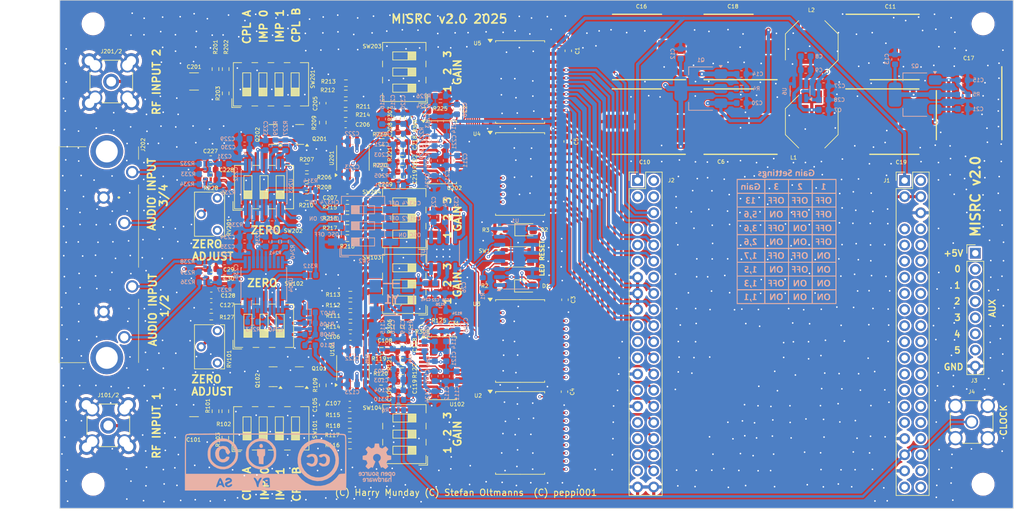
<source format=kicad_pcb>
(kicad_pcb (version 20240108) (generator "pcbnew") (generator_version "8.0")
  (title_block (title "MISRC-AiO") (date "2023-11-22") (rev "3.0"))
  (layers (0 "F.Cu" signal) (1 "In1.Cu" signal) (2 "In2.Cu" signal) (31 "B.Cu" signal) (34 "B.Paste" user) (35 "F.Paste" user) (36 "B.SilkS" user "B.Silkscreen") (37 "F.SilkS" user "F.Silkscreen") (38 "B.Mask" user) (39 "F.Mask" user) (44 "Edge.Cuts" user))
  (net 0 "")
  (net 1 "GND")
  (net 2 "+5V")
  (net 3 "+5VA")
  (net 4 "-5VA")
  (net 5 "VDDA")
  (net 6 "/CLK_40")
  (net 7 "Net-(R212-Pad2)")
  (net 8 "Net-(R213-Pad2)")
  (net 9 "Net-(R217-Pad2)")
  (net 10 "Net-(R218-Pad2)")
  (net 11 "/DA0")
  (net 12 "/DA1")
  (net 13 "/DA2")
  (net 14 "/DA3")
  (net 15 "/DA4")
  (net 16 "/DA5")
  (net 17 "/DA6")
  (net 18 "/DA7")
  (net 19 "/DA8")
  (net 20 "/DA9")
  (net 21 "/DA10")
  (net 22 "/DA11")
  (net 23 "/DB3")
  (net 24 "/DB2")
  (net 25 "/DB1")
  (net 26 "/DB0")
  (net 27 "/DB4")
  (net 28 "/DB5")
  (net 29 "/DB6")
  (net 30 "/DB7")
  (net 31 "/DB8")
  (net 32 "/DB9")
  (net 33 "/DB10")
  (net 34 "/DB11")
  (net 35 "/OTRA")
  (net 36 "/OTRB")
  (net 37 "Net-(U6-CP+)")
  (net 38 "Net-(U6-CP-)")
  (net 39 "+5Vpcm")
  (net 40 "Net-(Q2-C)")
  (net 41 "Net-(Q1-B)")
  (net 42 "Net-(Q2-B)")
  (net 43 "Net-(U7-BYP)")
  (net 44 "Net-(U7-VREG)")
  (net 45 "Net-(U7-REF)")
  (net 46 "Net-(U6-VOUT)")
  (net 47 "Net-(J101-Signal)")
  (net 48 "Net-(C101-Pad2)")
  (net 49 "Net-(U101-VCM)")
  (net 50 "Net-(Q101-E)")
  (net 51 "Net-(U101-+)")
  (net 52 "Net-(U101--)")
  (net 53 "Net-(C107-Pad2)")
  (net 54 "Net-(C108-Pad2)")
  (net 55 "Net-(C109-Pad1)")
  (net 56 "Net-(U102-VREF)")
  (net 57 "Net-(U102-REFT)")
  (net 58 "Net-(U102-REFB)")
  (net 59 "Net-(U102-IN)")
  (net 60 "Net-(U102-~{IN})")
  (net 61 "Net-(C127-Pad1)")
  (net 62 "Net-(J201-Signal)")
  (net 63 "Net-(C201-Pad2)")
  (net 64 "Net-(U201-VCM)")
  (net 65 "Net-(Q201-E)")
  (net 66 "Net-(U201-+)")
  (net 67 "Net-(U201--)")
  (net 68 "Net-(C207-Pad2)")
  (net 69 "Net-(C208-Pad2)")
  (net 70 "Net-(C209-Pad1)")
  (net 71 "Net-(U202-VREF)")
  (net 72 "Net-(U202-REFT)")
  (net 73 "Net-(U202-REFB)")
  (net 74 "Net-(U202-IN)")
  (net 75 "Net-(U202-~{IN})")
  (net 76 "Net-(C227-Pad1)")
  (net 77 "Net-(D1-K)")
  (net 78 "Net-(D1-A)")
  (net 79 "Net-(D2-K)")
  (net 80 "Net-(D2-A)")
  (net 81 "Net-(U204-VREF1)")
  (net 82 "Net-(C237-Pad1)")
  (net 83 "Net-(U204-VINL)")
  (net 84 "Net-(U204-VINR)")
  (net 85 "VDD")
  (net 88 "Net-(J1-DQ5)")
  (net 89 "Net-(J1-DQ3)")
  (net 91 "Net-(J1-DQ6)")
  (net 99 "Net-(J1-DQ9)")
  (net 101 "Net-(J1-PCLK)")
  (net 105 "Net-(J1-DQ0)")
  (net 106 "Net-(J1-DQ2)")
  (net 108 "Net-(J1-DQ8)")
  (net 109 "Net-(J1-DQ12)")
  (net 110 "Net-(J1-DQ7)")
  (net 111 "Net-(J1-DQ1)")
  (net 112 "Net-(J1-DQ4)")
  (net 113 "Net-(J1-DQ14)")
  (net 115 "Net-(J1-DQ11)")
  (net 116 "Net-(J1-DQ10)")
  (net 117 "Net-(R102-Pad1)")
  (net 118 "Net-(R103-Pad1)")
  (net 119 "Net-(R106-Pad1)")
  (net 120 "Net-(R106-Pad2)")
  (net 121 "Net-(R107-Pad2)")
  (net 122 "Net-(R111-Pad2)")
  (net 123 "Net-(R112-Pad2)")
  (net 124 "Net-(R113-Pad2)")
  (net 125 "Net-(R116-Pad2)")
  (net 126 "Net-(R117-Pad2)")
  (net 127 "Net-(R118-Pad2)")
  (net 128 "Net-(U102-SENSE)")
  (net 129 "Net-(U102-MODE)")
  (net 130 "Net-(R125-Pad1)")
  (net 131 "Net-(R127-Pad2)")
  (net 132 "Net-(R202-Pad1)")
  (net 133 "Net-(R203-Pad1)")
  (net 134 "Net-(R206-Pad1)")
  (net 135 "Net-(R206-Pad2)")
  (net 136 "Net-(R207-Pad2)")
  (net 137 "Net-(R211-Pad2)")
  (net 138 "Net-(R216-Pad2)")
  (net 139 "Net-(U202-SENSE)")
  (net 140 "Net-(U202-MODE)")
  (net 141 "Net-(R225-Pad1)")
  (net 142 "Net-(R228-Pad2)")
  (net 147 "Net-(U203-VREF1)")
  (net 148 "Net-(U203-VINL)")
  (net 149 "Net-(U203-VINR)")
  (net 150 "Net-(C231-Pad1)")
  (net 151 "Net-(C232-Pad1)")
  (net 152 "Net-(U203-MODE0)")
  (net 153 "Net-(U203-BYPAS)")
  (net 154 "Net-(U203-PDWN_N)")
  (net 155 "Net-(C238-Pad1)")
  (net 156 "/Audio_ADC/LRCK1")
  (net 157 "/Audio_ADC/DOUT1")
  (net 158 "/Audio_ADC/BCK1")
  (net 159 "Net-(U204-BYPAS)")
  (net 160 "Net-(U204-PDWN_N)")
  (net 161 "Net-(U204-MODE0)")
  (net 162 "/Audio_ADC/DOUT2")
  (net 163 "/Audio_ADC/BCK2")
  (net 164 "/Audio_ADC/LRCK2")
  (net 167 "IN2_L")
  (net 168 "IN1_R")
  (net 169 "IN2_R")
  (net 170 "IN1_L")
  (net 173 "Net-(J1-DQ13)")
  (net 174 "Net-(U102-CLK)")
  (net 175 "Net-(U202-CLK)")
  (net 176 "Net-(U204-SCKI)")
  (net 177 "Net-(U203-SCKI)")
  (net 178 "Net-(C106-Pad2)")
  (net 179 "Net-(C206-Pad2)")
  (net 180 "Net-(Q101-B)")
  (net 181 "Net-(Q101-C)")
  (net 182 "Net-(Q201-B)")
  (net 183 "Net-(Q201-C)")
  (net 184 "Net-(J1-DQ15)")
  (net 185 "Net-(J2-DQ21)")
  (net 186 "Net-(J2-DQ26)")
  (net 188 "Net-(J2-DQ31)")
  (net 191 "Net-(J2-DQ23)")
  (net 197 "Net-(J2-DQ20)")
  (net 198 "Net-(J2-DQ19)")
  (net 200 "Net-(J2-DQ22)")
  (net 202 "Net-(J2-DQ30)")
  (net 203 "Net-(J2-DQ27)")
  (net 204 "Net-(J2-DQ28)")
  (net 206 "Net-(J2-DQ18)")
  (net 208 "Net-(J2-DQ16)")
  (net 210 "Net-(J2-DQ17)")
  (net 211 "Net-(J2-DQ29)")
  (net 212 "Net-(J2-DQ24)")
  (net 215 "Net-(J2-DQ25)")
  (net 216 "Net-(U1A-R)")
  (net 217 "/Audio_ADC/SCKI_2")
  (net 218 "/Audio_ADC/SCKI_1")
  (net 219 "/osc_en")
  (footprint "Footprints:CAPAE1030X850N" (layer "F.Cu") (at 186.75 78.6)
    (property "Reference" "C19")
    (property "Value" "470u" (hide yes))
  )
  (footprint "Capacitor_SMD:C_0603_1608Metric" (layer "F.Cu") (at 111.425 120.325 -90)
    (property "Reference" "C119")
    (property "Value" "15pF/1")
  )
  (footprint "Resistor_SMD:R_0603_1608Metric" (layer "F.Cu") (at 107.3 119.575)
    (property "Reference" "R120")
    (property "Value" "40B")
  )
  (footprint "Capacitor_SMD:C_0603_1608Metric" (layer "F.Cu") (at 109.825 113.95 -90)
    (property "Reference" "C108")
    (property "Value" "82pF/1")
  )
  (footprint "Resistor_SMD:R_0603_1608Metric" (layer "F.Cu") (at 101.725 75.825)
    (property "Reference" "R211")
    (property "Value" "1kB")
  )
  (footprint "Button_Switch_SMD:SW_DIP_SPSTx03_Slide_6.7x9.18mm_W8.61mm_P2.54mm_LowProfile" (layer "F.Cu") (at 110.945 104.16 180)
    (property "Reference" "SW103")
    (property "Value" "SW_DIP_x03")
  )
  (footprint "Resistor_SMD:R_0603_1608Metric" (layer "F.Cu") (at 101.766 72.55)
    (property "Reference" "R213")
    (property "Value" "4k99B")
  )
  (footprint "Footprints:SMA_Amphenol_901-144_Horizontal" (layer "F.Cu") (at 64.395 126.425)
    (property "Reference" "J101/2")
    (property "Value" "Conn_01x01_Shielded")
  )
  (footprint "MountingHole:MountingHole_3.2mm_M3" (layer "F.Cu") (at 202 135.7)
    (property "Reference" "H3" (hide yes))
    (property "Value" "MountingHole")
  )
  (footprint "Resistor_SMD:R_0603_1608Metric" (layer "F.Cu") (at 81.25 124.2 -90)
    (property "Reference" "R101")
    (property "Value" "75B")
  )
  (footprint "Footprints:SOT-23" (layer "F.Cu") (at 90.3125 80.625 180)
    (property "Reference" "Q202")
    (property "Value" "CMPT5179")
  )
  (footprint "LED_SMD:LED_0805_2012Metric_Pad1.15x1.40mm_HandSolder" (layer "F.Cu") (at 130.2 95.625)
    (property "Reference" "D2")
    (property "Value" "LED")
  )
  (footprint "Resistor_SMD:R_0603_1608Metric" (layer "F.Cu") (at 102.4 129.6)
    (property "Reference" "R116")
    (property "Value" "1kB")
  )
  (footprint "Capacitor_SMD:C_1210_3225Metric" (layer "F.Cu") (at 77.875 126.425)
    (property "Reference" "C101")
    (property "Value" "100u")
  )
  (footprint "Resistor_SMD:R_0603_1608Metric" (layer "F.Cu") (at 98.125 78.75 -90)
    (property "Reference" "R209")
    (property "Value" "499B")
  )
  (footprint "Resistor_SMD:R_0603_1608Metric" (layer "F.Cu") (at 82.85 74.15 90)
    (property "Reference" "R203")
    (property "Value" "75B")
  )
  (footprint "Resistor_SMD:R_0603_1608Metric" (layer "F.Cu") (at 95.625 88.925 180)
    (property "Reference" "R208")
    (property "Value" "39B")
  )
  (footprint "Resistor_SMD:R_0603_1608Metric" (layer "F.Cu") (at 95.625 87.375 180)
    (property "Reference" "R206")
    (property "Value" "75B")
  )
  (footprint "Package_SO:TSSOP-28_4.4x9.7mm_P0.65mm" (layer "F.Cu") (at 116.8625 117.425)
    (property "Reference" "U102")
    (property "Value" "AD9235")
  )
  (footprint "Resistor_SMD:R_0603_1608Metric" (layer "F.Cu") (at 95.625 90.5)
    (property "Reference" "R210")
    (property "Value" "499B")
  )
  (footprint "Capacitor_SMD:C_0603_1608Metric" (layer "F.Cu") (at 102.475 112.525)
    (property "Reference" "C106")
    (property "Value" "1p")
  )
  (footprint "Package_SO:SOIC-20W_7.5x12.8mm_P1.27mm" (layer "F.Cu") (at 129.175 72.372)
    (property "Reference" "U5")
    (property "Value" "74VHC541")
  )
  (footprint "Capacitor_SMD:C_0603_1608Metric" (layer "F.Cu") (at 101.725 79.05)
    (property "Reference" "C206")
    (property "Value" "1p")
  )
  (footprint "Resistor_SMD:R_0603_1608Metric" (layer "F.Cu") (at 102 92.15)
    (property "Reference" "R215")
    (property "Value" "6k49B")
  )
  (footprint "Package_SO:SOIC-20W_7.5x12.8mm_P1.27mm" (layer "F.Cu") (at 129.175 86.85)
    (property "Reference" "U4")
    (property "Value" "74VHC541")
  )
  (footprint "Potentiometer_THT:Potentiometer_Bourns_3266W_Vertical" (layer "F.Cu") (at 81.54 95.715 -90)
    (property "Reference" "RV201")
    (property "Value" "10k")
  )
  (footprint "Footprints:CAPAE1030X850N" (layer "F.Cu") (at 199.8 76.3 -90)
    (property "Reference" "C17")
    (property "Value" "470u" (hide yes))
  )
  (footprint "Resistor_SMD:R_0603_1608Metric" (layer "F.Cu") (at 110.6 117.9)
    (property "Reference" "R122")
    (property "Value" "22B")
  )
  (footprint "Footprints:L_Bourns-SRU8043_2" (layer "F.Cu") (at 175.05 78.6 -90)
    (property "Reference" "L1")
    (property "Value" "100u")
  )
  (footprint "Button_Switch_SMD:SW_DIP_SPSTx03_Slide_6.7x9.18mm_W8.61mm_P2.54mm_LowProfile" (layer "F.Cu") (at 110.966166 127.811166 180)
    (property "Reference" "SW104")
    (property "Value" "SW_DIP_x03")
  )
  (footprint "Footprints:CAPAE1030X850N" (layer "F.Cu") (at 186.8 66.85)
    (property "Reference" "C11")
    (property "Value" "470u" (hide yes))
  )
  (footprint "Capacitor_SMD:C_0603_1608Metric" (layer "F.Cu") (at 117.65 111.525 180)
    (property "Reference" "C31")
    (property "Value" "1u")
  )
  (footprint "Footprints:SOT-23" (layer "F.Cu") (at 90.3125 118.775 180)
    (property "Reference" "Q102")
    (property "Value" "CMPT5179")
  )
  (footprint "Resistor_SMD:R_0603_1608Metric" (layer "F.Cu") (at 125.975 104.475 180)
    (property "Reference" "R2")
    (property "Value" "100")
  )
  (footprint "Footprints:SMA_Amphenol_901-144_Horizontal" (layer "F.Cu") (at 64.86 72.29)
    (property "Reference" "J201/2")
    (property "Value" "Conn_01x01_Shielded")
  )
  (footprint "Capacitor_SMD:C_0603_1608Metric" (layer "F.Cu") (at 109.85 81.05 -90)
    (property "Reference" "C208")
    (property "Value" "82pF/1")
  )
  (footprint "Package_SO:SOIC-20W_7.5x12.8mm_P1.27mm" (layer "F.Cu") (at 129.175 127.623)
    (property "Reference" "U2")
    (property "Value" "74VHC541")
  )
  (footprint "Resistor_SMD:R_0603_1608Metric" (layer "F.Cu") (at 113.725 110.125)
    (property "Reference" "R125")
    (property "Value" "3k3")
  )
  (footprint "Resistor_SMD:R_0603_1608Metric" (layer "F.Cu") (at 102 96.95)
    (property "Reference" "R216")
    (property "Value" "1kB")
  )
  (footprint "Button_Switch_SMD:SW_DIP_SPSTx04_Slide_6.7x11.72mm_W8.61mm_P2.54mm_LowProfile" (layer "F.Cu") (at 89.975 72.725 90)
    (property "Reference" "SW201")
    (property "Value" "SW_DIP_x04")
  )
  (footprint "MountingHole:MountingHole_3.2mm_M3" (layer "F.Cu") (at 62 135.7)
    (property "Reference" "H2" (hide yes))
    (property "Value" "MountingHole")
  )
  (footprint "LED_SMD:LED_0805_2012Metric_Pad1.15x1.40mm_HandSolder" (layer "F.Cu") (at 130.157 104.475)
    (property "Reference" "D1")
    (property "Value" "LED")
  )
  (footprint "Footprints:L_Bourns-SRU8043_2" (layer "F.Cu") (at 175.05 66.85 90)
    (property "Reference" "L2")
    (property "Value" "100u")
  )
  (footprint "Resistor_SMD:R_0603_1608Metric" (layer "F.Cu") (at 82.8 124.2 -90)
    (property "Reference" "R102")
    (property "Value" "150B")
  )
  (footprint "Resistor_SMD:R_0603_1608Metric" (layer "F.Cu") (at 109.85 77.925 -90)
    (property "Reference" "R307")
    (property "Value" "0R")
  )
  (footprint "Capacitor_SMD:C_1210_3225Metric" (layer "F.Cu") (at 77.875 72.275)
    (property "Reference" "C201")
    (property "Value" "100u")
  )
  (footprint "Resistor_SMD:R_0603_1608Metric" (layer "F.Cu") (at 111.475 77.925 -90)
    (property "Reference" "R309")
    (property "Value" "0R")
  )
  (footprint "Resistor_SMD:R_0603_1608Metric" (layer "F.Cu") (at 102.375 124.775)
    (property "Reference" "R115")
    (property "Value" "6k49B")
  )
  (footprint "Resistor_SMD:R_0603_1608Metric" (layer "F.Cu") (at 102.475 109.2)
    (property "Reference" "R111")
    (property "Value" "1kB")
  )
  (footprint "Capacitor_SMD:C_0603_1608Metric" (layer "F.Cu") (at 80.6 101.8)
    (property "Reference" "C29")
    (property "Value" "1u")
  )
  (footprint "Resistor_SMD:R_0603_1608Metric" (layer "F.Cu") (at 107.4 86.55)
    (property "Reference" "R220")
    (property "Value" "40B")
  )
  (footprint "Footprints:SMA_Amphenol_901-144_Vertical2" (layer "F.Cu") (at 200.2 125.9)
    (property "Reference" "J4")
    (property "Value" "Conn_01x01_Shielded")
  )
  (footprint "Capacitor_SMD:C_0603_1608Metric" (layer "F.Cu") (at 109.825 120.325 -90)
    (property "Reference" "C109")
    (property "Value" "82pF/1")
  )
  (footprint "Capacitor_SMD:C_0603_1608Metric" (layer "F.Cu") (at 109.85 87.3 -90)
    (property "Reference" "C209")
    (property "Value" "82pF/1")
  )
  (footprint "Resistor_SMD:R_0603_1608Metric" (layer "F.Cu") (at 101.75 74.175)
    (property "Reference" "R212")
    (property "Value" "2k49B")
  )
  (footprint "Resistor_SMD:R_0603_1608Metric" (layer "F.Cu") (at 102.475 105.85)
    (property "Reference" "R113")
    (property "Value" "4k99B")
  )
  (footprint "Resistor_SMD:R_0603_1608Metric" (layer "F.Cu") (at 95.625 85.8 180)
    (property "Reference" "R207")
    (property "Value" "39B")
  )
  (footprint "Resistor_SMD:R_0603_1608Metric" (layer "F.Cu") (at 110.625 84.975)
    (property "Reference" "R222")
    (property "Value" "22B")
  )
  (footprint "Footprints:CAPAE1030X850N" (layer "F.Cu") (at 148.8 78.6 180)
    (property "Reference" "C10")
    (property "Value" "470u" (hide yes))
  )
  (footprint "Package_SO:SOIC-20W_7.5x12.8mm_P1.27mm" (layer "F.Cu") (at 129.175 113.145)
    (property "Reference" "U3")
    (property "Value" "74VHC541")
  )
  (footprint "Resistor_SMD:R_0603_1608Metric" (layer "F.Cu") (at 113.975 76.9)
    (property "Reference" "R225")
    (property "Value" "3k3")
  )
  (footprint "Button_Switch_SMD:SW_DIP_SPSTx03_Slide_6.7x9.18mm_W8.61mm_P2.54mm_LowProfile" (layer "F.Cu") (at 110.945 70.79 180)
    (property "Reference" "SW203")
    (property "Value" "SW_DIP_x03")
  )
  (footprint "Capacitor_SMD:C_0603_1608Metric" (layer "F.Cu") (at 80.585 105.95 180)
    (property "Reference" "C128")
    (property "Value" "1n/1")
  )
  (footprint "Capacitor_SMD:C_0603_1608Metric" (layer "F.Cu") (at 102.379 123.15)
    (property "Reference" "C107")
    (property "Value" "1p")
  )
  (footprint "Resistor_SMD:R_0603_1608Metric" (layer "F.Cu") (at 111.4 110.875 -90)
    (property "Reference" "R308")
    (property "Value" "0R")
  )
  (footprint "Resistor_SMD:R_0603_1608Metric" (layer "F.Cu") (at 109.825 110.875 -90)
    (property "Reference" "R306")
    (property "Value" "0R")
  )
  (footprint "Resistor_SMD:R_0603_1608Metric" (layer "F.Cu") (at 102 93.75)
    (property "Reference" "R218")
    (property "Value" "4k99B")
  )
  (footprint "Resistor_SMD:R_0603_1608Metric" (layer "F.Cu") (at 107.4 114.7)
    (property "Reference" "R119")
    (property "Value" "40B")
  )
  (footprint "Footprints:CAPAE1030X850N" (layer "F.Cu") (at 163.25 78.6 180)
    (property "Reference" "C6")
    (property "Value" "470u" (hide yes))
  )
  (footprint "Footprints:CAPAE1030X850N" (layer "F.Cu") (at 163.25 66.85 180)
    (property "Reference" "C18")
    (property "Value" "470u" (hide yes))
  )
  (footprint "Resistor_SMD:R_0603_1608Metric" (layer "F.Cu") (at 107.55 81.8)
    (property "Reference" "R219")
    (property "Value" "40B")
  )
  (footprint "Footprints:PTS810SJG250SMTRLFS" (layer "F.Cu") (at 128.775 99.9)
    (property "Reference" "SW1")
    (property "Value" "PTS810SJM250SMTRLFS" (hide yes))
  )
  (footprint "MountingHole:MountingHole_3.2mm_M3" (layer "F.Cu") (at 62 63.2)
    (property "Reference" "H1" (hide yes))
    (property "Value" "MountingHole")
  )
  (footprint "Capacitor_SMD:C_0603_1608Metric" (layer "F.Cu") (at 119.225 76.675 90)
    (property "Reference" "C2")
    (property "Value" "1u")
  )
  (footprint "Footprints:SOT-23" (layer "F.Cu") (at 94.4375 118.775 180)
    (property "Reference" "Q101")
    (property "Value" "CMPT5179")
  )
  (footprint "Capacitor_SMD:C_0603_1608Metric" (layer "F.Cu") (at 98.125 123.2 90)
    (property "Reference" "C105")
    (property "Value" "470n/1")
  )
  (footprint "Capacitor_SMD:C_0603_1608Metric" (layer "F.Cu") (at 80.5 86.175 180)
    (property "Reference" "C228")
    (property "Value" "1n/1")
  )
  (footprint "Resistor_SMD:R_0603_1608Metric" (layer "F.Cu") (at 81.25 70.325 -90)
    (property "Reference" "R201")
    (property "Value" "75B")
  )
  (footprint "Resistor_SMD:R_0603_1608Metric" (layer "F.Cu") (at 102 95.35)
    (property "Reference" "R217")
    (property "Value" "2k49B")
  )
  (footprint "Capacitor_SMD:C_0603_1608Metric" (layer "F.Cu") (at 111.4 113.95 -90)
    (property "Reference" "C118")
    (property "Value" "15pF/1")
  )
  (footprint "Capacitor_SMD:C_0603_1608Metric" (layer "F.Cu") (at 136.15 121.125 90)
    (property "Reference" "C4")
    (property "Value" "1u")
  )
  (footprint "Footprints:KLP42X61WWRR" (layer "F.Cu") (at 63.65 90.55 -90)
    (property "Reference" "J202")
    (property "Value" "KLP42X-61-WW_RR" (hide yes))
  )
  (footprint "Resistor_SMD:R_0603_1608Metric" (layer "F.Cu") (at 102.375 126.375)
    (property "Reference" "R118")
    (property "Value" "4k99B")
  )
  (footprint "Resistor_SMD:R_0603_1608Metric" (layer "F.Cu") (at 110.625 83.375)
    (property "Reference" "R221")
    (property "Value" "22B")
  )
  (footprint "Footprints:CAPAE1030X850N" (layer "F.Cu") (at 148.85 66.85 180)
    (property "Reference" "C16")
    (property "Value" "470u" (hide yes))
  )
  (footprint "Resistor_SMD:R_0603_1608Metric" (layer "F.Cu") (at 80.5 87.85 180)
    (property "Reference" "R228")
    (property "Value" "3k3")
  )
  (footprint "Footprints:BNC_Right_Angle-DOSIN-801-0050_5pin" (layer "F.Cu") (at 64.375 126.475)
    (property "Reference" "J101" (hide yes))
    (property "Value" "BNC_Rosenberger")
  )
  (footprint "Button_Switch_SMD:SW_DIP_SPSTx04_Slide_6.7x11.72mm_W8.61mm_P2.54mm_LowProfile" (layer "F.Cu") (at 90.025 126.9 90)
    (property "Reference" "SW101")
    (property "Value" "SW_DIP_x04")
  )
  (footprint "Resistor_SMD:R_0603_1608Metric" (layer "F.Cu") (at 98.125 120.125 90)
    (property "Reference" "R109")
    (property "Value" "499B")
  )
  (footprint "Connector_PinHeader_2.54mm:PinHeader_1x08_P2.54mm_Vertical" (layer "F.Cu") (at 200.775 99.32)
    (property "Reference" "J3")
    (property "Value" "Conn_01x08_Socket")
  )
  (footprint "Capacitor_SMD:C_0603_1608Metric" (layer "F.Cu") (at 80.5 84.5 180)
    (property "Reference" "C227")
    (property "Value" "10u")
  )
  (footprint "Button_Switch_SMD:SW_DIP_SPSTx03_Slide_6.7x9.18mm_W8.61mm_P2.54mm_LowProfile" (layer "F.Cu") (at 88.887 88.913 90)
    (property "Reference" "SW202")
    (property "Value" "SW_DIP_x03")
  )
  (footprint "Footprints:PinHeader_2x20_P2.54mm_Vertical-1" (layer "F.Cu") (at 189.653 87.875)
    (property "Reference" "J1")
    (property "Value" "GPIFII_J6")
  )
  (footprint "Resistor_SMD:R_0603_1608Metric" (layer "F.Cu") (at 102.475 107.525)
    (property "Reference" "R112")
    (property "Value" "2k49B")
  )
  (footprint "Resistor_SMD:R_0603_1608Metric" (layer "F.Cu") (at 82.8 128.375 90)
    (property "Reference" "R103")
    (property "Value" "75B")
  )
  (footprint "Package_SO:SO-8_3.9x4.9mm_P1.27mm" (layer "F.Cu") (at 102.87 84.328 90)
    (property "Reference" "U201")
    (property "Value" "AD8138ARZ")
  )
  (footprint "Footprints:SOT-23" (layer "F.Cu") (at 94.4875 80.625 180)
    (property "Reference" "Q201")
    (property "Value" "CMPT5179")
  )
  (footprint "Capacitor_SMD:C_0603_1608Metric" (layer "F.Cu") (at 136.575 81.725 -90)
    (property "Reference" "C5")
    (property "Value" "1u")
  )
  (footprint "Capacitor_SMD:C_0603_1608Metric" (layer "F.Cu") (at 111.45 87.275 -90)
    (property "Reference" "C219")
    (property "Value" "15pF/1")
  )
  (footprint "MountingHole:MountingHole_3.2mm_M3" (layer "F.Cu") (at 202 63.2)
    (property "Reference" "H4" (hide yes))
    (property "Value" "MountingHole")
  )
  (footprint "Package_SO:TSSOP-28_4.4x9.7mm_P0.65mm" (layer "F.Cu") (at 116.8625 83.425)
    (property "Reference" "U202")
    (property "Value" "AD9235")
  )
  (footprint "Resistor_SMD:R_0603_1608Metric" (layer "F.Cu") (at 82.85 70.325 -90)
    (property "Reference" "R202")
    (property "Value" "150B")
  )
  (footprint "Resistor_SMD:R_0603_1608Metric" (layer "F.Cu") (at 110.6 116.325)
    (property "Reference" "R121")
    (property "Value" "22B")
  )
  (footprint "Resistor_SMD:R_0603_1608Metric" (layer "F.Cu") (at 101.725 77.425)
    (property "Reference" "R214")
    (property "Value" "6k49B")
  )
  (footprint "Capacitor_SMD:C_0603_1608Metric" (layer "F.Cu") (at 136.225 106.65 90)
    (property "Reference" "C3")
    (property "Value" "1u")
  )
  (footprint "Package_SO:SO-8_3.9x4.9mm_P1.27mm" (layer "F.Cu") (at 102.875 117.375 90)
    (property "Reference" "U101")
    (property "Value" "AD8138ARZ")
  )
  (footprint "Button_Switch_SMD:SW_DIP_SPSTx03_Slide_6.7x9.18mm_W8.61mm_P2.54mm_LowProfile" (layer "F.Cu") (at 110.945 93.79 180)
    (property "Reference" "SW204")
    (property "Value" "SW_DIP_x03")
  )
  (footprint "Potentiometer_THT:Potentiometer_Bourns_3266W_Vertical" (layer "F.Cu") (at 81.54 116.6 -90)
    (property "Reference" "RV101")
    (property "Value" "10k")
  )
  (footprint "Button_Switch_SMD:SW_DIP_SPSTx03_Slide_6.7x9.18mm_W8.61mm_P2.54mm_LowProfile" (layer "F.Cu") (at 88.887 110.745 90)
    (property "Reference" "SW102")
    (property "Value" "SW_DIP_x03")
  )
  (footprint "Resistor_SMD:R_0603_1608Metric" (layer "F.Cu") (at 126.018 95.625 180)
    (property "Reference" "R3")
    (property "Value" "100")
  )
  (footprint "Resistor_SMD:R_0603_1608Metric" (layer "F.Cu") (at 80.585 109.3 180)
    (property "Reference" "R127")
    (property "Value" "3k3")
  )
  (footprint "Footprints:PinHeader_2x20_P2.54mm_Vertical-1" (layer "F.Cu") (at 147.65 87.875)
    (property "Reference" "J2")
    (property "Value" "GPIFII_J7")
  )
  (footprint "Footprints:BNC_Right_Angle-DOSIN-801-0050_5pin" (layer "F.Cu") (at 64.84 72.31)
    (property "Reference" "J201" (hide yes))
    (property "Value" "BNC_Rosenberger")
  )
  (footprint "Resistor_SMD:R_0603_1608Metric" (layer "F.Cu") (at 102.375 127.975)
    (property "Reference" "R117")
    (property "Value" "2k49B")
  )
  (footprint "Capacitor_SMD:C_0603_1608Metric" (layer "F.Cu") (at 80.585 107.625 180)
    (property "Reference" "C127")
    (property "Value" "10u")
  )
  (footprint "Capacitor_SMD:C_0603_1608Metric" (layer "F.Cu") (at 136.75 67.45 -90)
    (property "Reference" "C1")
    (property "Value" "1u")
  )
  (footprint "Capacitor_SMD:C_0603_1608Metric" (layer "F.Cu") (at 102 90.5)
    (property "Reference" "C207")
    (property "Value" "1p")
  )
  (footprint "Capacitor_SMD:C_0603_1608Metric" (layer "F.Cu") (at 80.585 103.375 180)
    (property "Reference" "C30")
    (property "Value" "1u")
  )
  (footprint "Capacitor_SMD:C_0603_1608Metric" (layer "F.Cu") (at 98.125 75.7 -90)
    (property "Reference" "C205")
    (property "Value" "470n/1")
  )
  (footprint "Capacitor_SMD:C_0603_1608Metric" (layer "F.Cu") (at 111.475 81.05 -90)
    (property "Reference" "C218")
    (property "Value" "15pF/1")
  )
  (footprint "Resistor_SMD:R_0603_1608Metric" (layer "F.Cu") (at 102.475 110.85)
    (property "Reference" "R114")
    (property "Value" "6k49B")
  )
  (footprint "Capacitor_SMD:C_0603_1608Metric" (layer "B.Cu") (at 102.85 114.7)
    (property "Reference" "C122")
    (property "Value" "100n")
  )
  (footprint "Capacitor_SMD:C_0603_1608Metric" (layer "B.Cu") (at 90.15 110.125 180)
    (property "Reference" "C240")
    (property "Value" "100n")
  )
  (footprint "Capacitor_SMD:C_0603_1608Metric" (layer "B.Cu") (at 119.225 76.675 -90)
    (property "Reference" "C226")
    (property "Value" "100n")
  )
  (footprint "Capacitor_SMD:C_0603_1608Metric" (layer "B.Cu") (at 110.775 113.575 90)
    (property "Reference" "C319")
    (property "Value" "10u")
  )
  (footprint "Capacitor_SMD:C_0603_1608Metric" (layer "B.Cu") (at 117.6 81.65 90)
    (property "Reference" "C221")
    (property "Value" "1n/1")
  )
  (footprint "Resistor_SMD:R_0603_1608Metric" (layer "B.Cu") (at 82.6 88.45 180)
    (property "Reference" "R235")
    (property "Value" "47k")
  )
  (footprint "Capacitor_SMD:C_0603_1608Metric" (layer "B.Cu") (at 164.005 75.675)
    (property "Reference" "C20")
    (property "Value" "1u")
  )
  (footprint "Capacitor_SMD:C_0603_1608Metric" (layer "B.Cu") (at 85.825 82.89 180)
    (property "Reference" "C230")
    (property "Value" "100n")
  )
  (footprint "Capacitor_SMD:C_0603_1608Metric" (layer "B.Cu") (at 174.1 68.316 180)
    (property "Reference" "C8")
    (property "Value" "10u")
  )
  (footprint "Footprints:MISRC_gain_settings" (layer "B.Cu") (at 171.1 96.675 180)
    (property "Reference" "H5" (hide yes))
    (property "Value" "MISRC-Gain_Settings" (hide yes))
  )
  (footprint "Capacitor_SMD:C_0603_1608Metric" (layer "B.Cu") (at 82.6 85.25)
    (property "Reference" "C231")
    (property "Value" "1u")
  )
  (footprint "Resistor_SMD:R_0603_1608Metric" (layer "B.Cu") (at 110 80.55)
    (property "Reference" "R204")
    (property "Value" "1kB")
  )
  (footprint "Footprints:CB3LV5I40M0000" (layer "B.Cu") (at 108.925 106.6 180)
    (property "Reference" "Y1")
    (property "Value" "CB3LV-5I-40M0000" (hide yes))
  )
  (footprint "Capacitor_SMD:C_0603_1608Metric" (layer "B.Cu") (at 115.8 104.828 90)
    (property "Reference" "C22")
    (property "Value" "1u")
  )
  (footprint "Resistor_SMD:R_0603_1608Metric" (layer "B.Cu") (at 96.125 113.825)
    (property "Reference" "R110")
    (property "Value" "499B")
  )
  (footprint "Footprints:CC Licence" (layer "B.Cu") (at 89.14 132.2 180)
    (property "Reference" "H6" (hide yes))
    (property "Value" "CC Licence" (hide yes))
  )
  (footprint "Capacitor_SMD:C_0603_1608Metric" (layer "B.Cu") (at 198.8 76.6)
    (property "Reference" "C21")
    (property "Value" "1u")
  )
  (footprint "Resistor_SMD:R_0603_1608Metric" (layer "B.Cu") (at 198.8 74.35)
    (property "Reference" "R5")
    (property "Value" "1k")
  )
  (footprint "Resistor_SMD:R_0603_1608Metric" (layer "B.Cu") (at 116.65 108.425 180)
    (property "Reference" "R126")
    (property "Value" "10k")
  )
  (footprint "Capacitor_SMD:C_0603_1608Metric" (layer "B.Cu") (at 117.525 112.425 -90)
    (property "Reference" "C114")
    (property "Value" "1n/1")
  )
  (footprint "Capacitor_SMD:C_0603_1608Metric" (layer "B.Cu") (at 107.475 78.2 90)
    (property "Reference" "C216")
    (property "Value" "1n/1")
  )
  (footprint "Resistor_SMD:R_0603_1608Metric" (layer "B.Cu") (at 116.65 74.55 180)
    (property "Reference" "R226")
    (property "Value" "10k")
  )
  (footprint "Capacitor_SMD:C_0603_1608Metric" (layer "B.Cu") (at 115.675 84.75 -90)
    (property "Reference" "C225")
    (property "Value" "100n")
  )
  (footprint "Capacitor_SMD:C_0603_1608Metric" (layer "B.Cu") (at 85.825 96.7 180)
    (property "Reference" "C234")
    (property "Value" "10u")
  )
  (footprint "Resistor_SMD:R_0603_1608Metric" (layer "B.Cu") (at 92.175 97.5 -90)
    (property "Reference" "R240")
    (property "Value" "1k")
  )
  (footprint "Capacitor_SMD:C_0603_1608Metric" (layer "B.Cu") (at 115.7 78.55 -90)
    (property "Reference" "C213")
    (property "Value" "100n")
  )
  (footprint "Capacitor_SMD:C_0603_1608Metric" (layer "B.Cu") (at 176.925 76.745)
    (property "Reference" "C7")
    (property "Value" "1u")
  )
  (footprint "Package_TO_SOT_SMD:SOT-223-3_TabPin2" (layer "B.Cu") (at 191.3 74.35 180)
    (property "Reference" "Q2")
    (property "Value" "FZT790A")
  )
  (footprint "Capacitor_SMD:C_0603_1608Metric" (layer "B.Cu") (at 198.8 72.07)
    (property "Reference" "C15")
    (property "Value" "100n")
  )
  (footprint "Capacitor_SMD:C_0603_1608Metric" (layer "B.Cu") (at 117.55 118.7 90)
    (property "Reference" "C112")
    (property "Value" "100n")
  )
  (footprint "Resistor_SMD:R_0603_1608Metric" (layer "B.Cu") (at 90.65 97.5 -90)
    (property "Reference" "R241")
    (property "Value" "1k")
  )
  (footprint "Resistor_SMD:R_0603_1608Metric" (layer "B.Cu") (at 96.125 112.125 180)
    (property "Reference" "R108")
    (property "Value" "39B")
  )
  (footprint "Capacitor_SMD:C_0603_1608Metric" (layer "B.Cu") (at 102.775 86.9 180)
    (property "Reference" "C223")
    (property "Value" "100n")
  )
  (footprint "Capacitor_SMD:C_0603_1608Metric" (layer "B.Cu") (at 117.625 78.525 -90)
    (property "Reference" "C214")
    (property "Value" "1n/1")
  )
  (footprint "Footprints:SOIC-8-1EP_3.9x4.9mm_P1.27mm_EP2.29x3mm_2" (layer "B.Cu") (at 117.063 99.302 90)
    (property "Reference" "U7")
    (property "Value" "ADP7156ARDZ")
  )
  (footprint "Capacitor_SMD:C_0603_1608Metric" (layer "B.Cu") (at 82.6 86.85)
    (property "Reference" "C232")
    (property "Value" "1u")
  )
  (footprint "Capacitor_SMD:C_0603_1608Metric" (layer "B.Cu") (at 115.7 81.65 90)
    (property "Reference" "C217")
    (property "Value" "10u")
  )
  (footprint "Resistor_SMD:R_0603_1608Metric" (layer "B.Cu") (at 96.125 110.35 180)
    (property "Reference" "R106")
    (property "Value" "75B")
  )
  (footprint "Capacitor_SMD:C_0603_1608Metric" (layer "B.Cu") (at 164 71.1)
    (property "Reference" "C14")
    (property "Value" "100n")
  )
  (footprint "Resistor_SMD:R_0603_1608Metric" (layer "B.Cu") (at 79.525 100.628141)
    (property "Reference" "R238")
    (property "Value" "10k")
  )
  (footprint "Capacitor_SMD:C_0603_1608Metric" (layer "B.Cu") (at 107.475 113.575 90)
    (property "Reference" "C115")
    (property "Value" "100n")
  )
  (footprint "Resistor_SMD:R_0603_1608Metric" (layer "B.Cu") (at 112.5 80.35 90)
    (property "Reference" "R223")
    (property "Value" "10k")
  )
  (footprint "Capacitor_SMD:C_0603_1608Metric" (layer "B.Cu") (at 85.825 98.25 180)
    (property "Reference" "C235")
    (property "Value" "100n")
  )
  (footprint "Capacitor_SMD:C_0603_1608Metric" (layer "B.Cu") (at 82.675 102.25)
    (property "Reference" "C238")
    (property "Value" "1u")
  )
  (footprint "Symbol:OSHW-Logo_5.7x6mm_SilkScreen" (layer "B.Cu") (at 106.65 132.31 180)
    (property "Reference" "H7" (hide yes))
    (property "Value" "OSHW Logo" (hide yes))
  )
  (footprint "Resistor_SMD:R_0603_1608Metric" (layer "B.Cu") (at 79.525 86.85)
    (property "Reference" "R233")
    (property "Value" "47k")
  )
  (footprint "Resistor_SMD:R_0603_1608Metric" (layer "B.Cu") (at 79.525 85.25)
    (property "Reference" "R232")
    (property "Value" "10k" (hide yes))
  )
  (footprint "Capacitor_SMD:C_0603_1608Metric" (layer "B.Cu") (at 119.175 118.7 90)
    (property "Reference" "C111")
    (property "Value" "1n/1")
  )
  (footprint "Resistor_SMD:R_0603_1608Metric" (layer "B.Cu") (at 110 88.65)
    (property "Reference" "R311")
    (property "Value" "0R")
  )
  (footprint "Capacitor_SMD:C_0603_1608Metric" (layer "B.Cu") (at 89.125 82.325 90)
    (property "Reference" "C233")
    (property "Value" "100n")
  )
  (footprint "Resistor_SMD:R_0603_1608Metric" (layer "B.Cu") (at 116.625 76.15 180)
    (property "Reference" "R224")
    (property "Value" "4k99")
  )
  (footprint "Resistor_SMD:R_0603_1608Metric" (layer "B.Cu") (at 82.675 103.9 180)
    (property "Reference" "R237")
    (property "Value" "47k")
  )
  (footprint "Capacitor_SMD:C_0603_1608Metric" (layer "B.Cu") (at 115.675 87.9 -90)
    (property "Reference" "C224")
    (property "Value" "100n")
  )
  (footprint "Capacitor_SMD:C_0603_1608Metric" (layer "B.Cu") (at 115.75 118.675 -90)
    (property "Reference" "C125")
    (property "Value" "100n")
  )
  (footprint "Capacitor_SMD:C_0603_1608Metric" (layer "B.Cu") (at 114.275 104.825 -90)
    (property "Reference" "C241")
    (property "Value" "1u")
  )
  (footprint "Resistor_SMD:R_0603_1608Metric" (layer "B.Cu") (at 96.19 89.36 180)
    (property "Reference" "R314")
    (property "Value" "0R")
  )
  (footprint "Resistor_SMD:R_0603_1608Metric" (layer "B.Cu") (at 96.19 102.77 180)
    (property "Reference" "R312")
    (property "Value" "0R")
  )
  (footprint "Capacitor_SMD:C_0603_1608Metric" (layer "B.Cu") (at 110.003 85.5 180)
    (property "Reference" "C204")
    (property "Value" "1n/1")
  )
  (footprint "Package_TO_SOT_SMD:SOT-223-3_TabPin2" (layer "B.Cu") (at 157.6 73.4 180)
    (property "Reference" "Q1")
    (property "Value" "FZT690B")
  )
  (footprint "Capacitor_SMD:C_0603_1608Metric" (layer "B.Cu") (at 109.125 113.575 90)
    (property "Reference" "C116")
    (property "Value" "1n/1")
  )
  (footprint "Capacitor_SMD:C_0603_1608Metric" (layer "B.Cu") (at 90.15 94.75 180)
    (property "Reference" "C236")
    (property "Value" "100n")
  )
  (footprint "Capacitor_SMD:C_0603_1608Metric" (layer "B.Cu") (at 119.275 84.725 90)
    (property "Reference" "C211")
    (property "Value" "1n/1")
  )
  (footprint "Resistor_SMD:R_0603_1608Metric" (layer "B.Cu") (at 110.025 122.425)
    (property "Reference" "R310")
    (property "Value" "0R")
  )
  (footprint "Capacitor_SMD:C_0603_1608Metric" (layer "B.Cu") (at 115.75 112.425 -90)
    (property "Reference" "C113")
    (property "Value" "100n")
  )
  (footprint "Resistor_SMD:R_0603_1608Metric" (layer "B.Cu") (at 90.675 82.325 -90)
    (property "Reference" "R229")
    (property "Value" "1k")
  )
  (footprint "Resistor_SMD:R_0603_1608Metric" (layer "B.Cu") (at 79.525 102.25)
    (property "Reference" "R239")
    (property "Value" "47k")
  )
  (footprint "Resistor_SMD:R_0603_1608Metric" (layer "B.Cu") (at 116.642272 110 180)
    (property "Reference" "R124")
    (property "Value" "4k99")
  )
  (footprint "Resistor_SMD:R_0603_1608Metric" (layer "B.Cu") (at 92.25 82.325 -90)
    (property "Reference" "R227")
    (property "Value" "1k")
  )
  (footprint "Capacitor_SMD:C_0603_1608Metric" (layer "B.Cu") (at 154.425 67.925 90)
    (property "Reference" "C12")
    (property "Value" "1u")
  )
  (footprint "Capacitor_SMD:C_0603_1608Metric" (layer "B.Cu") (at 119.3 110.625 -90)
    (property "Reference" "C126")
    (property "Value" "100n")
  )
  (footprint "Resistor_SMD:R_0603_1608Metric" (layer "B.Cu") (at 110.025 115.95)
    (property "Reference" "R104")
    (property "Value" "1kB")
  )
  (footprint "Resistor_SMD:R_0603_1608Metric" (layer "B.Cu") (at 96.125 108.65 180)
    (property "Reference" "R107")
    (property "Value" "39B")
  )
  (footprint "Capacitor_SMD:C_0603_1608Metric" (layer "B.Cu") (at 110.8 78.2 90)
    (property "Reference" "C320")
    (property "Value" "10u")
  )
  (footprint "Capacitor_SMD:C_0603_1608Metric" (layer "B.Cu") (at 112.5 83.45 90)
    (property "Reference" "C220")
    (property "Value" "100n")
  )
  (footprint "Capacitor_SMD:C_0603_1608Metric" (layer "B.Cu") (at 117.35 93.65 -90)
    (property "Reference" "C23")
    (property "Value" "1u")
  )
  (footprint "Footprints:SOT-23-5" (layer "B.Cu") (at 173.211 73.777 90)
    (property "Reference" "U6")
    (property "Value" "TPS60401")
  )
  (footprint "Capacitor_SMD:C_0603_1608Metric" (layer "B.Cu") (at 176.911 73.0055 180)
    (property "Reference" "C27")
    (property "Value" "1n/1")
  )
  (footprint "Resistor_SMD:R_0603_1608Metric" (layer "B.Cu") (at 164 73.4)
    (property "Reference" "R4")
    (property "Value" "1k")
  )
  (footprint "Capacitor_SMD:C_0603_1608Metric" (layer "B.Cu") (at 110.025 117.575 180)
    (property "Reference" "C202")
    (property "Value" "10u")
  )
  (footprint "Button_Switch_SMD:SW_DIP_SPSTx03_Slide_6.7x9.18mm_W8.61mm_P2.54mm_LowProfile" (layer "B.Cu") (at 104.465 95.01)
    (property "Reference" "SW2")
    (property "Value" "SW_DIP_x03")
  )
  (footprint "Package_SO:SO-16_3.9x9.9mm_P1.27mm" (layer "B.Cu") (at 128.525 99.9)
    (property "Reference" "U1")
    (property "Value" "4043")
  )
  (footprint "Capacitor_SMD:C_0603_1608Metric" (layer "B.Cu") (at 89.125 97.5 90)
    (property "Reference" "C239")
    (property "Value" "100n")
  )
  (footprint "Capacitor_SMD:C_0603_1608Metric" (layer "B.Cu") (at 110.025 120.875 180)
    (property "Reference" "C104")
    (property "Value" "1n/1")
  )
  (footprint "Capacitor_SMD:C_0603_1608Metric" (layer "B.Cu") (at 85.825 81.31 180)
    (property "Reference" "C229")
    (property "Value" "10u")
  )
  (footprint "Resistor_SMD:R_0603_1608Metric" (layer "B.Cu") (at 87.1 94.75)
    (property "Reference" "R230")
    (property "Value" "1k")
  )
  (footprint "Capacitor_SMD:C_0603_1608Metric" (layer "B.Cu") (at 82.675 100.625)
    (property "Reference" "C237")
    (property "Value" "1u")
  )
  (footprint "Resistor_SMD:R_0603_1608Metric" (layer "B.Cu") (at 87.1 110.125)
    (property "Reference" "R243")
    (property "Value" "1k")
  )
  (footprint "Resistor_SMD:R_0603_1608Metric" (layer "B.Cu") (at 123.3 104 90)
    (property "Reference" "R1")
    (property "Value" "10k")
  )
  (footprint "Resistor_SMD:R_0603_1608Metric" (layer "B.Cu") (at 110 87.1)
    (property "Reference" "R205")
    (property "Value" "1kB")
  )
  (footprint "Resistor_SMD:R_0603_1608Metric" (layer "B.Cu") (at 79.525 88.45)
    (property "Reference" "R234")
    (property "Value" "10k" (hide yes))
  )
  (footprint "Resistor_SMD:R_0603_1608Metric" (layer "B.Cu") (at 110.025 124.025)
    (property "Reference" "R6")
    (property "Value" "0R")
  )
  (footprint "Capacitor_SMD:C_0603_1608Metric" (layer "B.Cu") (at 176.911 75.1645 180)
    (property "Reference" "C28")
    (property "Value" "10u")
  )
  (footprint "Capacitor_SMD:C_0603_1608Metric" (layer "B.Cu") (at 119.125 93.65 -90)
    (property "Reference" "C32")
    (property "Value" "10u")
  )
  (footprint "Footprints:SOP65P780X200-20N" (layer "B.Cu") (at 88.85 104.255 -90)
    (property "Reference" "U204")
    (property "Value" "PCM1802DBR")
  )
  (footprint "Capacitor_SMD:C_0603_1608Metric" (layer "B.Cu") (at 117.6 84.725 90)
    (property "Reference" "C212")
    (property "Value" "100n")
  )
  (footprint "Resistor_SMD:R_0603_1608Metric" (layer "B.Cu") (at 79.525 103.9)
    (property "Reference" "R236")
    (property "Value" "10k")
  )
  (footprint "Capacitor_SMD:C_0603_1608Metric" (layer "B.Cu") (at 114.125 113.975 90)
    (property "Reference" "C120")
    (property "Value" "100n")
  )
  (footprint "Capacitor_SMD:C_0603_1608Metric" (layer "B.Cu") (at 110 83.875 180)
    (property "Reference" "C203")
    (property "Value" "100n")
  )
  (footprint "Capacitor_SMD:C_0603_1608Metric" (layer "B.Cu") (at 188.15 68.8 90)
    (property "Reference" "C13")
    (property "Value" "1u")
  )
  (footprint "Capacitor_SMD:C_0603_1608Metric" (layer "B.Cu") (at 110.025 119.25 180)
    (property "Reference" "C103")
    (property "Value" "100n")
  )
  (footprint "Capacitor_SMD:C_0603_1608Metric" (layer "B.Cu") (at 109.15 78.2 90)
    (property "Reference" "C215")
    (property "Value" "100n")
  )
  (footprint "Capacitor_SMD:C_0603_1608Metric" (layer "B.Cu") (at 102.75 120 180)
    (property "Reference" "C123")
    (property "Value" "100n")
  )
  (footprint "Footprints:SOP65P780X200-20N" (layer "B.Cu") (at 88.887 88.913 -90)
    (property "Reference" "U203")
    (property "Value" "PCM1802DBR")
  )
  (footprint "Capacitor_SMD:C_0603_1608Metric" (layer "B.Cu") (at 102.8 81.7)
    (property "Reference" "C222")
    (property "Value" "100n")
  )
  (footprint "Resistor_SMD:R_0603_1608Metric" (layer "B.Cu") (at 112.5 113.575 90)
    (property "Reference" "R123")
    (property "Value" "10k")
  )
  (footprint "Capacitor_SMD:C_0603_1608Metric" (layer "B.Cu") (at 115.75 121.825 -90)
    (property "Reference" "C124")
    (property "Value" "100n")
  )
  (footprint "Capacitor_SMD:C_0603_1608Metric" (layer "B.Cu") (at 117.55 115.55 90)
    (property "Reference" "C121")
    (property "Value" "1n/1")
  )
  (footprint "Capacitor_SMD:C_0603_1608Metric" (layer "B.Cu") (at 117.35 104.825 -90)
    (property "Reference" "C25")
    (property "Value" "10u")
  )
  (footprint "Capacitor_SMD:C_0603_1608Metric" (layer "B.Cu") (at 115.75 115.55 90)
    (property "Reference" "C210")
    (property "Value" "10u")
  )
  (footprint "Capacitor_SMD:C_0603_1608Metric" (layer "B.Cu") (at 110 82.2 180)
    (property "Reference" "C321")
    (property "Value" "10u")
  )
  (footprint "Resistor_SMD:R_0603_1608Metric" (layer "B.Cu") (at 106.975 115.95)
    (property "Reference" "R105")
    (property "Value" "1kB")
  )
  (footprint "Capacitor_SMD:C_0603_1608Metric" (layer "B.Cu") (at 174.1 70.475 180)
    (property "Reference" "C9")
    (property "Value" "100n")
  )
  (footprint "Capacitor_SMD:C_0603_1608Metric" (layer "B.Cu") (at 119.125 104.8 -90)
    (property "Reference" "C26")
    (property "Value" "100n")
  )
  (footprint "Capacitor_SMD:C_0603_1608Metric" (layer "B.Cu") (at 115.551 93.652 90)
    (property "Reference" "C24")
    (property "Value" "1u")
  )
  (gr_line (start 206.75 139.5) (end 206.75 59.5) (stroke (width 0.1)) (layer "Edge.Cuts"))
  (gr_line (start 56.75 139.5) (end 206.75 139.5) (stroke (width 0.1)) (layer "Edge.Cuts"))
  (gr_line (start 206.75 59.5) (end 56.75 59.5) (stroke (width 0.1)) (layer "Edge.Cuts"))
  (gr_line (start 56.75 59.5) (end 56.75 139.5) (stroke (width 0.1)) (layer "Edge.Cuts"))
  (gr_text "CH1/2 OFF" (at 113.64 93.84 0) (layer "B.SilkS") (effects (font (size 0.6 0.6) (thickness 0.1) (bold yes)) (justify left mirror)))
  (gr_text "CH3/4 OFF" (at 113.64 91.46 0) (layer "B.SilkS") (effects (font (size 0.6 0.6) (thickness 0.1) (bold yes)) (justify left mirror)))
  (gr_text "CH3/4 ON" (at 100.76 91.31 0) (layer "B.SilkS") (effects (font (size 0.6 0.6) (thickness 0.1) (bold yes)) (justify left mirror)))
  (gr_text "CH1/2 ON" (at 100.76 93.88 0) (layer "B.SilkS") (effects (font (size 0.6 0.6) (thickness 0.1) (bold yes)) (justify left mirror)))
  (gr_text "OSC ON" (at 113.64 96.46 0) (layer "B.SilkS") (effects (font (size 0.6 0.6) (thickness 0.1) (bold yes)) (justify left mirror)))
  (gr_text "OSC OFF" (at 100.76 96.37 0) (layer "B.SilkS") (effects (font (size 0.6 0.6) (thickness 0.1) (bold yes)) (justify left mirror)))
  (gr_text "IMP 1" (at 92.15 138.42 90) (layer "F.SilkS") (effects (font (size 1.2 1.2) (thickness 0.25) (bold yes)) (justify left bottom)))
  (gr_text "GAIN" (at 120.01 129.93 90) (layer "F.SilkS") (effects (font (size 1.2 1.2) (thickness 0.25) (bold yes)) (justify left bottom)))
  (gr_text "5" (at 197.35 114.6 0) (layer "F.SilkS") (effects (font (size 1 1) (thickness 0.2) (bold yes)) (justify left)))
  (gr_text "RF INPUT 1" (at 72.675 131.83 90) (layer "F.SilkS") (effects (font (size 1.2 1.2) (thickness 0.25) (bold yes)) (justify left bottom)))
  (gr_text "1  2  3" (at 118.39 97.13 90) (layer "F.SilkS") (effects (font (size 1.1 1.1) (thickness 0.25) (bold yes)) (justify left bottom)))
  (gr_text "1  2  3" (at 118.39 107.525 90) (layer "F.SilkS") (effects (font (size 1.1 1.1) (thickness 0.25) (bold yes)) (justify left bottom)))
  (gr_text "CPL A" (at 86.88 66.53 90) (layer "F.SilkS") (effects (font (size 1.2 1.2) (thickness 0.25) (bold yes)) (justify left bottom)))
  (gr_text "3/4" (at 73.78 92.16 90) (layer "F.SilkS") (effects (font (size 1.2 1.2) (thickness 0.25) (bold yes)) (justify left bottom)))
  (gr_text "MISRC v2.0 2025" (at 118.03 63.25 0) (layer "F.SilkS") (effects (font (size 1.4 1.4) (thickness 0.25) (bold yes)) (justify bottom)))
  (gr_text "GND" (at 195.7 117.225 0) (layer "F.SilkS") (effects (font (size 1 1) (thickness 0.2) (bold yes)) (justify left)))
  (gr_text "ZERO" (at 86.1 104.72 0) (layer "F.SilkS") (effects (font (size 1.2 1.2) (thickness 0.25) (bold yes)) (justify left bottom)))
  (gr_text "1/2" (at 73.94 109.55 90) (layer "F.SilkS") (effects (font (size 1.2 1.2) (thickness 0.25) (bold yes)) (justify left bottom)))
  (gr_text "IMP 1" (at 92.07 66.28 90) (layer "F.SilkS") (effects (font (size 1.2 1.2) (thickness 0.25) (bold yes)) (justify left bottom)))
  (gr_text "AUX" (at 203.45 109.55 90) (layer "F.SilkS") (effects (font (size 1 1) (thickness 0.2) (bold yes)) (justify left)))
  (gr_text "GAIN" (at 120.01 106.42 90) (layer "F.SilkS") (effects (font (size 1.2 1.2) (thickness 0.25) (bold yes)) (justify left bottom)))
  (gr_text "1  2  3" (at 118.39 131 90) (layer "F.SilkS") (effects (font (size 1.1 1.1) (thickness 0.25) (bold yes)) (justify left bottom)))
  (gr_text "MISRC v2.0" (at 200.8 96.93 90) (layer "F.SilkS") (effects (font (size 1.5 1.5) (thickness 0.3) (bold yes)) (justify left)))
  (gr_text "RF INPUT 2" (at 72.675 77.7 90) (layer "F.SilkS") (effects (font (size 1.2 1.2) (thickness 0.25) (bold yes)) (justify left bottom)))
  (gr_text "CPL B" (at 94.73 138.58 90) (layer "F.SilkS") (effects (font (size 1.2 1.2) (thickness 0.25) (bold yes)) (justify left bottom)))
  (gr_text "IMP 0" (at 89.72 138.36 90) (layer "F.SilkS") (effects (font (size 1.2 1.2) (thickness 0.25) (bold yes)) (justify left bottom)))
  (gr_text "1  2  3" (at 118.39 74.1 90) (layer "F.SilkS") (effects (font (size 1.1 1.1) (thickness 0.25) (bold yes)) (justify left bottom)))
  (gr_text "1" (at 197.35 104.375 0) (layer "F.SilkS") (effects (font (size 1 1) (thickness 0.2) (bold yes)) (justify left)))
  (gr_text "GAIN" (at 120.01 73.01 90) (layer "F.SilkS") (effects (font (size 1.2 1.2) (thickness 0.25) (bold yes)) (justify left bottom)))
  (gr_text "0" (at 197.375 101.8 0) (layer "F.SilkS") (effects (font (size 1 1) (thickness 0.2) (bold yes)) (justify left)))
  (gr_text "CLOCK" (at 205.225 128.2 90) (layer "F.SilkS") (effects (font (size 1 1) (thickness 0.2) (bold yes)) (justify left)))
  (gr_text "ZERO\nADJUST" (at 77.32 121.8 0) (layer "F.SilkS") (effects (font (size 1.2 1.2) (thickness 0.25) (bold yes)) (justify left bottom)))
  (gr_text "LED RESET" (at 133.03 103.04 90) (layer "F.SilkS") (effects (font (size 0.7 0.7) (thickness 0.175) (bold yes)) (justify left bottom)))
  (gr_text "AUDIO INPUT" (at 72.08 114.12 90) (layer "F.SilkS") (effects (font (size 1.2 1.2) (thickness 0.25) (bold yes)) (justify left bottom)))
  (gr_text "2" (at 197.325 106.875 0) (layer "F.SilkS") (effects (font (size 1 1) (thickness 0.2) (bold yes)) (justify left)))
  (gr_text "CPL A" (at 86.89 138.45 90) (layer "F.SilkS") (effects (font (size 1.2 1.2) (thickness 0.25) (bold yes)) (justify left bottom)))
  (gr_text "AUDIO INPUT" (at 71.91 95.93 90) (layer "F.SilkS") (effects (font (size 1.2 1.2) (thickness 0.25) (bold yes)) (justify left bottom)))
  (gr_text "IMP 0" (at 89.52 66.36 90) (layer "F.SilkS") (effects (font (size 1.2 1.2) (thickness 0.25) (bold yes)) (justify left bottom)))
  (gr_text "(C) Harry Munday (C) Stefan Oltmanns  (C) peppi001\n\n" (at 99.94 137.82 0) (layer "F.SilkS") (effects (font (size 1 1)) (justify left)))
  (gr_text "3" (at 197.375 109.45 0) (layer "F.SilkS") (effects (font (size 1 1) (thickness 0.2) (bold yes)) (justify left)))
  (gr_text "4" (at 197.325 112.075 0) (layer "F.SilkS") (effects (font (size 1 1) (thickness 0.2) (bold yes)) (justify left)))
  (gr_text "GAIN" (at 120.01 96.07 90) (layer "F.SilkS") (effects (font (size 1.2 1.2) (thickness 0.25) (bold yes)) (justify left bottom)))
  (gr_text "+5V" (at 195.675 99.325 0) (layer "F.SilkS") (effects (font (size 1 1) (thickness 0.2) (bold yes)) (justify left)))
  (gr_text "ZERO" (at 86.657142 96.395228 0) (layer "F.SilkS") (effects (font (size 1.2 1.2) (thickness 0.25) (bold yes)) (justify left bottom)))
  (gr_text "ZERO\nADJUST" (at 77.43 100.53 0) (layer "F.SilkS") (effects (font (size 1.2 1.2) (thickness 0.25) (bold yes)) (justify left bottom)))
  (gr_text "CPL B" (at 94.63 66.32 90) (layer "F.SilkS") (effects (font (size 1.2 1.2) (thickness 0.25) (bold yes)) (justify left bottom)))
  (segment (start 114.95 83.75) (end 116.675 85.475) (width 0.2) (layer "F.Cu") (net 1))
  (segment (start 121.175 81.925) (end 121.175 81.75) (width 0.2) (layer "F.Cu") (net 1))
  (segment (start 114 117.75) (end 114.975 117.75) (width 0.2) (layer "F.Cu") (net 1))
  (segment (start 119.725 116.45) (end 121 116.45) (width 0.2) (layer "F.Cu") (net 1))
  (segment (start 120.65 82.45) (end 121.175 81.925) (width 0.2) (layer "F.Cu") (net 1))
  (segment (start 114.975 117.75) (end 116.675 119.45) (width 0.2) (layer "F.Cu") (net 1))
  (segment (start 119.725 82.45) (end 120.65 82.45) (width 0.2) (layer "F.Cu") (net 1))
  (segment (start 114 119.7) (end 116.425 119.7) (width 0.2) (layer "F.Cu") (net 1))
  (segment (start 116.45 85.7) (end 116.675 85.475) (width 0.2) (layer "F.Cu") (net 1))
  (segment (start 114 83.75) (end 114.95 83.75) (width 0.2) (layer "F.Cu") (net 1))
  (segment (start 123.41 118.86) (end 124.525 118.86) (width 0.2) (layer "F.Cu") (net 1))
  (segment (start 116.425 119.7) (end 116.675 119.45) (width 0.2) (layer "F.Cu") (net 1))
  (segment (start 121 116.45) (end 123.41 118.86) (width 0.2) (layer "F.Cu") (net 1))
  (segment (start 114 85.7) (end 116.45 85.7) (width 0.2) (layer "F.Cu") (net 1))
  (via (at 171.805053 128.410467) (size 0.5) (drill 0.25) (layers "F.Cu" "B.Cu") (net 1))
  (via (at 143.825 125.925) (size 0.5) (drill 0.25) (layers "F.Cu" "B.Cu") (net 1))
  (via (at 83.335187 90.387588) (size 0.5) (drill 0.25) (layers "F.Cu" "B.Cu") (net 1))
  (via (at 57.524187 128.282735) (size 0.5) (drill 0.25) (layers "F.Cu" "B.Cu") (net 1))
  (via (at 159.545072 69.446184) (size 0.5) (drill 0.25) (layers "F.Cu" "B.Cu") (net 1))
  (via (at 194.633162 125.910858) (size 0.5) (drill 0.25) (layers "F.Cu" "B.Cu") (net 1))
  (via (at 121.19 112.43) (size 0.5) (drill 0.25) (layers "F.Cu" "B.Cu") (net 1))
  (via (at 158.879851 64.401774) (size 0.5) (drill 0.25) (layers "F.Cu" "B.Cu") (net 1))
  (via (at 67.301167 138.035212) (size 0.5) (drill 0.25) (layers "F.Cu" "B.Cu") (net 1))
  (via (at 163.76 92.92) (size 0.5) (drill 0.25) (layers "F.Cu" "B.Cu") (net 1))
  (via (at 133.45316 62.065381) (size 0.5) (drill 0.25) (layers "F.Cu" "B.Cu") (net 1))
  (via (at 67.901023 79.429501) (size 0.5) (drill 0.25) (layers "F.Cu" "B.Cu") (net 1))
  (via (at 176.494826 115.438931) (size 0.5) (drill 0.25) (layers "F.Cu" "B.Cu") (net 1))
  (via (at 153.698079 90.413074) (size 0.5) (drill 0.25) (layers "F.Cu" "B.Cu") (net 1))
  (via (at 156.94 103.03) (size 0.5) (drill 0.25) (layers "F.Cu" "B.Cu") (net 1))
  (via (at 83.301858 61.820867) (size 0.5) (drill 0.25) (layers "F.Cu" "B.Cu") (net 1))
  (via (at 169.2 136.08) (size 0.5) (drill 0.25) (layers "F.Cu" "B.Cu") (net 1))
  (via (at 166 87.16) (size 0.5) (drill 0.25) (layers "F.Cu" "B.Cu") (net 1))
  (via (at 197.326507 120.290812) (size 0.5) (drill 0.25) (layers "F.Cu" "B.Cu") (net 1))
  (via (at 73.051384 133.392127) (size 0.5) (drill 0.25) (layers "F.Cu" "B.Cu") (net 1))
  (via (at 131.165945 72.194775) (size 0.5) (drill 0.25) (layers "F.Cu" "B.Cu") (net 1))
  (via (at 181.816912 82.414471) (size 0.5) (drill 0.25) (layers "F.Cu" "B.Cu") (net 1))
  (via (at 194.831827 120.211961) (size 0.5) (drill 0.25) (layers "F.Cu" "B.Cu") (net 1))
  (via (at 59.947293 104.734489) (size 0.5) (drill 0.25) (layers "F.Cu" "B.Cu") (net 1))
  (via (at 143.640054 133.413837) (size 0.5) (drill 0.25) (layers "F.Cu" "B.Cu") (net 1))
  (via (at 100.37 110.15) (size 0.5) (drill 0.25) (layers "F.Cu" "B.Cu") (net 1))
  (via (at 171.65 125.97) (size 0.5) (drill 0.25) (layers "F.Cu" "B.Cu") (net 1))
  (via (at 158.627162 84.970338) (size 0.5) (drill 0.25) (layers "F.Cu" "B.Cu") (net 1))
  (via (at 119.09 124.02) (size 0.5) (drill 0.25) (layers "F.Cu" "B.Cu") (net 1))
  (via (at 100.478998 61.826921) (size 0.5) (drill 0.25) (layers "F.Cu" "B.Cu") (net 1))
  (via (at 59.667213 97.544219) (size 0.5) (drill 0.25) (layers "F.Cu" "B.Cu") (net 1))
  (via (at 111.22221 67.142158) (size 0.5) (drill 0.25) (layers "F.Cu" "B.Cu") (net 1))
  (via (at 118.34 131.4) (size 0.5) (drill 0.25) (layers "F.Cu" "B.Cu") (net 1))
  (via (at 204.500225 71.758667) (size 0.5) (drill 0.25) (layers "F.Cu" "B.Cu") (net 1))
  (via (at 166.364295 74.463374) (size 0.5) (drill 0.25) (layers "F.Cu" "B.Cu") (net 1))
  (via (at 57.096426 117.432123) (size 0.5) (drill 0.25) (layers "F.Cu" "B.Cu") (net 1))
  (via (at 59.731411 84.808061) (size 0.5) (drill 0.25) (layers "F.Cu" "B.Cu") (net 1))
  (via (at 126.86 125.8) (size 0.5) (drill 0.25) (layers "F.Cu" "B.Cu") (net 1))
  (via (at 95.3 74.34) (size 0.5) (drill 0.25) (layers "F.Cu" "B.Cu") (net 1))
  (via (at 69.998981 64.923449) (size 0.5) (drill 0.25) (layers "F.Cu" "B.Cu") (net 1))
  (via (at 57.766601 67.146778) (size 0.5) (drill 0.25) (layers "F.Cu" "B.Cu") (net 1))
  (via (at 194.476913 82.31228) (size 0.5) (drill 0.25) (layers "F.Cu" "B.Cu") (net 1))
  (via (at 176.706155 86.952154) (size 0.5) (drill 0.25) (layers "F.Cu" "B.Cu") (net 1))
  (via (at 89.86 127.42) (size 0.5) (drill 0.25) (layers "F.Cu" "B.Cu") (net 1))
  (via (at 93.74 114.26) (size 0.5) (drill 0.25) (layers "F.Cu" "B.Cu") (net 1))
  (via (at 104.54 74.65) (size 0.5) (drill 0.25) (layers "F.Cu" "B.Cu") (net 1))
  (via (at 182.374046 100.346071) (size 0.5) (drill 0.25) (layers "F.Cu" "B.Cu") (net 1))
  (via (at 202.02123 95.159217) (size 0.5) (drill 0.25) (layers "F.Cu" "B.Cu") (net 1))
  (via (at 67.954401 64.977338) (size 0.5) (drill 0.25) (layers "F.Cu" "B.Cu") (net 1))
  (via (at 197.33 118.58) (size 0.5) (drill 0.25) (layers "F.Cu" "B.Cu") (net 1))
  (via (at 164.475012 123.171861) (size 0.5) (drill 0.25) (layers "F.Cu" "B.Cu") (net 1))
  (via (at 130.704173 64.799466) (size 0.5) (drill 0.25) (layers "F.Cu" "B.Cu") (net 1))
  (via (at 72.63 105.09) (size 0.5) (drill 0.25) (layers "F.Cu" "B.Cu") (net 1))
  (via (at 148.784007 64.315445) (size 0.5) (drill 0.25) (layers "F.Cu" "B.Cu") (net 1))
  (via (at 78.151674 66.838698) (size 0.5) (drill 0.25) (layers "F.Cu" "B.Cu") (net 1))
  (via (at 59.705134 80.094032) (size 0.5) (drill 0.25) (layers "F.Cu" "B.Cu") (net 1))
  (via (at 164.51538 87.281498) (size 0.5) (drill 0.25) (layers "F.Cu" "B.Cu") (net 1))
  (via (at 75.006701 115.073827) (size 0.5) (drill 0.25) (layers "F.Cu" "B.Cu") (net 1))
  (via (at 65.521317 100.135328) (size 0.5) (drill 0.25) (layers "F.Cu" "B.Cu") (net 1))
  (via (at 103.076583 100.466019) (size 0.5) (drill 0.25) (layers "F.Cu" "B.Cu") (net 1))
  (via (at 73.174827 135.656672) (size 0.5) (drill 0.25) (layers "F.Cu" "B.Cu") (net 1))
  (via (at 161.83 84.93) (size 0.5) (drill 0.25) (layers "F.Cu" "B.Cu") (net 1))
  (via (at 187.15 110.64) (size 0.5) (drill 0.25) (layers "F.Cu" "B.Cu") (net 1))
  (via (at 161.818821 100.208957) (size 0.5) (drill 0.25) (layers "F.Cu" "B.Cu") (net 1))
  (via (at 179.308495 100.216246) (size 0.5) (drill 0.25) (layers "F.Cu" "B.Cu") (net 1))
  (via (at 77.01 86.13) (size 0.5) (drill 0.25) (layers "F.Cu" "B.Cu") (net 1))
  (via (at 107.33 120.82) (size 0.5) (drill 0.25) (layers "F.Cu" "B.Cu") (net 1))
  (via (at 57.562018 89.46867) (size 0.5) (drill 0.25) (layers "F.Cu" "B.Cu") (net 1))
  (via (at 184.988677 138.338732) (size 0.5) (drill 0.25) (layers "F.Cu" "B.Cu") (net 1))
  (via (at 181.788405 102.63948) (size 0.5) (drill 0.25) (layers "F.Cu" "B.Cu") (net 1))
  (via (at 90.775401 62.294001) (size 0.5) (drill 0.25) (layers "F.Cu" "B.Cu") (net 1))
  (via (at 80.432909 138.353861) (size 0.5) (drill 0.25) (layers "F.Cu" "B.Cu") (net 1))
  (via (at 82.528364 79.301172) (size 0.5) (drill 0.25) (layers "F.Cu" "B.Cu") (net 1))
  (via (at 80.85 118.09) (size 0.5) (drill 0.25) (layers "F.Cu" "B.Cu") (net 1))
  (via (at 57.755696 125.656185) (size 0.5) (drill 0.25) (layers "F.Cu" "B.Cu") (net 1))
  (via (at 205.09542 115.204835) (size 0.5) (drill 0.25) (layers "F.Cu" "B.Cu") (net 1))
  (via (at 189.82 62.69) (size 0.5) (drill 0.25) (layers "F.Cu" "B.Cu") (net 1))
  (via (at 75.121669 123.195792) (size 0.5) (drill 0.25) (layers "F.Cu" "B.Cu") (net 1))
  (via (at 70.06 108.05) (size 0.5) (drill 0.25) (layers "F.Cu" "B.Cu") (net 1))
  (via (at 153.79 108.05) (size 0.5) (drill 0.25) (layers "F.Cu" "B.Cu") (net 1))
  (via (at 77.47 94.8) (size 0.5) (drill 0.25) (layers "F.Cu" "B.Cu") (net 1))
  (via (at 80.46 66.99) (size 0.5) (drill 0.25) (layers "F.Cu" "B.Cu") (net 1))
  (via (at 182.262234 105.2671) (size 0.5) (drill 0.25) (layers "F.Cu" "B.Cu") (net 1))
  (via (at 153.616619 102.607464) (size 0.5) (drill 0.25) (layers "F.Cu" "B.Cu") (net 1))
  (via (at 127.03 67.67) (size 0.5) (drill 0.25) (layers "F.Cu" "B.Cu") (net 1))
  (via (at 116.059 98.732) (size 0.5) (drill 0.25) (layers "F.Cu" "B.Cu") (net 1))
  (via (at 144.5 120.925) (size 0.5) (drill 0.25) (layers "F.Cu" "B.Cu") (net 1))
  (via (at 181.90826 125.681206) (size 0.5) (drill 0.25) (layers "F.Cu" "B.Cu") (net 1))
  (via (at 168.11 85.77) (size 0.5) (drill 0.25) (layers "F.Cu" "B.Cu") (net 1))
  (via (at 156.315743 89.467395) (size 0.5) (drill 0.25) (layers "F.Cu" "B.Cu") (net 1))
  (via (at 103.260429 136.115539) (size 0.5) (drill 0.25) (layers "F.Cu" "B.Cu") (net 1))
  (via (at 64.841452 120.314915) (size 0.5) (drill 0.25) (layers "F.Cu" "B.Cu") (net 1))
  (via (at 194.714975 135.876354) (size 0.5) (drill 0.25) (layers "F.Cu" "B.Cu") (net 1))
  (via (at 126.272299 130.77408) (size 0.5) (drill 0.25) (layers "F.Cu" "B.Cu") (net 1))
  (via (at 81.62 97.83) (size 0.5) (drill 0.25) (layers "F.Cu" "B.Cu") (net 1))
  (via (at 77.25 113.1) (size 0.5) (drill 0.25) (layers "F.Cu" "B.Cu") (net 1))
  (via (at 99.54 127.23) (size 0.5) (drill 0.25) (layers "F.Cu" "B.Cu") (net 1))
  (via (at 194.36124 61.697503) (size 0.5) (drill 0.25) (layers "F.Cu" "B.Cu") (net 1))
  (via (at 62.384748 102.891026) (size 0.5) (drill 0.25) (layers "F.Cu" "B.Cu") (net 1))
  (via (at 181.33 136.1) (size 0.5) (drill 0.25) (layers "F.Cu" "B.Cu") (net 1))
  (via (at 167.11 103.47) (size 0.5) (drill 0.25) (layers "F.Cu" "B.Cu") (net 1))
  (via (at 154.230441 84.642177) (size 0.5) (drill 0.25) (layers "F.Cu" "B.Cu") (net 1))
  (via (at 173.78 108.22) (size 0.5) (drill 0.25) (layers "F.Cu" "B.Cu") (net 1))
  (via (at 92.59 128.58) (size 0.5) (drill 0.25) (layers "F.Cu" "B.Cu") (net 1))
  (via (at 146.61172 74.700116) (size 0.5) (drill 0.25) (layers "F.Cu" "B.Cu") (net 1))
  (via (at 172.168665 85.060547) (size 0.5) (drill 0.25) (layers "F.Cu" "B.Cu") (net 1))
  (via (at 77.34 109.96) (size 0.5) (drill 0.25) (layers "F.Cu" "B.Cu") (net 1))
  (via (at 57.759467 97.606514) (size 0.5) (drill 0.25) (layers "F.Cu" "B.Cu") (net 1))
  (via (at 186.592337 128.235497) (size 0.5) (drill 0.25) (layers "F.Cu" "B.Cu") (net 1))
  (via (at 62.768078 97.593786) (size 0.5) (drill 0.25) (layers "F.Cu" "B.Cu") (net 1))
  (via (at 70.395472 77.461716) (size 0.5) (drill 0.25) (layers "F.Cu" "B.Cu") (net 1))
  (via (at 184.143304 130.773182) (size 0.5) (drill 0.25) (layers "F.Cu" "B.Cu") (net 1))
  (via (at 179.668687 110.677293) (size 0.5) (drill 0.25) (layers "F.Cu" "B.Cu") (net 1))
  (via (at 67.296328 84.727169) (size 0.5) (drill 0.25) (layers "F.Cu" "B.Cu") (net 1))
  (via (at 77.723331 79.288589) (size 0.5) (drill 0.25) (layers "F.Cu" "B.Cu") (net 1))
  (via (at 105.698 118.23) (size 0.5) (drill 0.25) (layers "F.Cu" "B.Cu") (net 1))
  (via (at 118.04 125.94) (size 0.5) (drill 0.25) (layers "F.Cu" "B.Cu") (net 1))
  (via (at 111.313641 97.514157) (size 0.5) (drill 0.25) (layers "F.Cu" "B.Cu") (net 1))
  (via (at 106.106082 61.991756) (size 0.5) (drill 0.25) (layers "F.Cu" "B.Cu") (net 1))
  (via (at 156.77 113.26) (size 0.5) (drill 0.25) (layers "F.Cu" "B.Cu") (net 1))
  (via (at 116.216399 64.730281) (size 0.5) (drill 0.25) (layers "F.Cu" "B.Cu") (net 1))
  (via (at 161.800389 92.691502) (size 0.5) (drill 0.25) (layers "F.Cu" "B.Cu") (net 1))
  (via (at 116.283398 66.854087) (size 0.5) (drill 0.25) (layers "F.Cu" "B.Cu") (net 1))
  (via (at 75.692273 62.079571) (size 0.5) (drill 0.25) (layers "F.Cu" "B.Cu") (net 1))
  (via (at 181.58819 130.617086) (size 0.5) (drill 0.25) (layers "F.Cu" "B.Cu") (net 1))
  (via (at 72.881931 100.134853) (size 0.5) (drill 0.25) (layers "F.Cu" "B.Cu") (net 1))
  (via (at 70.63217 90.355504) (size 0.5) (drill 0.25) (layers "F.Cu" "B.Cu") (net 1))
  (via (at 73.048688 117.426124) (size 0.5) (drill 0.25) (layers "F.Cu" "B.Cu") (net 1))
  (via (at 80.781505 82.077566) (size 0.5) (drill 0.25) (layers "F.Cu" "B.Cu") (net 1))
  (via (at 161.216286 133.240222) (size 0.5) (drill 0.25) (layers "F.Cu" "B.Cu") (net 1))
  (via (at 144.675 118.35) (size 0.5) (drill 0.25) (layers "F.Cu" "B.Cu") (net 1))
  (via (at 141.1 66.67) (size 0.5) (drill 0.25) (layers "F.Cu" "B.Cu") (net 1))
  (via (at 179.009723 74.299928) (size 0.5) (drill 0.25) (layers "F.Cu" "B.Cu") (net 1))
  (via (at 174.056258 85.038397) (size 0.5) (drill 0.25) (layers "F.Cu" "B.Cu") (net 1))
  (via (at 110.36 74.57) (size 0.5) (drill 0.25) (layers "F.Cu" "B.Cu") (net 1))
  (via (at 92.67 74.38) (size 0.5) (drill 0.25) (layers "F.Cu" "B.Cu") (net 1))
  (via (at 176.566436 84.886816) (size 0.5) (drill 0.25) (layers "F.Cu" "B.Cu") (net 1))
  (via (at 105.841701 80.000811) (size 0.5) (drill 0.25) (layers "F.Cu" "B.Cu") (net 1))
  (via (at 158.663834 87.435189) (size 0.5) (drill 0.25) (layers "F.Cu" "B.Cu") (net 1))
  (via (at 110.17 101.71) (size 0.5) (drill 0.25) (layers "F.Cu" "B.Cu") (net 1))
  (via (at 92.612295 115.627405) (size 0.5) (drill 0.25) (layers "F.Cu" "B.Cu") (net 1))
  (via (at 69.96 87.71) (size 0.5) (drill 0.25) (layers "F.Cu" "B.Cu") (net 1))
  (via (at 130.863644 127.847142) (size 0.5) (drill 0.25) (layers "F.Cu" "B.Cu") (net 1))
  (via (at 129.069503 90.065999) (size 0.5) (drill 0.25) (layers "F.Cu" "B.Cu") (net 1))
  (via (at 57.92908 82.548867) (size 0.5) (drill 0.25) (layers "F.Cu" "B.Cu") (net 1))
  (via (at 153.7987 133.474364) (size 0.5) (drill 0.25) (layers "F.Cu" "B.Cu") (net 1))
  (via (at 57.316402 120.174169) (size 0.5) (drill 0.25) (layers "F.Cu" "B.Cu") (net 1))
  (via (at 156.101432 92.807024) (size 0.5) (drill 0.25) (layers "F.Cu" "B.Cu") (net 1))
  (via (at 126.494923 113.033132) (size 0.5) (drill 0.25) (layers "F.Cu" "B.Cu") (net 1))
  (via (at 161.367985 102.827779) (size 0.5) (drill 0.25) (layers "F.Cu" "B.Cu") (net 1))
  (via (at 87.725181 64.375923) (size 0.5) (drill 0.25) (layers "F.Cu" "B.Cu") (net 1))
  (via (at 202.265226 120.761494) (size 0.5) (drill 0.25) (layers "F.Cu" "B.Cu") (net 1))
  (via (at 101.05 133.41) (size 0.5) (drill 0.25) (layers "F.Cu" "B.Cu") (net 1))
  (via (at 113.105522 64.199042) (size 0.5) (drill 0.25) (layers "F.Cu" "B.Cu") (net 1))
  (via (at 162.121587 94.789196) (size 0.5) (drill 0.25) (layers "F.Cu" "B.Cu") (net 1))
  (via (at 174.02948 79.774453) (size 0.5) (drill 0.25) (layers "F.Cu" "B.Cu") (net 1))
  (via (at 156.519142 95.388189) (size 0.5) (drill 0.25) (layers "F.Cu" "B.Cu") (net 1))
  (via (at 199.342109 67.381705) (size 0.5) (drill 0.25) (layers "F.Cu" "B.Cu") (net 1))
  (via (at 184.562031 64.594436) (size 0.5) (drill 0.25) (layers "F.Cu" "B.Cu") (net 1))
  (via (at 159.05 108.2) (size 0.5) (drill 0.25) (layers "F.Cu" "B.Cu") (net 1))
  (via (at 133.47 120.33) (size 0.5) (drill 0.25) (layers "F.Cu" "B.Cu") (net 1))
  (via (at 70.310302 135.947304) (size 0.5) (drill 0.25) (layers "F.Cu" "B.Cu") (net 1))
  (via (at 67.34644 82.043447) (size 0.5) (drill 0.25) (layers "F.Cu" "B.Cu") (net 1))
  (via (at 174.63 97.99) (size 0.5) (drill 0.25) (layers "F.Cu" "B.Cu") (net 1))
  (via (at 187.306001 105.246219) (size 0.5) (drill 0.25) (layers "F.Cu" "B.Cu") (net 1))
  (via (at 169.630823 74.745203) (size 0.5) (drill 0.25) (layers "F.Cu" "B.Cu") (net 1))
  (via (at 201.993909 90.139151) (size 0.5) (drill 0.25) (layers "F.Cu" "B.Cu") (net 1))
  (via (at 118.25 66.98) (size 0.5) (drill 0.25) (layers "F.Cu" "B.Cu") (net 1))
  (via (at 136.294479 61.969127) (size 0.5) (drill 0.25) (layers "F.Cu" "B.Cu") (net 1))
  (via (at 128.338268 71.839748) (size 0.5) (drill 0.25) (layers "F.Cu" "B.Cu") (net 1))
  (via (at 123.320234 61.766382) (size 0.5) (drill 0.25) (layers "F.Cu" "B.Cu") (net 1))
  (via (at 146.63 84.84) (size 0.5) (drill 0.25) (layers "F.Cu" "B.Cu") (net 1))
  (via (at 67.578413 97.376362) (size 0.5) (drill 0.25) (layers "F.Cu" "B.Cu") (net 1))
  (via (at 194.959831 118.141731) (size 0.5) (drill 0.25) (layers "F.Cu" "B.Cu") (net 1))
  (via (at 121.175 81.75) (size 0.5) (drill 0.25) (layers "F.Cu" "B.Cu") (net 1))
  (via (at 80.753453 75.109855) (size 0.5) (drill 0.25) (layers "F.Cu" "B.Cu") (net 1))
  (via (at 93.03 90.89) (size 0.5) (drill 0.25) (layers "F.Cu" "B.Cu") (net 1))
  (via (at 153.978401 135.958827) (size 0.5) (drill 0.25) (layers "F.Cu" "B.Cu") (net 1))
  (via (at 194.982222 85.040535) (size 0.5) (drill 0.25) (layers "F.Cu" "B.Cu") (net 1))
  (via (at 158.84 72.28) (size 0.5) (drill 0.25) (layers "F.Cu" "B.Cu") (net 1))
  (via (at 90.174447 133.241707) (size 0.5) (drill 0.25) (layers "F.Cu" "B.Cu") (net 1))
  (via (at 74.931597 95.43979) (size 0.5) (drill 0.25) (layers "F.Cu" "B.Cu") (net 1))
  (via (at 70.559964 117.669927) (size 0.5) (drill 0.25) (layers "F.Cu" "B.Cu") (net 1))
  (via (at 123.818906 64.466277) (size 0.5) (drill 0.25) (layers "F.Cu" "B.Cu") (net 1))
  (via (at 163.84 90.73) (size 0.5) (drill 0.25) (layers "F.Cu" "B.Cu") (net 1))
  (via (at 195.050573 133.361212) (size 0.5) (drill 0.25) (layers "F.Cu" "B.Cu") (net 1))
  (via (at 117.075 99.875) (size 0.5) (drill 0.25) (layers "F.Cu" "B.Cu") (net 1))
  (via (at 123.82486 135.306779) (size 0.5) (drill 0.25) (layers "F.Cu" "B.Cu") (net 1))
  (via (at 70.626068 82.086173) (size 0.5) (drill 0.25) (layers "F.Cu" "B.Cu") (net 1))
  (via (at 175.74 89.04) (size 0.5) (drill 0.25) (layers "F.Cu" "B.Cu") (net 1))
  (via (at 199.24 84.07) (size 0.5) (drill 0.25) (layers "F.Cu" "B.Cu") (net 1))
  (via (at 97.92 128.47) (size 0.5) (drill 0.25) (layers "F.Cu" "B.Cu") (net 1))
  (via (at 57.769583 72.356715) (size 0.5) (drill 0.25) (layers "F.Cu" "B.Cu") (net 1))
  (via (at 87.79 70.53) (size 0.5) (drill 0.25) (layers "F.Cu" "B.Cu") (net 1))
  (via (at 171.415336 108.045719) (size 0.5) (drill 0.25) (layers "F.Cu" "B.Cu") (net 1))
  (via (at 131.174647 74.582207) (size 0.5) (drill 0.25) (layers "F.Cu" "B.Cu") (net 1))
  (via (at 112.44 74.63) (size 0.5) (drill 0.25) (layers "F.Cu" "B.Cu") (net 1))
  (via (at 69.844088 97.184776) (size 0.5) (drill 0.25) (layers "F.Cu" "B.Cu") (net 1))
  (via (at 98.621407 102.648352) (size 0.5) (drill 0.25) (layers "F.Cu" "B.Cu") (net 1))
  (via (at 77.43 97.78) (size 0.5) (drill 0.25) (layers "F.Cu" "B.Cu") (net 1))
  (via (at 158.850238 92.40872) (size 0.5) (drill 0.25) (layers "F.Cu" "B.Cu") (net 1))
  (via (at 57.899965 92.334307) (size 0.5) (drill 0.25) (layers "F.Cu" "B.Cu") (net 1))
  (via (at 194.199917 110.723886) (size 0.5) (drill 0.25) (layers "F.Cu" "B.Cu") (net 1))
  (via (at 169.395436 72.617196) (size 0.5) (drill 0.25) (layers "F.Cu" "B.Cu") (net 1))
  (via (at 126.420193 62.220529) (size 0.5) (drill 0.25) (layers "F.Cu" "B.Cu") (net 1))
  (via (at 80.282295 133.050552) (size 0.5) (drill 0.25) (layers "F.Cu" "B.Cu") (net 1))
  (via (at 184.758627 82.613056) (size 0.5) (drill 0.25) (layers "F.Cu" "B.Cu") (net 1))
  (via (at 115.26 123.33) (size 0.5) (drill 0.25) (layers "F.Cu" "B.Cu") (net 1))
  (via (at 205.208674 128.434078) (size 0.5) (drill 0.25) (layers "F.Cu" "B.Cu") (net 1))
  (via (at 151.447312 84.892248) (size 0.5) (drill 0.25) (layers "F.Cu" "B.Cu") (net 1))
  (via (at 184.656892 92.737114) (size 0.5) (drill 0.25) (layers "F.Cu" "B.Cu") (net 1))
  (via (at 166.658815 108.187808) (size 0.5) (drill 0.25) (layers "F.Cu" "B.Cu") (net 1))
  (via (at 204.534964 87.256301) (size 0.5) (drill 0.25) (layers "F.Cu" "B.Cu") (net 1))
  (via (at 187.94 62.23) (size 0.5) (drill 0.25) (layers "F.Cu" "B.Cu") (net 1))
  (via (at 68.145696 61.528183) (size 0.5) (drill 0.25) (layers "F.Cu" "B.Cu") (net 1))
  (via (at 156.784592 108.030057) (size 0.5) (drill 0.25) (layers "F.Cu" "B.Cu") (net 1))
  (via (at 72.644584 108.170907) (size 0.5) (drill 0.25) (layers "F.Cu" "B.Cu") (net 1))
  (via (at 67.765085 89.797012) (size 0.5) (drill 0.25) (layers "F.Cu" "B.Cu") (net 1))
  (via (at 57.631311 76.933759) (size 0.5) (drill 0.25) (layers "F.Cu" "B.Cu") (net 1))
  (via (at 95.470708 138.138787) (size 0.5) (drill 0.25) (layers "F.Cu" "B.Cu") (net 1))
  (via (at 162.064505 90.090176) (size 0.5) (drill 0.25) (layers "F.Cu" "B.Cu") (net 1))
  (via (at 67.845656 99.68621) (size 0.5) (drill 0.25) (layers "F.Cu" "B.Cu") (net 1))
  (via (at 78.15609 81.916988) (size 0.5) (drill 0.25) (layers "F.Cu" "B.Cu") (net 1))
  (via (at 204.507719 69.403531) (size 0.5) (drill 0.25) (layers "F.Cu" "B.Cu") (net 1))
  (via (at 59.881215 120.160068) (size 0.5) (drill 0.25) (layers "F.Cu" "B.Cu") (net 1))
  (via (at 178.65 77.25) (size 0.5) (drill 0.25) (layers "F.Cu" "B.Cu") (net 1))
  (via (at 120.788532 66.810445) (size 0.5) (drill 0.25) (layers "F.Cu" "B.Cu") (net 1))
  (via (at 128.394924 127.890243) (size 0.5) (drill 0.25) (layers "F.Cu" "B.Cu") (net 1))
  (via (at 96.68 124.91) (size 0.5) (drill 0.25) (layers "F.Cu" "B.Cu") (net 1))
  (via (at 97.37 130.07) (size 0.5) (drill 0.25) (layers "F.Cu" "B.Cu") (net 1))
  (via (at 197.239022 138.202294) (size 0.5) (drill 0.25) (layers "F.Cu" "B.Cu") (net 1))
  (via (at 110.816961 137.767765) (size 0.5) (drill 0.25) (layers "F.Cu" "B.Cu") (net 1))
  (via (at 195.048745 66.804794) (size 0.5) (drill 0.25) (layers "F.Cu" "B.Cu") (net 1))
  (via (at 195.33 80.29) (size 0.5) (drill 0.25) (layers "F.Cu" "B.Cu") (net 1))
  (via (at 57.619737 69.454035) (size 0.5) (drill 0.25) (layers "F.Cu" "B.Cu") (net 1))
  (via (at 167.087881 69.439632) (size 0.5) (drill 0.25) (layers "F.Cu" "B.Cu") (net 1))
  (via (at 70.265113 130.469418) (size 0.5) (drill 0.25) (layers "F.Cu" "B.Cu") (net 1))
  (via (at 96.47 70.17) (size 0.5) (drill 0.25) (layers "F.Cu" "B.Cu") (net 1))
  (via (at 173.923841 130.649265) (size 0.5) (drill 0.25) (layers "F.Cu" "B.Cu") (net 1))
  (via (at 183.92 115.85) (size 0.5) (drill 0.25) (layers "F.Cu" "B.Cu") (net 1))
  (via (at 118.505726 72.587387) (size 0.5) (drill 0.25) (layers "F.Cu" "B.Cu") (net 1))
  (via (at 127.85 94.35) (size 0.5) (drill 0.25) (layers "F.Cu" "B.Cu") (net 1))
  (via (at 92.66 63.93) (size 0.5) (drill 0.25) (layers "F.Cu" "B.Cu") (net 1))
  (via (at 128.956017 125.399212) (size 0.5) (drill 0.25) (layers "F.Cu" "B.Cu") (net 1))
  (via (at 126.51 117.84) (size 0.5) (drill 0.25) (layers "F.Cu" "B.Cu") (net 1))
  (via (at 148.811539 72.299819) (size 0.5) (drill 0.25) (layers "F.Cu" "B.Cu") (net 1))
  (via (at 162.65 128.55) (size 0.5) (drill 0.25) (layers "F.Cu" "B.Cu") (net 1))
  (via (at 83.34 93.64) (size 0.5) (drill 0.25) (layers "F.Cu" "B.Cu") (net 1))
  (via (at 179.81593 97.967367) (size 0.5) (drill 0.25) (layers "F.Cu" "B.Cu") (net 1))
  (via (at 80.319266 79.776413) (size 0.5) (drill 0.25) (layers "F.Cu" "B.Cu") (net 1))
  (via (at 128.376542 64.307022) (size 0.5) (drill 0.25) (layers "F.Cu" "B.Cu") (net 1))
  (via (at 202.304846 72.480292) (size 0.5) (drill 0.25) (layers "F.Cu" "B.Cu") (net 1))
  (via (at 90.475 90.025) (size 0.5) (drill 0.25) (layers "F.Cu" "B.Cu") (net 1))
  (via (at 163.808437 95.026405) (size 0.5) (drill 0.25) (layers "F.Cu" "B.Cu") (net 1))
  (via (at 130.842753 84.459585) (size 0.5) (drill 0.25) (layers "F.Cu" "B.Cu") (net 1))
  (via (at 62.376227 99.636652) (size 0.5) (drill 0.25) (layers "F.Cu" "B.Cu") (net 1))
  (via (at 187.06 113.21) (size 0.5) (drill 0.25) (layers "F.Cu" "B.Cu") (net 1))
  (via (at 158.996768 115.67272) (size 0.5) (drill 0.25) (layers "F.Cu" "B.Cu") (net 1))
  (via (at 194.570415 64.050916) (size 0.5) (drill 0.25) (layers "F.Cu" "B.Cu") (net 1))
  (via (at 57.891604 112.856685) (size 0.5) (drill 0.25) (layers "F.Cu" "B.Cu") (net 1))
  (via (at 166.91 92.8) (size 0.5) (drill 0.25) (layers "F.Cu" "B.Cu") (net 1))
  (via (at 128.390941 79.693415) (size 0.5) (drill 0.25) (layers "F.Cu" "B.Cu") (net 1))
  (via (at 75.15 105.5) (size 0.5) (drill 0.25) (layers "F.Cu" "B.Cu") (net 1))
  (via (at 57.759868 135.214558) (size 0.5) (drill 0.25) (layers "F.Cu" "B.Cu") (net 1))
  (via (at 144.75 115.775) (size 0.5) (drill 0.25) (layers "F.Cu" "B.Cu") (net 1))
  (via (at 75.375358 77.454664) (size 0.5) (drill 0.25) (layers "F.Cu" "B.Cu") (net 1))
  (via (at 171.511256 77.632798) (size 0.5) (drill 0.25) (layers "F.Cu" "B.Cu") (net 1))
  (via (at 88.875 87.7) (size 0.5) (drill 0.25) (layers "F.Cu" "B.Cu") (net 1))
  (via (at 153.975841 97.997205) (size 0.5) (drill 0.25) (layers "F.Cu" "B.Cu") (net 1))
  (via (at 118.07 128.65) (size 0.5) (drill 0.25) (layers "F.Cu" "B.Cu") (net 1))
  (via (at 130.976122 82.773447) (size 0.5) (drill 0.25) (layers "F.Cu" "B.Cu") (net 1))
  (via (at 158.67489 103.035169) (size 0.5) (drill 0.25) (layers "F.Cu" "B.Cu") (net 1))
  (via (at 202.61401 79.636603) (size 0.5) (drill 0.25) (layers "F.Cu" "B.Cu") (net 1))
  (via (at 181.868045 133.413345) (size 0.5) (drill 0.25) (layers "F.Cu" "B.Cu") (net 1))
  (via (at 163.846165 79.567967) (size 0.5) (drill 0.25) (layers "F.Cu" "B.Cu") (net 1))
  (via (at 176.905132 125.490844) (size 0.5) (drill 0.25) (layers "F.Cu" "B.Cu") (net 1))
  (via (at 170.63 115.73) (size 0.5) (drill 0.25) (layers "F.Cu" "B.Cu") (net 1))
  (via (at 80.73645 64.982686) (size 0.5) (drill 0.25) (layers "F.Cu" "B.Cu") (net 1))
  (via (at 84.13 97) (size 0.5) (drill 0.25) (layers "F.Cu" "B.Cu") (net 1))
  (via (at 177.092691 118.19833) (size 0.5) (drill 0.25) (layers "F.Cu" "B.Cu") (net 1))
  (via (at 60.143325 115.492665) (size 0.5) (drill 0.25) (layers "F.Cu" "B.Cu") (net 1))
  (via (at 174.61 92.5) (size 0.5) (drill 0.25) (layers "F.Cu" "B.Cu") (net 1))
  (via (at 169.225094 117.915753) (size 0.5) (drill 0.25) (layers "F.Cu" "B.Cu") (net 1))
  (via (at 78.247702 64.398019) (size 0.5) (drill 0.25) (layers "F.Cu" "B.Cu") (net 1))
  (via (at 149.398354 74.522604) (size 0.5) (drill 0.25) (layers "F.Cu" "B.Cu") (net 1))
  (via (at 62.623237 92.379643) (size 0.5) (drill 0.25) (layers "F.Cu" "B.Cu") (net 1))
  (via (at 133.59 100.59) (size 0.5) (drill 0.25) (layers "F.Cu" "B.Cu") (net 1))
  (via (at 67.258089 133.323393) (size 0.5) (drill 0.25) (layers "F.Cu" "B.Cu") (net 1))
  (via (at 89.175 102.6) (size 0.5) (drill 0.25) (layers "F.Cu" "B.Cu") (net 1))
  (via (at 128.291289 87.361612) (size 0.5) (drill 0.25) (layers "F.Cu" "B.Cu") (net 1))
  (via (at 99 71.15) (size 0.5) (drill 0.25) (layers "F.Cu" "B.Cu") (net 1))
  (via (at 168.39 89.14) (size 0.5) (drill 0.25) (layers "F.Cu" "B.Cu") (net 1))
  (via (at 156.967802 100.20807) (size 0.5) (drill 0.25) (layers "F.Cu" "B.Cu") (net 1))
  (via (at 128.249812 110.046608) (size 0.5) (drill 0.25) (layers "F.Cu" "B.Cu") (net 1))
  (via (at 57.351533 95.097913) (size 0.5) (drill 0.25) (layers "F.Cu" "B.Cu") (net 1))
  (via (at 99.55 119.84) (size 0.5) (drill 0.25) (layers "F.Cu" "B.Cu") (net 1))
  (via (at 121.327447 132.77792) (size 0.5) (drill 0.25) (layers "F.Cu" "B.Cu") (net 1))
  (via (at 156.52 115.76) (size 0.5) (drill 0.25) (layers "F.Cu" "B.Cu") (net 1))
  (via (at 110.644283 64.144215) (size 0.5) (drill 0.25) (layers "F.Cu" "B.Cu") (net 1))
  (via (at 118.091 99.875) (size 0.5) (drill 0.25) (layers "F.Cu" "B.Cu") (net 1))
  (via (at 95.38753 64.706019) (size 0.5) (drill 0.25) (layers "F.Cu" "B.Cu") (net 1))
  (via (at 118.091 98.732) (size 0.5) (drill 0.25) (layers "F.Cu" "B.Cu") (net 1))
  (via (at 74.963117 67.50971) (size 0.5) (drill 0.25) (layers "F.Cu" "B.Cu") (net 1))
  (via (at 164.143493 125.72808) (size 0.5) (drill 0.25) (layers "F.Cu" "B.Cu") (net 1))
  (via (at 170.625 113.4) (size 0.5) (drill 0.25) (layers "F.Cu" "B.Cu") (net 1))
  (via (at 57.730405 122.718692) (size 0.5) (drill 0.25) (layers "F.Cu" "B.Cu") (net 1))
  (via (at 168.575 133.55) (size 0.5) (drill 0.25) (layers "F.Cu" "B.Cu") (net 1))
  (via (at 96.046389 62.460327) (size 0.5) (drill 0.25) (layers "F.Cu" "B.Cu") (net 1))
  (via (at 73.28 127.66) (size 0.5) (drill 0.25) (layers "F.Cu" "B.Cu") (net 1))
  (via (at 98.197794 62.126324) (size 0.5) (drill 0.25) (layers "F.Cu" "B.Cu") (net 1))
  (via (at 174.708759 110.428705) (size 0.5) (drill 0.25) (layers "F.Cu" "B.Cu") (net 1))
  (via (at 105.69 136.23) (size 0.5) (drill 0.25) (layers "F.Cu" "B.Cu") (net 1))
  (via (at 73.032785 95.195537) (size 0.5) (drill 0.25) (layers "F.Cu" "B.Cu") (net 1))
  (via (at 98.603589 137.861304) (size 0.5) (drill 0.25) (layers "F.Cu" "B.Cu") (net 1))
  (via (at 196.967323 135.515962) (size 0.5) (drill 0.25) (layers "F.Cu" "B.Cu") (net 1))
  (via (at 87.76 134.24) (size 0.5) (drill 0.25) (layers "F.Cu" "B.Cu") (net 1))
  (via (at 154.051378 118.013839) (size 0.5) (drill 0.25) (layers "F.Cu" "B.Cu") (net 1))
  (via (at 73.36 130.37) (size 0.5) (drill 0.25) (layers "F.Cu" "B.Cu") (net 1))
  (via (at 108.53 72.08) (size 0.5) (drill 0.25) (layers "F.Cu" "B.Cu") (net 1))
  (via (at 140.979602 133.375438) (size 0.5) (drill 0.25) (layers "F.Cu" "B.Cu") (net 1))
  (via (at 65.238393 77.192339) (size 0.5) (drill 0.25) (layers "F.Cu" "B.Cu") (net 1))
  (via (at 57.097426 130.933594) (size 0.5) (drill 0.25) (layers "F.Cu" "B.Cu") (net 1))
  (via (at 166.85 110.825) (size 0.5) (drill 0.25) (layers "F.Cu" "B.Cu") (net 1))
  (via (at 83.56 118.13) (size 0.5) (drill 0.25) (layers "F.Cu" "B.Cu") (net 1))
  (via (at 123.18 94.43) (size 0.5) (drill 0.25) (layers "F.Cu" "B.Cu") (net 1))
  (via (at 186.37 69.32) (size 0.5) (drill 0.25) (layers "F.Cu" "B.Cu") (net 1))
  (via (at 197.025541 115.406219) (size 0.5) (drill 0.25) (layers "F.Cu" "B.Cu") (net 1))
  (via (at 93.03888 117.746616) (size 0.5) (drill 0.25) (layers "F.Cu" "B.Cu") (net 1))
  (via (at 176.982244 128.273337) (size 0.5) (drill 0.25) (layers "F.Cu" "B.Cu") (net 1))
  (via (at 179.24846 64.585711) (size 0.5) (drill 0.25) (layers "F.Cu" "B.Cu") (net 1))
  (via (at 128.778859 115.365966) (size 0.5) (drill 0.25) (layers "F.Cu" "B.Cu") (net 1))
  (via (at 70.33 102.07) (size 0.5) (drill 0.25) (layers "F.Cu" "B.Cu") (net 1))
  (via (at 179.367418 72.368131) (size 0.5) (drill 0.25) (layers "F.Cu" "B.Cu") (net 1))
  (via (at 151.829484 69.991577) (size 0.5) (drill 0.25) (layers "F.Cu" "B.Cu") (net 1))
  (via (at 75.410755 131.026922) (size 0.5) (drill 0.25) (layers "F.Cu" "B.Cu") (net 1))
  (via (at 196.811998 82.420894) (size 0.5) (drill 0.25) (layers "F.Cu" "B.Cu") (net 1))
  (via (at 197.461246 90.039239) (size 0.5) (drill 0.25) (layers "F.Cu" "B.Cu") (net 1))
  (via (at 126.189333 71.83367) (size 0.5) (drill 0.25) (layers "F.Cu" "B.Cu") (net 1))
  (via (at 108.09 111.11) (size 0.5) (drill 0.25) (layers "F.Cu" "B.Cu") (net 1))
  (via (at 121.221595 135.738574) (size 0.5) (drill 0.25) (layers "F.Cu" "B.Cu") (net 1))
  (via (at 107.22 83) (size 0.5) (drill 0.25) (layers "F.Cu" "B.Cu") (net 1))
  (via (at 156.865644 110.38665) (size 0.5) (drill 0.25) (layers "F.Cu" "B.Cu") (net 1))
  (via (at 204.42 79.38) (size 0.5) (drill 0.25) (layers "F.Cu" "B.Cu") (net 1))
  (via (at 128.520042 74.839387) (size 0.5) (drill 0.25) (layers "F.Cu" "B.Cu") (net 1))
  (via (at 166.05 126.025) (size 0.5) (drill 0.25) (layers "F.Cu" "B.Cu") (net 1))
  (via (at 57.123526 115.813578) (size 0.5) (drill 0.25) (layers "F.Cu" "B.Cu") (net 1))
  (via (at 77.46 103.27) (size 0.5) (drill 0.25) (layers "F.Cu" "B.Cu") (net 1))
  (via (at 70.239903 114.934458) (size 0.5) (drill 0.25) (layers "F.Cu" "B.Cu") (net 1))
  (via (at 179.734346 87.711151) (size 0.5) (drill 0.25) (layers "F.Cu" "B.Cu") (net 1))
  (via (at 128.586516 135.899331) (size 0.5) (drill 0.25) (layers "F.Cu" "B.Cu") (net 1))
  (via (at 74.858568 133.118026) (size 0.5) (drill 0.25) (layers "F.Cu" "B.Cu") (net 1))
  (via (at 77.983203 132.724841) (size 0.5) (drill 0.25) (layers "F.Cu" "B.Cu") (net 1))
  (via (at 126.036691 120.06235) (size 0.5) (drill 0.25) (layers "F.Cu" "B.Cu") (net 1))
  (via (at 163.99 100.27) (size 0.5) (drill 0.25) (layers "F.Cu" "B.Cu") (net 1))
  (via (at 109.28 129.08) (size 0.5) (drill 0.25) (layers "F.Cu" "B.Cu") (net 1))
  (via (at 179.83 92.19) (size 0.5) (drill 0.25) (layers "F.Cu" "B.Cu") (net 1))
  (via (at 105.83 122.83) (size 0.5) (drill 0.25) (layers "F.Cu" "B.Cu") (net 1))
  (via (at 118.264752 133.273154) (size 0.5) (drill 0.25) (layers "F.Cu" "B.Cu") (net 1))
  (via (at 177.202702 113.032672) (size 0.5) (drill 0.25) (layers "F.Cu" "B.Cu") (net 1))
  (via (at 156.618517 64.167986) (size 0.5) (drill 0.25) (layers "F.Cu" "B.Cu") (net 1))
  (via (at 199.09 87.57) (size 0.5) (drill 0.25) (layers "F.Cu" "B.Cu") (net 1))
  (via (at 113.54 133.3) (size 0.5) (drill 0.25) (layers "F.Cu" "B.Cu") (net 1))
  (via (at 164.049685 108.124934) (size 0.5) (drill 0.25) (layers "F.Cu" "B.Cu") (net 1))
  (via (at 59.75626 113.041933) (size 0.5) (drill 0.25) (layers "F.Cu" "B.Cu") (net 1))
  (via (at 59.942493 94.801264) (size 0.5) (drill 0.25) (layers "F.Cu" "B.Cu") (net 1))
  (via (at 184.033695 69.382786) (size 0.5) (drill 0.25) (layers "F.Cu" "B.Cu") (net 1))
  (via (at 116.219338 61.964393) (size 0.5) (drill 0.25) (layers "F.Cu" "B.Cu") (net 1))
  (via (at 60.459281 117.507688) (size 0.5) (drill 0.25) (layers "F.Cu" "B.Cu") (net 1))
  (via (at 98.141889 64.630859) (size 0.5) (drill 0.25) (layers "F.Cu" "B.Cu") (net 1))
  (via (at 100.2 107.68) (size 0.5) (drill 0.25) (layers "F.Cu" "B.Cu") (net 1))
  (via (at 168.11 98.14) (size 0.5) (drill 0.25) (layers "F.Cu" "B.Cu") (net 1))
  (via (at 202.75403 69.765523) (size 0.5) (drill 0.25) (layers "F.Cu" "B.Cu") (net 1))
  (via (at 167.01 105.64) (size 0.5) (drill 0.25) (layers "F.Cu" "B.Cu") (net 1))
  (via (at 156.448594 69.732355) (size 0.5) (drill 0.25) (layers "F.Cu" "B.Cu") (net 1))
  (via (at 161.282148 87.668805) (size 0.5) (drill 0.25) (layers "F.Cu" "B.Cu") (net 1))
  (via (at 184.948573 117.955859) (size 0.5) (drill 0.25) (layers "F.Cu" "B.Cu") (net 1))
  (via (at 174.343489 135.775136) (size 0.5) (drill 0.25) (layers "F.Cu" "B.Cu") (net 1))
  (via (at 153.731995 92.15183) (size 0.5) (drill 0.25) (layers "F.Cu" "B.Cu") (net 1))
  (via (at 162.9 108.225) (size 0.5) (drill 0.25) (layers "F.Cu" "B.Cu") (net 1))
  (via (at 120.87 103.14) (size 0.5) (drill 0.25) (layers "F.Cu" "B.Cu") (net 1))
  (via (at 192.87 72.15) (size 0.5) (drill 0.25) (layers "F.Cu" "B.Cu") (net 1))
  (via (at 159.449733 97.77736) (size 0.5) (drill 0.25) (layers "F.Cu" "B.Cu") (net 1))
  (via (at 116.675 85.475) (size 0.5) (drill 0.25) (layers "F.Cu" "B.Cu") (net 1))
  (via (at 128.666319 132.902566) (size 0.5) (drill 0.25) (layers "F.Cu" "B.Cu") (net 1))
  (via (at 130.967567 62.286771) (size 0.5) (drill 0.25) (layers "F.Cu" "B.Cu") (net 1))
  (via (at 59.795326 102.50874) (size 0.5) (drill 0.25) (layers "F.Cu" "B.Cu") (net 1))
  (via (at 170.89 105.63) (size 0.5) (drill 0.25) (layers "F.Cu" "B.Cu") (net 1))
  (via (at 126.71 122.77) (size 0.5) (drill 0.25) (layers "F.Cu" "B.Cu") (net 1))
  (via (at 168.12 91.61) (size 0.5) (drill 0.25) (layers "F.Cu" "B.Cu") (net 1))
  (via (at 109.05 133.2) (size 0.5) (drill 0.25) (layers "F.Cu" "B.Cu") (net 1))
  (via (at 98.135082 107.62982) (size 0.5) (drill 0.25) (layers "F.Cu" "B.Cu") (net 1))
  (via (at 174.713853 66.732807) (size 0.5) (drill 0.25) (layers "F.Cu" "B.Cu") (net 1))
  (via (at 133.66 98.43) (size 0.5) (drill 0.25) (layers "F.Cu" "B.Cu") (net 1))
  (via (at 67.351031 92.668579) (size 0.5) (drill 0.25) (layers "F.Cu" "B.Cu") (net 1))
  (via (at 184.121688 85.240168) (size 0.5) (drill 0.25) (layers "F.Cu" "B.Cu") (net 1))
  (via (at 74.879849 120.816985) (size 0.5) (drill 0.25) (layers "F.Cu" "B.Cu") (net 1))
  (via (at 126.039221 79.433597) (size 0.5) (drill 0.25) (layers "F.Cu" "B.Cu") (net 1))
  (via (at 85.183419 90.073176) (size 0.5) (drill 0.25) (layers "F.Cu" "B.Cu") (net 1))
  (via (at 187.013199 94.672683) (size 0.5) (drill 0.25) (layers "F.Cu" "B.Cu") (net 1))
  (via (at 72.344954 115.068888) (size 0.5) (drill 0.25) (layers "F.Cu" "B.Cu") (net 1))
  (via (at 163.885895 74.354381) (size 0.5) (drill 0.25) (layers "F.Cu" "B.Cu") (net 1))
  (via (at 158.967487 128.23238) (size 0.5) (drill 0.25) (layers "F.Cu" "B.Cu") (net 1))
  (via (at 62.495438 79.628336) (size 0.5) (drill 0.25) (layers "F.Cu" "B.Cu") (net 1))
  (via (at 79.95 129.06) (size 0.5) (drill 0.25) (layers "F.Cu" "B.Cu") (net 1))
  (via (at 123.360728 97.344793) (size 0.5) (drill 0.25) (layers "F.Cu" "B.Cu") (net 1))
  (via (at 181.972574 92.561104) (size 0.5) (drill 0.25) (layers "F.Cu" "B.Cu") (net 1))
  (via (at 92.621815 61.829948) (size 0.5) (drill 0.25) (layers "F.Cu" "B.Cu") (net 1))
  (via (at 57.47859 103.003591) (size 0.5) (drill 0.25) (layers "F.Cu" "B.Cu") (net 1))
  (via (at 187.070106 108.117018) (size 0.5) (drill 0.25) (layers "F.Cu" "B.Cu") (net 1))
  (via (at 197.460026 110.301893) (size 0.5) (drill 0.25) (layers "F.Cu" "B.Cu") (net 1))
  (via (at 182.035857 97.819801) (size 0.5) (drill 0.25) (layers "F.Cu" "B.Cu") (net 1))
  (via (at 184.336475 100.512436) (size 0.5) (drill 0.25) (layers "F.Cu" "B.Cu") (net 1))
  (via (at 171.8 98.15) (size 0.5) (drill 0.25) (layers "F.Cu" "B.Cu") (net 1))
  (via (at 69.737667 100.017892) (size 0.5) (drill 0.25) (layers "F.Cu" "B.Cu") (net 1))
  (via (at 186.53 97.98) (size 0.5) (drill 0.25) (layers "F.Cu" "B.Cu") (net 1))
  (via (at 197.553396 67.062136) (size 0.5) (drill 0.25) (layers "F.Cu" "B.Cu") (net 1))
  (via (at 95.888576 115.68088) (size 0.5) (drill 0.25) (layers "F.Cu" "B.Cu") (net 1))
  (via (at 126.498075 64.543845) (size 0.5) (drill 0.25) (layers "F.Cu" "B.Cu") (net 1))
  (via (at 201.83367 77.460535) (size 0.5) (drill 0.25) (layers "F.Cu" "B.Cu") (net 1))
  (via (at 77.890795 61.612733) (size 0.5) (drill 0.25) (layers "F.Cu" "B.Cu") (net 1))
  (via (at 108.217167 66.720284) (size 0.5) (drill 0.25) (layers "F.Cu" "B.Cu") (net 1))
  (via (at 159.507225 130.964757) (size 0.5) (drill 0.25) (layers "F.Cu" "B.Cu") (net 1))
  (via (at 179.63 102.93) (size 0.5) (drill 0.25) (layers "F.Cu" "B.Cu") (net 1))
  (via (at 62.437938 120.140899) (size 0.5) (drill 0.25) (layers "F.Cu" "B.Cu") (net 1))
  (via (at 154.185115 115.684803) (size 0.5) (drill 0.25) (layers "F.Cu" "B.Cu") (net 1))
  (via (at 184.028001 110.578327) (size 0.5) (drill 0.25) (layers "F.Cu" "B.Cu") (net 1))
  (via (at 192.238161 69.998015) (size 0.5) (drill 0.25) (layers "F.Cu" "B.Cu") (net 1))
  (via (at 179.469844 125.895902) (size 0.5) (drill 0.25) (layers "F.Cu" "B.Cu") (net 1))
  (via (at 184.259207 94.626065) (size 0.5) (drill 0.25) (layers "F.Cu" "B.Cu") (net 1))
  (via (at 197.464005 69.873896) (size 0.5) (drill 0.25) (layers "F.Cu" "B.Cu") (net 1))
  (via (at 175.43 85.71) (size 0.5) (drill 0.25) (layers "F.Cu" "B.Cu") (net 1))
  (via (at 72.404036 97.118948) (size 0.5) (drill 0.25) (layers "F.Cu" "B.Cu") (net 1))
  (via (at 179.193964 123.019398) (size 0.5) (drill 0.25) (layers "F.Cu" "B.Cu") (net 1))
  (via (at 159.325336 133.491918) (size 0.5) (drill 0.25) (layers "F.Cu" "B.Cu") (net 1))
  (via (at 203.21 103.1) (size 0.5) (drill 0.25) (layers "F.Cu" "B.Cu") (net 1))
  (via (at 79.972353 62.395453) (size 0.5) (drill 0.25) (layers "F.Cu" "B.Cu") (net 1))
  (via (at 90.19 105.51) (size 0.5) (drill 0.25) (layers "F.Cu" "B.Cu") (net 1))
  (via (at 204.971882 102.946607) (size 0.5) (drill 0.25) (layers "F.Cu" "B.Cu") (net 1))
  (via (at 132.82 94.34) (size 0.5) (drill 0.25) (layers "F.Cu" "B.Cu") (net 1))
  (via (at 70.197445 75.096598) (size 0.5) (drill 0.25) (layers "F.Cu" "B.Cu") (net 1))
  (via (at 153.738446 94.578875) (size 0.5) (drill 0.25) (layers "F.Cu" "B.Cu") (net 1))
  (via (at 174.13723 125.421255) (size 0.5) (drill 0.25) (layers "F.Cu" "B.Cu") (net 1))
  (via (at 57.983195 138.367658) (size 0.5) (drill 0.25) (layers "F.Cu" "B.Cu") (net 1))
  (via (at 178.75 79.6) (size 0.5) (drill 0.25) (layers "F.Cu" "B.Cu") (net 1))
  (via (at 70.507593 122.548278) (size 0.5) (drill 0.25) (layers "F.Cu" "B.Cu") (net 1))
  (via (at 151.187533 74.715411) (size 0.5) (drill 0.25) (layers "F.Cu" "B.Cu") (net 1))
  (via (at 98.36 111.25) (size 0.5) (drill 0.25) (layers "F.Cu" "B.Cu") (net 1))
  (via (at 151.427186 82.354786) (size 0.5) (drill 0.25) (layers "F.Cu" "B.Cu") (net 1))
  (via (at 179.869881 84.497395) (size 0.5) (drill 0.25) (layers "F.Cu" "B.Cu") (net 1))
  (via (at 166.967254 72.406867) (size 0.5) (drill 0.25) (layers "F.Cu" "B.Cu") (net 1))
  (via (at 97.828699 67.335421) (size 0.5) (drill 0.25) (layers "F.Cu" "B.Cu") (net 1))
  (via (at 163.83 130.87) (size 0.5) (drill 0.25) (layers "F.Cu" "B.Cu") (net 1))
  (via (at 85.16 73.54) (size 0.5) (drill 0.25) (layers "F.Cu" "B.Cu") (net 1))
  (via (at 85.291673 80.228621) (size 0.5) (drill 0.25) (layers "F.Cu" "B.Cu") (net 1))
  (via (at 124.05 79.7) (size 0.5) (drill 0.25) (layers "F.Cu" "B.Cu") (net 1))
  (via (at 57.049211 107.836044) (size 0.5) (drill 0.25) (layers "F.Cu" "B.Cu") (net 1))
  (via (at 64.688542 105.093639) (size 0.5) (drill 0.25) (layers "F.Cu" "B.Cu") (net 1))
  (via (at 131.238782 67.527054) (size 0.5) (drill 0.25) (layers "F.Cu" "B.Cu") (net 1))
  (via (at 59.93249 92.903211) (size 0.5) (drill 0.25) (layers "F.Cu" "B.Cu") (net 1))
  (via (at 202.88 119.04) (size 0.5) (drill 0.25) (layers "F.Cu" "B.Cu") (net 1))
  (via (at 93.44 79.34) (size 0.5) (drill 0.25) (layers "F.Cu" "B.Cu") (net 1))
  (via (at 186.592825 81.888037) (size 0.5) (drill 0.25) (layers "F.Cu" "B.Cu") (net 1))
  (via (at 204.361938 105.09194) (size 0.5) (drill 0.25) (layers "F.Cu" "B.Cu") (net 1))
  (via (at 72.675652 79.313254) (size 0.5) (drill 0.25) (layers "F.Cu" "B.Cu") (net 1))
  (via (at 108.67651 137.774434) (size 0.5) (drill 0.25) (layers "F.Cu" "B.Cu") (net 1))
  (via (at 92.61 131.11) (size 0.5) (drill 0.25) (layers "F.Cu" "B.Cu") (net 1))
  (via (at 139.049637 66.981339) (size 0.5) (drill 0.25) (layers "F.Cu" "B.Cu") (net 1))
  (via (at 192.485798 64.250966) (size 0.5) (drill 0.25) (layers "F.Cu" "B.Cu") (net 1))
  (via (at 67.557164 120.520661) (size 0.5) (drill 0.25) (layers "F.Cu" "B.Cu") (net 1))
  (via (at 70.396915 133.020311) (size 0.5) (drill 0.25) (layers "F.Cu" "B.Cu") (net 1))
  (via (at 73.035654 87.22852) (size 0.5) (drill 0.25) (layers "F.Cu" "B.Cu") (net 1))
  (via (at 57.708351 105.584547) (size 0.5) (drill 0.25) (layers "F.Cu" "B.Cu") (net 1))
  (via (at 163.78 66.88) (size 0.5) (drill 0.25) (layers "F.Cu" "B.Cu") (net 1))
  (via (at 113.375123 108.080123) (size 0.5) (drill 0.25) (layers "F.Cu" "B.Cu") (net 1))
  (via (at 186.92 138.31) (size 0.5) (drill 0.25) (layers "F.Cu" "B.Cu") (net 1))
  (via (at 164.619651 77.135494) (size 0.5) (drill 0.25) (layers "F.Cu" "B.Cu") (net 1))
  (via (at 120.744814 62.438392) (size 0.5) (drill 0.25) (layers "F.Cu" "B.Cu") (net 1))
  (via (at 172.475 118.5) (size 0.5) (drill 0.25) (layers "F.Cu" "B.Cu") (net 1))
  (via (at 62.496212 94.837913) (size 0.5) (drill 0.25) (layers "F.Cu" "B.Cu") (net 1))
  (via (at 72.933555 62.143575) (size 0.5) (drill 0.25) (layers "F.Cu" "B.Cu") (net 1))
  (via (at 184.59803 133.348708) (size 0.5) (drill 0.25) (layers "F.Cu" "B.Cu") (net 1))
  (via (at 131.304645 79.800506) (size 0.5) (drill 0.25) (layers "F.Cu" "B.Cu") (net 1))
  (via (at 164.642613 135.908923) (size 0.5) (drill 0.25) (layers "F.Cu" "B.Cu") (net 1))
  (via (at 126.8 133.55) (size 0.5) (drill 0.25) (layers "F.Cu" "B.Cu") (net 1))
  (via (at 100.552462 102.74307) (size 0.5) (drill 0.25) (layers "F.Cu" "B.Cu") (net 1))
  (via (at 57.378611 99.712155) (size 0.5) (drill 0.25) (layers "F.Cu" "B.Cu") (net 1))
  (via (at 128.85 97.66) (size 0.5) (drill 0.25) (layers "F.Cu" "B.Cu") (net 1))
  (via (at 165.825 131.2) (size 0.5) (drill 0.25) (layers "F.Cu" "B.Cu") (net 1))
  (via (at 128.78 120.51) (size 0.5) (drill 0.25) (layers "F.Cu" "B.Cu") (net 1))
  (via (at 184.3 98.02) (size 0.5) (drill 0.25) (layers "F.Cu" "B.Cu") (net 1))
  (via (at 171.619672 123.339964) (size 0.5) (drill 0.25) (layers "F.Cu" "B.Cu") (net 1))
  (via (at 145.225 113.25) (size 0.5) (drill 0.25) (layers "F.Cu" "B.Cu") (net 1))
  (via (at 103.615135 62.276499) (size 0.5) (drill 0.25) (layers "F.Cu" "B.Cu") (net 1))
  (via (at 82.62 81.98) (size 0.5) (drill 0.25) (layers "F.Cu" "B.Cu") (net 1))
  (via (at 70.043558 120.18178) (size 0.5) (drill 0.25) (layers "F.Cu" "B.Cu") (net 1))
  (via (at 93.01 109.46) (size 0.5) (drill 0.25) (layers "F.Cu" "B.Cu") (net 1))
  (via (at 82.44758 64.953749) (size 0.5) (drill 0.25) (layers "F.Cu" "B.Cu") (net 1))
  (via (at 204.864974 84.878796) (size 0.5) (drill 0.25) (layers "F.Cu" "B.Cu") (net 1))
  (via (at 116.059 99.875) (size 0.5) (drill 0.25) (layers "F.Cu" "B.Cu") (net 1))
  (via (at 70 92.59) (size 0.5) (drill 0.25) (layers "F.Cu" "B.Cu") (net 1))
  (via (at 87.65 124.83) (size 0.5) (drill 0.25) (layers "F.Cu" "B.Cu") (net 1))
  (via (at 92.61 124.88) (size 0.5) (drill 0.25) (layers "F.Cu" "B.Cu") (net 1))
  (via (at 65.016711 92.701469) (size 0.5) (drill 0.25) (layers "F.Cu" "B.Cu") (net 1))
  (via (at 126.346987 135.40366) (size 0.5) (drill 0.25) (layers "F.Cu" "B.Cu") (net 1))
  (via (at 200.165136 130.141461) (size 0.5) (drill 0.25) (layers "F.Cu" "B.Cu") (net 1))
  (via (at 205.278858 119.944551) (size 0.5) (drill 0.25) (layers "F.Cu" "B.Cu") (net 1))
  (via (at 139.68 64.67) (size 0.5) (drill 0.25) (layers "F.Cu" "B.Cu") (net 1))
  (via (at 159.281325 105.285101) (size 0.5) (drill 0.25) (layers "F.Cu" "B.Cu") (net 1))
  (via (at 118.951471 64.620957) (size 0.5) (drill 0.25) (layers "F.Cu" "B.Cu") (net 1))
  (via (at 73.066307 120.557621) (size 0.5) (drill 0.25) (layers "F.Cu" "B.Cu") (net 1))
  (via (at 59.7212 110.092503) (size 0.5) (drill 0.25) (layers "F.Cu" "B.Cu") (net 1))
  (via (at 113.198533 61.948664) (size 0.5) (drill 0.25) (layers "F.Cu" "B.Cu") (net 1))
  (via (at 65.017605 130.117124) (size 0.5) (drill 0.25) (layers "F.Cu" "B.Cu") (net 1))
  (via (at 98.9 89.473) (size 0.5) (drill 0.25) (layers "F.Cu" "B.Cu") (net 1))
  (via (at 176.549423 108.14998) (size 0.5) (drill 0.25) (layers "F.Cu" "B.Cu") (net 1))
  (via (at 169.49 64.7) (size 0.5) (drill 0.25) (layers "F.Cu" "B.Cu") (net 1))
  (via (at 59.756709 107.304408) (size 0.5) (drill 0.25) (layers "F.Cu" "B.Cu") (net 1))
  (via (at 60.352874 99.763891) (size 0.5) (drill 0.25) (layers "F.Cu" "B.Cu") (net 1))
  (via (at 72.287577 82.022058) (size 0.5) (drill 0.25) (layers "F.Cu" "B.Cu") (net 1))
  (via (at 98.7 83.18) (size 0.5) (drill 0.25) (layers "F.Cu" "B.Cu") (net 1))
  (via (at 128.493612 84.667061) (size 0.5) (drill 0.25) (layers "F.Cu" "B.Cu") (net 1))
  (via (at 154.054594 113.226683) (size 0.5) (drill 0.25) (layers "F.Cu" "B.Cu") (net 1))
  (via (at 57.347006 74.943276) (size 0.5) (drill 0.25) (layers "F.Cu" "B.Cu") (net 1))
  (via (at 184.68 108.02) (size 0.5) (drill 0.25) (layers "F.Cu" "B.Cu") (net 1))
  (via (at 86.07 87.86) (size 0.5) (drill 0.25) (layers "F.Cu" "B.Cu") (net 1))
  (via (at 154.069482 87.23212) (size 0.5) (drill 0.25) (layers "F.Cu" "B.Cu") (net 1))
  (via (at 100.295488 138.054964) (size 0.5) (drill 0.25) (layers "F.Cu" "B.Cu") (net 1))
  (via (at 184.295427 128.14248) (size 0.5) (drill 0.25) (layers "F.Cu" "B.Cu") (net 1))
  (via (at 181.589919 89.652247) (size 0.5) (drill 0.25) (layers "F.Cu" "B.Cu") (net 1))
  (via (at 202.284958 87.432233) (size 0.5) (drill 0.25) (layers "F.Cu" "B.Cu") (net 1))
  (via (at 130.848237 135.46235) (size 0.5) (drill 0.25) (layers "F.Cu" "B.Cu") (net 1))
  (via (at 114.97 89.07) (size 0.5) (drill 0.25) (layers "F.Cu" "B.Cu") (net 1))
  (via (at 77.893995 107.911368) (size 0.5) (drill 0.25) (layers "F.Cu" "B.Cu") (net 1))
  (via (at 169.048954 130.959169) (size 0.5) (drill 0.25) (layers "F.Cu" "B.Cu") (net 1))
  (via (at 141.604189 64.316355) (size 0.5) (drill 0.25) (layers "F.Cu" "B.Cu") (net 1))
  (via (at 161.93 136.19) (size 0.5) (drill 0.25) (layers "F.Cu" "B.Cu") (net 1))
  (via (at 130.728541 89.872086) (size 0.5) (drill 0.25) (layers "F.Cu" "B.Cu") (net 1))
  (via (at 80.506245 115.204181) (size 0.5) (drill 0.25) (layers "F.Cu" "B.Cu") (net 1))
  (via (at 205.19694 107.585243) (size 0.5) (drill 0.25) (layers "F.Cu" "B.Cu") (net 1))
  (via (at 77.806465 123.192613) (size 0.5) (drill 0.25) (layers "F.Cu" "B.Cu") (net 1))
  (via (at 171.864978 92.903646) (size 0.5) (drill 0.25) (layers "F.Cu" "B.Cu") (net 1))
  (via (at 194.46927 122.526644) (size 0.5) (drill 0.25) (layers "F.Cu" "B.Cu") (net 1))
  (via (at 204.997985 94.888424) (size 0.5) (drill 0.25) (layers "F.Cu" "B.Cu") (net 1))
  (via (at 78.259679 115.596345) (size 0.5) (drill 0.25) (layers "F.Cu" "B.Cu") (net 1))
  (via (at 128.745162 123.067344) (size 0.5) (drill 0.25) (layers "F.Cu" "B.Cu") (net 1))
  (via (at 174.69 102.51) (size 0.5) (drill 0.25) (layers "F.Cu" "B.Cu") (net 1))
  (via (at 93.201701 138.304287) (size 0.5) (drill 0.25) (layers "F.Cu" "B.Cu") (net 1))
  (via (at 176.873325 136.112613) (size 0.5) (drill 0.25) (layers "F.Cu" "B.Cu") (net 1))
  (via (at 64.9606 102.341796) (size 0.5) (drill 0.25) (layers "F.Cu" "B.Cu") (net 1))
  (via (at 67.936534 102.535139) (size 0.5) (drill 0.25) (layers "F.Cu" "B.Cu") (net 1))
  (via (at 195.028717 108.023053) (size 0.5) (drill 0.25) (layers "F.Cu" "B.Cu") (net 1))
  (via (at 69.790892 127.948854) (size 0.5) (drill 0.25) (layers "F.Cu" "B.Cu") (net 1))
  (via (at 136.025 91.175) (size 0.5) (drill 0.25) (layers "F.Cu" "B.Cu") (net 1))
  (via (at 204.723989 112.774287) (size 0.5) (drill 0.25) (layers "F.Cu" "B.Cu") (net 1))
  (via (at 115.965005 136.103351) (size 0.5) (drill 0.25) (layers "F.Cu" "B.Cu") (net 1))
  (via (at 186.978211 92.366522) (size 0.5) (drill 0.25) (layers "F.Cu" "B.Cu") (net 1))
  (via (at 143.7 131.05) (size 0.5) (drill 0.25) (layers "F.Cu" "B.Cu") (net 1))
  (via (at 60.113639 87.08387) (size 0.5) (drill 0.25) (layers "F.Cu" "B.Cu") (net 1))
  (via (at 109.28 126.56) (size 0.5) (drill 0.25) (layers "F.Cu" "B.Cu") (net 1))
  (via (at 202.9 105.22) (size 0.5) (drill 0.25) (layers "F.Cu" "B.Cu") (net 1))
  (via (at 145.933204 64.584233) (size 0.5) (drill 0.25) (layers "F.Cu" "B.Cu") (net 1))
  (via (at 60.482879 90.39757) (size 0.5) (drill 0.25) (layers "F.Cu" "B.Cu") (net 1))
  (via (at 166.994345 94.885351) (size 0.5) (drill 0.25) (layers "F.Cu" "B.Cu") (net 1))
  (via (at 143.775 128.525) (size 0.5) (drill 0.25) (layers "F.Cu" "B.Cu") (net 1))
  (via (at 73.023534 77.120341) (size 0.5) (drill 0.25) (layers "F.Cu" "B.Cu") (net 1))
  (via (at 204.41 75.1) (size 0.5) (drill 0.25) (layers "F.Cu" "B.Cu") (net 1))
  (via (at 67.633358 108.032134) (size 0.5) (drill 0.25) (layers "F.Cu" "B.Cu") (net 1))
  (via (at 175.59 100.32) (size 0.5) (drill 0.25) (layers "F.Cu" "B.Cu") (net 1))
  (via (at 204.38701 89.886964) (size 0.5) (drill 0.25) (layers "F.Cu" "B.Cu") (net 1))
  (via (at 69.930471 138.28943) (size 0.5) (drill 0.25) (layers "F.Cu" "B.Cu") (net 1))
  (via (at 176.418592 123.325311) (size 0.5) (drill 0.25) (layers "F.Cu" "B.Cu") (net 1))
  (via (at 82.720058 138.213889) (size 0.5) (drill 0.25) (layers "F.Cu" "B.Cu") (net 1))
  (via (at 159.346656 89.495862) (size 0.5) (drill 0.25) (layers "F.Cu" "B.Cu") (net 1))
  (via (at 138.413216 135.905177) (size 0.5) (drill 0.25) (layers "F.Cu" "B.Cu") (net 1))
  (via (at 102.997131 64.877481) (size 0.5) (drill 0.25) (layers "F.Cu" "B.Cu") (net 1))
  (via (at 129.048659 66.943764) (size 0.5) (drill 0.25) (layers "F.Cu" "B.Cu") (net 1))
  (via (at 196.877986 84.417391) (size 0.5) (drill 0.25) (layers "F.Cu" "B.Cu") (net 1))
  (via (at 87.573887 61.69675) (size 0.5) (drill 0.25) (layers "F.Cu" "B.Cu") (net 1))
  (via (at 67.950469 135.212744) (size 0.5) (drill 0.25) (layers "F.Cu" "B.Cu") (net 1))
  (via (at 162.13 105.54) (size 0.5) (drill 0.25) (layers "F.Cu" "B.Cu") (net 1))
  (via (at 136.1 123.24) (size 0.5) (drill 0.25) (layers "F.Cu" "B.Cu") (net 1))
  (via (at 194.248318 69.745427) (size 0.5) (drill 0.25) (layers "F.Cu" "B.Cu") (net 1))
  (via (at 85.79 134.34) (size 0.5) (drill 0.25) (layers "F.Cu" "B.Cu") (net 1))
  (via (at 67.285255 117.402222) (size 0.5) (drill 0.25) (layers "F.Cu" "B.Cu") (net 1))
  (via (at 72.803153 123.315508) (size 0.5) (drill 0.25) (layers "F.Cu" "B.Cu") (net 1))
  (via (at 128.513782 118.127102) (size 0.5) (drill 0.25) (layers "F.Cu" "B.Cu") (net 1))
  (via (at 62.551456 112.458433) (size 0.5) (drill 0.25) (layers "F.Cu" "B.Cu") (net 1))
  (via (at 182.42 118.3) (size 0.5) (drill 0.25) (layers "F.Cu" "B.Cu") (net 1))
  (via (at 72.921794 113.042197) (size 0.5) (drill 0.25) (layers "F.Cu" "B.Cu") (net 1))
  (via (at 176.608643 120.645451) (size 0.5) (drill 0.25) (layers "F.Cu" "B.Cu") (net 1))
  (via (at 179.789031 120.682395) (size 0.5) (drill 0.25) (layers "F.Cu" "B.Cu") (net 1))
  (via (at 75.214388 87.790642) (size 0.5) (drill 0.25) (layers "F.Cu" "B.Cu") (net 1))
  (via (at 64.98034 87.159519) (size 0.5) (drill 0.25) (layers "F.Cu" "B.Cu") (net 1))
  (via (at 74.947931 64.919555) (size 0.5) (drill 0.25) (layers "F.Cu" "B.Cu") (net 1))
  (via (at 203.02 97.29) (size 0.5) (drill 0.25) (layers "F.Cu" "B.Cu") (net 1))
  (via (at 161.875674 69.248717) (size 0.5) (drill 0.25) (layers "F.Cu" "B.Cu") (net 1))
  (via (at 171.88 100.29) (size 0.5) (drill 0.25) (layers "F.Cu" "B.Cu") (net 1))
  (via (at 113.590472 138.452878) (size 0.5) (drill 0.25) (layers "F.Cu" "B.Cu") (net 1))
  (via (at 184.357056 123.316268) (size 0.5) (drill 0.25) (layers "F.Cu" "B.Cu") (net 1))
  (via (at 192.240093 84.902741) (size 0.5) (drill 0.25) (layers "F.Cu" "B.Cu") (net 1))
  (via (at 130.9638 87.231165) (size 0.5) (drill 0.25) (layers "F.Cu" "B.Cu") (net 1))
  (via (at 93.89 105) (size 0.5) (drill 0.25) (layers "F.Cu" "B.Cu") (net 1))
  (via (at 163.58 133.53) (size 0.5) (drill 0.25) (layers "F.Cu" "B.Cu") (net 1))
  (via (at 111.118623 135.793964) (size 0.5) (drill 0.25) (layers "F.Cu" "B.Cu") (net 1))
  (via (at 57.502173 79.829163) (size 0.5) (drill 0.25) (layers "F.Cu" "B.Cu") (net 1))
  (via (at 172.050813 110.308738) (size 0.5) (drill 0.25) (layers "F.Cu" "B.Cu") (net 1))
  (via (at 156.752559 84.934773) (size 0.5) (drill 0.25) (layers "F.Cu" "B.Cu") (net 1))
  (via (at 113.2565 128.499602) (size 0.5) (drill 0.25) (layers "F.Cu" "B.Cu") (net 1))
  (via (at 75.16 74.9) (size 0.5) (drill 0.25) (layers "F.Cu" "B.Cu") (net 1))
  (via (at 74.998584 79.439654) (size 0.5) (drill 0.25) (layers "F.Cu" "B.Cu") (net 1))
  (via (at 128.255665 82.7516) (size 0.5) (drill 0.25) (layers "F.Cu" "B.Cu") (net 1))
  (via (at 108.19464 64.349552) (size 0.5) (drill 0.25) (layers "F.Cu" "B.Cu") (net 1))
  (via (at 95.438053 92.560905) (size 0.5) (drill 0.25) (layers "F.Cu" "B.Cu") (net 1))
  (via (at 110.803607 100.02332) (size 0.5) (drill 0.25) (layers "F.Cu" "B.Cu") (net 1))
  (via (at 181.521891 94.614334) (size 0.5) (drill 0.25) (layers "F.Cu" "B.Cu") (net 1))
  (via (at 169.65 120.975) (size 0.5) (drill 0.25) (layers "F.Cu" "B.Cu") (net 1))
  (via (at 186.38 136.27) (size 0.5) (drill 0.25) (layers "F.Cu" "B.Cu") (net 1))
  (via (at 102.794893 133.051435) (size 0.5) (drill 0.25) (layers "F.Cu" "B.Cu") (net 1))
  (via (at 72.939438 66.903219) (size 0.5) (drill 0.25) (layers "F.Cu" "B.Cu") (net 1))
  (via (at 72.627027 64.427858) (size 0.5) (drill 0.25) (layers "F.Cu" "B.Cu") (net 1))
  (via (at 205.212221 100.511427) (size 0.5) (drill 0.25) (layers "F.Cu" "B.Cu") (net 1))
  (via (at 168.856458 128.120263) (size 0.5) (drill 0.25) (layers "F.Cu" "B.Cu") (net 1))
  (via (at 178.999229 107.804401) (size 0.5) (drill 0.25) (layers "F.Cu" "B.Cu") (net 1))
  (via (at 85.855661 117.939373) (size 0.5) (drill 0.25) (layers "F.Cu" "B.Cu") (net 1))
  (via (at 97.31 133.55) (size 0.5) (drill 0.25) (layers "F.Cu" "B.Cu") (net 1))
  (via (at 154.369939 110.631673) (size 0.5) (drill 0.25) (layers "F.Cu" "B.Cu") (net 1))
  (via (at 188.78 71.45) (size 0.5) (drill 0.25) (layers "F.Cu" "B.Cu") (net 1))
  (via (at 184.400259 89.864239) (size 0.5) (drill 0.25) (layers "F.Cu" "B.Cu") (net 1))
  (via (at 204.850139 82.142272) (size 0.5) (drill 0.25) (layers "F.Cu" "B.Cu") (net 1))
  (via (at 135.8252 135.47175) (size 0.5) (drill 0.25) (layers "F.Cu" "B.Cu") (net 1))
  (via (at 107.448 86.273) (size 0.5) (drill 0.25) (layers "F.Cu" "B.Cu") (net 1))
  (via (at 128.768322 130.288382) (size 0.5) (drill 0.25) (layers "F.Cu" "B.Cu") (net 1))
  (via (at 176.439954 130.749377) (size 0.5) (drill 0.25) (layers "F.Cu" "B.Cu") (net 1))
  (via (at 100.516692 64.467031) (size 0.5) (drill 0.25) (layers "F.Cu" "B.Cu") (net 1))
  (via (at 157.042784 87.572782) (size 0.5) (drill 0.25) (layers "F.Cu" "B.Cu") (net 1))
  (via (at 119.07 107.25) (size 0.5) (drill 0.25) (layers "F.Cu" "B.Cu") (net 1))
  (via (at 204.39 76.93) (size 0.5) (drill 0.25) (layers "F.Cu" "B.Cu") (net 1))
  (via (at 65.111791 97.523413) (size 0.5) (drill 0.25) (layers "F.Cu" "B.Cu") (net 1))
  (via (at 60.156408 125.706567) (size 0.5) (drill 0.25) (layers "F.Cu" "B.Cu") (net 1))
  (via (at 90.11 73.51) (size 0.5) (drill 0.25) (layers "F.Cu" "B.Cu") (net 1))
  (via (at 155.64 105.56) (size 0.5) (drill 0.25) (layers "F.Cu" "B.Cu") (net 1))
  (via (at 72.739954 69.241805) (size 0.5) (drill 0.25) (layers "F.Cu" "B.Cu") (net 1))
  (via (at 77.8 69.14) (size 0.5) (drill 0.25) (layers "F.Cu" "B.Cu") (net 1))
  (via (at 103.619354 67.264312) (size 0.5) (drill 0.25) (layers "F.Cu" "B.Cu") (net 1))
  (via (at 72.581309 74.616401) (size 0.5) (drill 0.25) (layers "F.Cu" "B.Cu") (net 1))
  (via (at 187.192754 122.791485) (size 0.5) (drill 0.25) (layers "F.Cu" "B.Cu") (net 1))
  (via (at 106.58 133.31) (size 0.5) (drill 0.25) (layers "F.Cu" "B.Cu") (net 1))
  (via (at 98.4 112.92) (size 0.5) (drill 0.25) (layers "F.Cu" "B.Cu") (net 1))
  (via (at 179.35 118.28) (size 0.5) (drill 0.25) (layers "F.Cu" "B.Cu") (net 1))
  (via (at 67.457202 110.049698) (size 0.5) (drill 0.25) (layers "F.Cu" "B.Cu") (net 1))
  (via (at 105.887006 64.631328) (size 0.5) (drill 0.25) (layers "F.Cu" "B.Cu") (net 1))
  (via (at 166.77 90.54) (size 0.5) (drill 0.25) (layers "F.Cu" "B.Cu") (net 1))
  (via (at 59.680404 82.74676) (size 0.5) (drill 0.25) (layers "F.Cu" "B.Cu") (net 1))
  (via (at 126.58 115.38) (size 0.5) (drill 0.25) (layers "F.Cu" "B.Cu") (net 1))
  (via (at 128.725052 77.249972) (size 0.5) (drill 0.25) (layers "F.Cu" "B.Cu") (net 1))
  (via (at 84.69 70.17) (size 0.5) (drill 0.25) (layers "F.Cu" "B.Cu") (net 1))
  (via (at 202.212682 84.790659) (size 0.5) (drill 0.25) (layers "F.Cu" "B.Cu") (net 1))
  (via (at 85.88 62.69) (size 0.5) (drill 0.25) (layers "F.Cu" "B.Cu") (net 1))
  (via (at 182.083495 64.838588) (size 0.5) (drill 0.25) (layers "F.Cu" "B.Cu") (net 1))
  (via (at 196.978426 62.243704) (size 0.5) (drill 0.25) (layers "F.Cu" "B.Cu") (net 1))
  (via (at 179.399364 94.53899) (size 0.5) (drill 0.25) (layers "F.Cu" "B.Cu") (net 1))
  (via (at 98.006323 105.213782) (size 0.5) (drill 0.25) (layers "F.Cu" "B.Cu") (net 1))
  (via (at 203.21 100.48) (size 0.5) (drill 0.25) (layers "F.Cu" "B.Cu") (net 1))
  (via (at 205.002226 130.492822) (size 0.5) (drill 0.25) (layers "F.Cu" "B.Cu") (net 1))
  (via (at 184.451811 102.846673) (size 0.5) (drill 0.25) (layers "F.Cu" "B.Cu") (net 1))
  (via (at 205.030833 117.839549) (size 0.5) (drill 0.25) (layers "F.Cu" "B.Cu") (net 1))
  (via (at 197.114323 130.996616) (size 0.5) (drill 0.25) (layers "F.Cu" "B.Cu") (net 1))
  (via (at 168.921442 125.576872) (size 0.5) (drill 0.25) (layers "F.Cu" "B.Cu") (net 1))
  (via (at 170.86 103.42) (size 0.5) (drill 0.25) (layers "F.Cu" "B.Cu") (net 1))
  (via (at 128.288174 113.222284) (size 0.5) (drill 0.25) (layers "F.Cu" "B.Cu") (net 1))
  (via (at 75.768264 138.248421) (size 0.5) (drill 0.25) (layers "F.Cu" "B.Cu") (net 1))
  (via (at 87.9 117.89) (size 0.5) (drill 0.25) (layers "F.Cu" "B.Cu") (net 1))
  (via (at 81.03 120.02) (size 0.5) (drill 0.25) (layers "F.Cu" "B.Cu") (net 1))
  (via (at 172.16 113.27) (size 0.5) (drill 0.25) (layers "F.Cu" "B.Cu") (net 1))
  (via (at 111.228013 61.757661) (size 0.5) (drill 0.25) (layers "F.Cu" "B.Cu") (net 1))
  (via (at 174.55 115.95) (size 0.5) (drill 0.25) (layers "F.Cu" "B.Cu") (net 1))
  (via (at 62.581001 104.892287) (size 0.5) (drill 0.25) (layers "F.Cu" "B.Cu") (net 1))
  (via (at 179.652726 133.424837) (size 0.5) (drill 0.25) (layers "F.Cu" "B.Cu") (net 1))
  (via (at 179.230346 135.665442) (size 0.5) (drill 0.25) (layers "F.Cu" "B.Cu") (net 1))
  (via (at 126.47 127.72) (size 0.5) (drill 0.25) (layers "F.Cu" "B.Cu") (net 1))
  (via (at 70.03027 62.321148) (size 0.5) (drill 0.25) (layers "F.Cu" "B.Cu") (net 1))
  (via (at 161.856162 125.936427) (size 0.5) (drill 0.25) (layers "F.Cu" "B.Cu") (net 1))
  (via (at 169.069731 84.424235) (size 0.5) (drill 0.25) (layers "F.Cu" "B.Cu") (net 1))
  (via (at 195.030672 102.355411) (size 0.5) (drill 0.25) (layers "F.Cu" "B.Cu") (net 1))
  (via (at 83.94 133.43) (size 0.5) (drill 0.25) (layers "F.Cu" "B.Cu") (net 1))
  (via (at 133.495661 135.494422) (size 0.5) (drill 0.25) (layers "F.Cu" "B.Cu") (net 1))
  (via (at 90.227284 64.999722) (size 0.5) (drill 0.25) (layers "F.Cu" "B.Cu") (net 1))
  (via (at 143.875 123.375) (size 0.5) (drill 0.25) (layers "F.Cu" "B.Cu") (net 1))
  (via (at 203.16 115.8) (size 0.5) (drill 0.25) (layers "F.Cu" "B.Cu") (net 1))
  (via (at 194.764715 104.958213) (size 0.5) (drill 0.25) (layers "F.Cu" "B.Cu") (net 1))
  (via (at 182.238957 74.596673) (size 0.5) (drill 0.25) (layers "F.Cu" "B.Cu") (net 1))
  (via (at 118.286593 61.984291) (size 0.5) (drill 0.25) (layers "F.Cu" "B.Cu") (net 1))
  (via (at 90.17 137.21) (size 0.5) (drill 0.25) (layers "F.Cu" "B.Cu") (net 1))
  (via (at 156.76 72.29) (size 0.5) (drill 0.25) (layers "F.Cu" "B.Cu") (net 1))
  (via (at 186.718852 102.972762) (size 0.5) (drill 0.25) (layers "F.Cu" "B.Cu") (net 1))
  (via (at 62.151691 87.810903) (size 0.5) (drill 0.25) (layers "F.Cu" "B.Cu") (net 1))
  (via (at 194.98 87.78) (size 0.5) (drill 0.25) (layers "F.Cu" "B.Cu") (net 1))
  (via (at 194.646279 137.755918) (size 0.5) (drill 0.25) (layers "F.Cu" "B.Cu") (net 1))
  (via (at 75.187239 135.87775) (size 0.5) (drill 0.25) (layers "F.Cu" "B.Cu") (net 1))
  (via (at 204.682956 92.567498) (size 0.5) (drill 0.25) (layers "F.Cu" "B.Cu") (net 1))
  (via (at 85 127.92) (size 0.5) (drill 0.25) (layers "F.Cu" "B.Cu") (net 1))
  (via (at 135.8 103.63) (size 0.5) (drill 0.25) (layers "F.Cu" "B.Cu") (net 1))
  (via (at 174.54 113.26) (size 0.5) (drill 0.25) (layers "F.Cu" "B.Cu") (net 1))
  (via (at 84.91 65.24) (size 0.5) (drill 0.25) (layers "F.Cu" "B.Cu") (net 1))
  (via (at 197.305729 97.727883) (size 0.5) (drill 0.25) (layers "F.Cu" "B.Cu") (net 1))
  (via (at 110.821128 71.806789) (size 0.5) (drill 0.25) (layers "F.Cu" "B.Cu") (net 1))
  (via (at 126.334454 77.301109) (size 0.5) (drill 0.25) (layers "F.Cu" "B.Cu") (net 1))
  (via (at 131.276334 125.294173) (size 0.5) (drill 0.25) (layers "F.Cu" "B.Cu") (net 1))
  (via (at 180.18 113.16) (size 0.5) (drill 0.25) (layers "F.Cu" "B.Cu") (net 1))
  (via (at 168.12 100.3) (size 0.5) (drill 0.25) (layers "F.Cu" "B.Cu") (net 1))
  (via (at 179.900184 61.664129) (size 0.5) (drill 0.25) (layers "F.Cu" "B.Cu") (net 1))
  (via (at 197.565422 64.526) (size 0.5) (drill 0.25) (layers "F.Cu" "B.Cu") (net 1))
  (via (at 202.123728 92.585528) (size 0.5) (drill 0.25) (layers "F.Cu" "B.Cu") (net 1))
  (via (at 171.98 88.59) (size 0.5) (drill 0.25) (layers "F.Cu" "B.Cu") (net 1))
  (via (at 113.27 72.2) (size 0.5) (drill 0.25) (layers "F.Cu" "B.Cu") (net 1))
  (via (at 170.92 94.72) (size 0.5) (drill 0.25) (layers "F.Cu" "B.Cu") (net 1))
  (via (at 174.660704 94.812922) (size 0.5) (drill 0.25) (layers "F.Cu" "B.Cu") (net 1))
  (via (at 108.691366 61.848816) (size 0.5) (drill 0.25) (layers "F.Cu" "B.Cu") (net 1))
  (via (at 70.224191 109.991772) (size 0.5) (drill 0.25) (layers "F.Cu" "B.Cu") (net 1))
  (via (at 181.632491 107.855456) (size 0.5) (drill 0.25) (layers "F.Cu" "B.Cu") (net 1))
  (via (at 95.446348 67.424964) (size 0.5) (drill 0.25) (layers "F.Cu" "B.Cu") (net 1))
  (via (at 143.473257 64.14049) (size 0.5) (drill 0.25) (layers "F.Cu" "B.Cu") (net 1))
  (via (at 100.55 130.39) (size 0.5) (drill 0.25) (layers "F.Cu" "B.Cu") (net 1))
  (via (at 156.89 133.52) (size 0.5) (drill 0.25) (layers "F.Cu" "B.Cu") (net 1))
  (via (at 197.511007 112.970183) (size 0.5) (drill 0.25) (layers "F.Cu" "B.Cu") (net 1))
  (via (at 182.432994 69.891779) (size 0.5) (drill 0.25) (layers "F.Cu" "B.Cu") (net 1))
  (via (at 78.06656 138.140897) (size 0.5) (drill 0.25) (layers "F.Cu" "B.Cu") (net 1))
  (via (at 135.73 99.02) (size 0.5) (drill 0.25) (layers "F.Cu" "B.Cu") (net 1))
  (via (at 103.073982 137.987214) (size 0.5) (drill 0.25) (layers "F.Cu" "B.Cu") (net 1))
  (via (at 172.138151 64.676046) (size 0.5) (drill 0.25) (layers "F.Cu" "B.Cu") (net 1))
  (via (at 164.41 69.27) (size 0.5) (drill 0.25) (layers "F.Cu" "B.Cu") (net 1))
  (via (at 131.171857 130.789656) (size 0.5) (drill 0.25) (layers "F.Cu" "B.Cu") (net 1))
  (via (at 75.161305 82.588109) (size 0.5) (drill 0.25) (layers "F.Cu" "B.Cu") (net 1))
  (via (at 133.73 102.79) (size 0.5) (drill 0.25) (layers "F.Cu" "B.Cu") (net 1))
  (via (at 172.021622 69.532584) (size 0.5) (drill 0.25) (layers "F.Cu" "B.Cu") (net 1))
  (via (at 166.717508 120.273869) (size 0.5) (drill 0.25) (layers "F.Cu" "B.Cu") (net 1))
  (via (at 65.244146 79.956633) (size 0.5) (drill 0.25) (layers "F.Cu" "B.Cu") (net 1))
  (via (at 57.218069 87.118825) (size 0.5) (drill 0.25) (layers "F.Cu" "B.Cu") (net 1))
  (via (at 100.69 104.84) (size 0.5) (drill 0.25) (layers "F.Cu" "B.Cu") (net 1))
  (via (at 175.58 105.59) (size 0.5) (drill 0.25) (layers "F.Cu" "B.Cu") (net 1))
  (via (at 203.12 113.35) (size 0.5) (drill 0.25) (layers "F.Cu" "B.Cu") (net 1))
  (via (at 205.121655 67.352797) (size 0.5) (drill 0.25) (layers "F.Cu" "B.Cu") (net 1))
  (via (at 182.403819 87.628544) (size 0.5) (drill 0.25) (layers "F.Cu" "B.Cu") (net 1))
  (via (at 97.12 82.91) (size 0.5) (drill 0.25) (layers "F.Cu" "B.Cu") (net 1))
  (via (at 69.998659 85.051603) (size 0.5) (drill 0.25) (layers "F.Cu" "B.Cu") (net 1))
  (via (at 182.173541 128.451952) (size 0.5) (drill 0.25) (layers "F.Cu" "B.Cu") (net 1))
  (via (at 131.323669 76.9471) (size 0.5) (drill 0.25) (layers "F.Cu" "B.Cu") (net 1))
  (via (at 95.59 83.1) (size 0.5) (drill 0.25) (layers "F.Cu" "B.Cu") (net 1))
  (via (at 186.810683 87.063738) (size 0.5) (drill 0.25) (layers "F.Cu" "B.Cu") (net 1))
  (via (at 166.365715 128.410848) (size 0.5) (drill 0.25) (layers "F.Cu" "B.Cu") (net 1))
  (via (at 187.5247 85.231195) (size 0.5) (drill 0.25) (layers "F.Cu" "B.Cu") (net 1))
  (via (at 191.857439 62.139687) (size 0.5) (drill 0.25) (layers "F.Cu" "B.Cu") (net 1))
  (via (at 199.443576 92.908884) (size 0.5) (drill 0.25) (layers "F.Cu" "B.Cu") (net 1))
  (via (at 179.099795 67.521811) (size 0.5) (drill 0.25) (layers "F.Cu" "B.Cu") (net 1))
  (via (at 186.54 120.84) (size 0.5) (drill 0.25) (layers "F.Cu" "B.Cu") (net 1))
  (via (at 194.572986 112.921447) (size 0.5) (drill 0.25) (layers "F.Cu" "B.Cu") (net 1))
  (via (at 75.321795 97.491963) (size 0.5) (drill 0.25) (layers "F.Cu" "B.Cu") (net 1))
  (via (at 118.071525 135.743044) (size 0.5) (drill 0.25) (layers "F.Cu" "B.Cu") (net 1))
  (via (at 72.56 90.5) (size 0.5) (drill 0.25) (layers "F.Cu" "B.Cu") (net 1))
  (via (at 203.14 110.79) (size 0.5) (drill 0.25) (layers "F.Cu" "B.Cu") (net 1))
  (via (at 131.141252 133.324531) (size 0.5) (drill 0.25) (layers "F.Cu" "B.Cu") (net 1))
  (via (at 164.673564 110.402348) (size 0.5) (drill 0.25) (layers "F.Cu" "B.Cu") (net 1))
  (via (at 75.740206 69.418592) (size 0.5) (drill 0.25) (layers "F.Cu" "B.Cu") (net 1))
  (via (at 120.982725 64.593028) (size 0.5) (drill 0.25) (layers "F.Cu" "B.Cu") (net 1))
  (via (at 156.69 136.07) (size 0.5) (drill 0.25) (layers "F.Cu" "B.Cu") (net 1))
  (via (at 108.21 136.04) (size 0.5) (drill 0.25) (layers "F.Cu" "B.Cu") (net 1))
  (via (at 197.040338 133.099813) (size 0.5) (drill 0.25) (layers "F.Cu" "B.Cu") (net 1))
  (via (at 126.228543 74.38015) (size 0.5) (drill 0.25) (layers "F.Cu" "B.Cu") (net 1))
  (via (at 134.048016 64.078131) (size 0.5) (drill 0.25) (layers "F.Cu" "B.Cu") (net 1))
  (via (at 161.874887 64.114174) (size 0.5) (drill 0.25) (layers "F.Cu" "B.Cu") (net 1))
  (via (at 202.008935 74.54499) (size 0.5) (drill 0.25) (layers "F.Cu" "B.Cu") (net 1))
  (via (at 194.990224 95.420338) (size 0.5) (drill 0.25) (layers "F.Cu" "B.Cu") (net 1))
  (via (at 176.506535 133.387997) (size 0.5) (drill 0.25) (layers "F.Cu" "B.Cu") (net 1))
  (via (at 78.11 118.04) (size 0.5) (drill 0.25) (layers "F.Cu" "B.Cu") (net 1))
  (via (at 100.597608 67.214807) (size 0.5) (drill 0.25) (layers "F.Cu" "B.Cu") (net 1))
  (via (at 74.895162 128.315929) (size 0.5) (drill 0.25) (layers "F.Cu" "B.Cu") (net 1))
  (via (at 163.833817 84.745733) (size 0.5) (drill 0.25) (layers "F.Cu" "B.Cu") (net 1))
  (via (at 196.954497 104.799121) (size 0.5) (drill 0.25) (layers "F.Cu" "B.Cu") (net 1))
  (via (at 153.59 120.77) (size 0.5) (drill 0.25) (layers "F.Cu" "B.Cu") (net 1))
  (via (at 189.472768 69.945963) (size 0.5) (drill 0.25) (layers "F.Cu" "B.Cu") (net 1))
  (via (at 95.2 128.43) (size 0.5) (drill 0.25) (layers "F.Cu" "B.Cu") (net 1))
  (via (at 84.72 137.84) (size 0.5) (drill 0.25) (layers "F.Cu" "B.Cu") (net 1))
  (via (at 135.7 97.03) (size 0.5) (drill 0.25) (layers "F.Cu" "B.Cu") (net 1))
  (via (at 184.06722 105.228636) (size 0.5) (drill 0.25) (layers "F.Cu" "B.Cu") (net 1))
  (via (at 205.216347 97.590842) (size 0.5) (drill 0.25) (layers "F.Cu" "B.Cu") (net 1))
  (via (at 73.142368 138.438641) (size 0.5) (drill 0.25) (layers "F.Cu" "B.Cu") (net 1))
  (via (at 57.955655 133.446416) (size 0.5) (drill 0.25) (layers "F.Cu" "B.Cu") (net 1))
  (via (at 199.425192 120.704138) (size 0.5) (drill 0.25) (layers "F.Cu" "B.Cu") (net 1))
  (via (at 195.078252 130.258167) (size 0.5) (drill 0.25) (layers "F.Cu" "B.Cu") (net 1))
  (via (at 64.678833 94.777067) (size 0.5) (drill 0.25) (layers "F.Cu" "B.Cu") (net 1))
  (via (at 159.39207 100.225858) (size 0.5) (drill 0.25) (layers "F.Cu" "B.Cu") (net 1))
  (via (at 57.103468 110.638194) (size 0.5) (drill 0.25) (layers "F.Cu" "B.Cu") (net 1))
  (via (at 192.11061 82.694869) (size 0.5) (drill 0.25) (layers "F.Cu" "B.Cu") (net 1))
  (via (at 67.799413 115.65553) (size 0.5) (drill 0.25) (layers "F.Cu" "B.Cu") (net 1))
  (via (at 166.362042 85.059161) (size 0.5) (drill 0.25) (layers "F.Cu" "B.Cu") (net 1))
  (via (at 156.73 74.57) (size 0.5) (drill 0.25) (layers "F.Cu" "B.Cu") (net 1))
  (via (at 116.388485 133.520529) (size 0.5) (drill 0.25) (layers "F.Cu" "B.Cu") (net 1))
  (via (at 105.488644 137.995913) (size 0.5) (drill 0.25) (layers "F.Cu" "B.Cu") (net 1))
  (via (at 57.690301 84.624126) (size 0.5) (drill 0.25) (layers "F.Cu" "B.Cu") (net 1))
  (via (at 156.19 118.21) (size 0.5) (drill 0.25) (layers "F.Cu" "B.Cu") (net 1))
  (via (at 70.470788 80.124737) (size 0.5) (drill 0.25) (layers "F.Cu" "B.Cu") (net 1))
  (via (at 166.594815 123.346065) (size 0.5) (drill 0.25) (layers "F.Cu" "B.Cu") (net 1))
  (via (at 129.041509 62.026785) (size 0.5) (drill 0.25) (layers "F.Cu" "B.Cu") (net 1))
  (via (at 164.513856 128.066753) (size 0.5) (drill 0.25) (layers "F.Cu" "B.Cu") (net 1))
  (via (at 186.71 66.26) (size 0.5) (drill 0.25) (layers "F.Cu" "B.Cu") (net 1))
  (via (at 117.075 98.732) (size 0.5) (drill 0.25) (layers "F.Cu" "B.Cu") (net 1))
  (via (at 197.478793 107.921965) (size 0.5) (drill 0.25) (layers "F.Cu" "B.Cu") (net 1))
  (via (at 168.625 123.45) (size 0.5) (drill 0.25) (layers "F.Cu" "B.Cu") (net 1))
  (via (at 159.397452 94.917328) (size 0.5) (drill 0.25) (layers "F.Cu" "B.Cu") (net 1))
  (via (at 205.107628 110.696026) (size 0.5) (drill 0.25) (layers "F.Cu" "B.Cu") (net 1))
  (via (at 164.23981 64.794501) (size 0.5) (drill 0.25) (layers "F.Cu" "B.Cu") (net 1))
  (via (at 131.15249 122.927209) (size 0.5) (drill 0.25) (layers "F.Cu" "B.Cu") (net 1))
  (via (at 135.64 101.47) (size 0.5) (drill 0.25) (layers "F.Cu" "B.Cu") (net 1))
  (via (at 64.75875 122.877128) (size 0.5) (drill 0.25) (layers "F.Cu" "B.Cu") (net 1))
  (via (at 182.7 120.89) (size 0.5) (drill 0.25) (layers "F.Cu" "B.Cu") (net 1))
  (via (at 92.944838 133.167545) (size 0.5) (drill 0.25) (layers "F.Cu" "B.Cu") (net 1))
  (via (at 136.775 108.6) (size 0.5) (drill 0.25) (layers "F.Cu" "B.Cu") (net 1))
  (via (at 87.63 137.32) (size 0.5) (drill 0.25) (layers "F.Cu" "B.Cu") (net 1))
  (via (at 116.675 119.45) (size 0.5) (drill 0.25) (layers "F.Cu" "B.Cu") (net 1))
  (via (at 196.81745 86.963564) (size 0.5) (drill 0.25) (layers "F.Cu" "B.Cu") (net 1))
  (via (at 118.366899 74.661859) (size 0.5) (drill 0.25) (layers "F.Cu" "B.Cu") (net 1))
  (via (at 113.360481 67.007207) (size 0.5) (drill 0.25) (layers "F.Cu" "B.Cu") (net 1))
  (via (at 186.85 80.01) (size 0.5) (drill 0.25) (layers "F.Cu" "B.Cu") (net 1))
  (via (at 171.362702 67.182701) (size 0.5) (drill 0.25) (layers "F.Cu" "B.Cu") (net 1))
  (via (at 128.889115 107.703321) (size 0.5) (drill 0.25) (layers "F.Cu" "B.Cu") (net 1))
  (via (at 166.61 133.58) (size 0.5) (drill 0.25) (layers "F.Cu" "B.Cu") (net 1))
  (via (at 202.680912 81.847081) (size 0.5) (drill 0.25) (layers "F.Cu" "B.Cu") (net 1))
  (via (at 179.448209 89.925491) (size 0.5) (drill 0.25) (layers "F.Cu" "B.Cu") (net 1))
  (via (at 84.46 124.26) (size 0.5) (drill 0.25) (layers "F.Cu" "B.Cu") (net 1))
  (via (at 163.86 98.06) (size 0.5) (drill 0.25) (layers "F.Cu" "B.Cu") (net 1))
  (via (at 184.399023 72.569686) (size 0.5) (drill 0.25) (layers "F.Cu" "B.Cu") (net 1))
  (via (at 199.37 89.28) (size 0.5) (drill 0.25) (layers "F.Cu" "B.Cu") (net 1))
  (segment (start 116.7 85.5) (end 116.675 85.475) (width 0.5) (layer "B.Cu") (net 1))
  (segment (start 109.25 119.25) (end 109.25 120.875) (width 0.5) (layer "B.Cu") (net 1))
  (segment (start 115.75 111.65) (end 115.7405 111.6595) (width 0.5) (layer "B.Cu") (net 1))
  (segment (start 88.875 87.7) (end 89.212 87.363) (width 0.4) (layer "B.Cu") (net 1))
  (segment (start 116.625 85.525) (end 116.675 85.475) (width 0.5) (layer "B.Cu") (net 1))
  (segment (start 117.525 111.65) (end 118.175 111.65) (width 0.5) (layer "B.Cu") (net 1))
  (segment (start 116.98 120.47) (end 117.02 120.51) (width 0.2) (layer "B.Cu") (net 1))
  (segment (start 117.55 119.475) (end 116.7 119.475) (width 0.5) (layer "B.Cu") (net 1))
  (segment (start 78.48 102.25) (end 77.46 103.27) (width 0.5) (layer "B.Cu") (net 1))
  (segment (start 116.675 119.45) (end 116.72 119.495) (width 0.2) (layer "B.Cu") (net 1))
  (segment (start 90.512 93.737) (end 90.925 94.15) (width 0.4) (layer "B.Cu") (net 1))
  (segment (start 109.25 117.575) (end 109.25 119.25) (width 0.5) (layer "B.Cu") (net 1))
  (segment (start 118.375 77.75) (end 117.625 77.75) (width 0.5) (layer "B.Cu") (net 1))
  (segment (start 106.15 111.925) (end 106.15 114.67) (width 0.5) (layer "B.Cu") (net 1))
  (segment (start 107.33 120.82) (end 107.385 120.875) (width 0.5) (layer "B.Cu") (net 1))
  (segment (start 121.19 112.43) (end 119.68 112.43) (width 0.5) (layer "B.Cu") (net 1))
  (segment (start 117.6 77.775) (end 117.625 77.75) (width 0.5) (layer "B.Cu") (net 1))
  (segment (start 116.7 119.475) (end 116.675 119.45) (width 0.5) (layer "B.Cu") (net 1))
  (segment (start 77.73 86.85) (end 78.7 86.85) (width 0.5) (layer "B.Cu") (net 1))
  (segment (start 89.125 96.725) (end 88.175 95.775) (width 0.2) (layer "B.Cu") (net 1))
  (segment (start 115.7 77.775) (end 117.6 77.775) (width 0.5) (layer "B.Cu") (net 1))
  (segment (start 90.475 107.76) (end 90.475 105.795) (width 0.4) (layer "B.Cu") (net 1))
  (segment (start 90.512 92.418) (end 90.512 93.737) (width 0.4) (layer "B.Cu") (net 1))
  (segment (start 117.55 119.475) (end 119.175 119.475) (width 0.5) (layer "B.Cu") (net 1))
  (segment (start 78.7 102.25) (end 78.48 102.25) (width 0.5) (layer "B.Cu") (net 1))
  (segment (start 108.152 111.048) (end 108.09 111.11) (width 0.5) (layer "B.Cu") (net 1))
  (segment (start 116.72 120.47) (end 116.98 120.47) (width 0.2) (layer "B.Cu") (net 1))
  (segment (start 107.385 120.875) (end 109.25 120.875) (width 0.5) (layer "B.Cu") (net 1))
  (segment (start 90.925 109.5) (end 90.925 110.125) (width 0.4) (layer "B.Cu") (net 1))
  (segment (start 106.15 114.67) (end 106.15 115.95) (width 0.5) (layer "B.Cu") (net 1))
  (segment (start 77.01 86.13) (end 77.73 86.85) (width 0.5) (layer "B.Cu") (net 1))
  (segment (start 89.175 102.6) (end 89.175 100.75) (width 0.4) (layer "B.Cu") (net 1))
  (segment (start 90.475 105.795) (end 90.19 105.51) (width 0.4) (layer "B.Cu") (net 1))
  (segment (start 90.925 94.15) (end 90.925 94.75) (width 0.4) (layer "B.Cu") (net 1))
  (segment (start 90.475 90.025) (end 90.512 90.062) (width 0.4) (layer "B.Cu") (net 1))
  (segment (start 115.7405 111.6595) (end 113.3795 111.6595) (width 0.5) (layer "B.Cu") (net 1))
  (segment (start 116.72 119.495) (end 116.72 120.47) (width 0.2) (layer "B.Cu") (net 1))
  (segment (start 85.975 95.775) (end 85.05 96.7) (width 0.2) (layer "B.Cu") (net 1))
  (segment (start 119.68 112.43) (end 119.3 112.05) (width 0.5) (layer "B.Cu") (net 1))
  (segment (start 90.475 107.76) (end 90.475 109.05) (width 0.4) (layer "B.Cu") (net 1))
  (segment (start 118.425 111.4) (end 119.3 111.4) (width 0.5) (layer "B.Cu") (net 1))
  (segment (start 106.43 114.67) (end 107.02 115.26) (width 0.3) (layer "B.Cu") (net 1))
  (segment (start 106.15 114.67) (end 106.43 114.67) (width 0.3) (layer "B.Cu") (net 1))
  (segment (start 89.212 87.363) (end 89.212 85.408) (width 0.4) (layer "B.Cu") (net 1))
  (segment (start 118.175 111.65) (end 118.425 111.4) (width 0.5) (layer "B.Cu") (net 1))
  (segment (start 118.675 77.45) (end 118.375 77.75) (width 0.5) (layer "B.Cu") (net 1))
  (segment (start 115.75 119.45) (end 116.675 119.45) (width 0.5) (layer "B.Cu") (net 1))
  (segment (start 119.3 112.05) (end 119.3 111.4) (width 0.5) (layer "B.Cu") (net 1))
  (segment (start 119.225 77.45) (end 118.675 77.45) (width 0.5) (layer "B.Cu") (net 1))
  (segment (start 112.768 111.048) (end 108.152 111.048) (width 0.5) (layer "B.Cu") (net 1))
  (segment (start 115.75 111.65) (end 117.525 111.65) (width 0.5) (layer "B.Cu") (net 1))
  (segment (start 88.175 95.775) (end 85.975 95.775) (width 0.2) (layer "B.Cu") (net 1))
  (segment (start 90.475 109.05) (end 90.925 109.5) (width 0.4) (layer "B.Cu") (net 1))
  (segment (start 117.6 85.5) (end 116.7 85.5) (width 0.5) (layer "B.Cu") (net 1))
  (segment (start 115.675 85.525) (end 116.625 85.525) (width 0.5) (layer "B.Cu") (net 1))
  (segment (start 90.512 90.062) (end 90.512 92.418) (width 0.4) (layer "B.Cu") (net 1))
  (segment (start 113.3795 111.6595) (end 112.768 111.048) (width 0.5) (layer "B.Cu") (net 1))
  (segment (start 187.815 90.415) (end 176 78.6) (width 0.5) (layer "F.Cu") (net 2))
  (segment (start 175.05 78.6) (end 175.05 76.75) (width 0.5) (layer "F.Cu") (net 2))
  (segment (start 175.05 76.75) (end 175.05 74.7) (width 0.5) (layer "F.Cu") (net 2))
  (segment (start 173.35 78.6) (end 167.45 78.6) (width 0.5) (layer "F.Cu") (net 2))
  (segment (start 173.35 78.6) (end 175.05 78.6) (width 0.5) (layer "F.Cu") (net 2))
  (segment (start 176 78.6) (end 173.35 78.6) (width 0.5) (layer "F.Cu") (net 2))
  (segment (start 189.653 90.415) (end 192.193 90.415) (width 0.5) (layer "F.Cu") (net 2))
  (segment (start 189.653 90.415) (end 187.815 90.415) (width 0.5) (layer "F.Cu") (net 2))
  (via (at 175.05 76.75) (size 0.5) (drill 0.3) (layers "F.Cu" "B.Cu") (net 2))
  (segment (start 176.15 76.745) (end 175.055 76.745) (width 0.5) (layer "B.Cu") (net 2))
  (segment (start 173.211 74.9145) (end 173.211 76.186) (width 0.5) (layer "B.Cu") (net 2))
  (segment (start 173.211 76.186) (end 173.775 76.75) (width 0.5) (layer "B.Cu") (net 2))
  (segment (start 173.775 76.75) (end 175.05 76.75) (width 0.5) (layer "B.Cu") (net 2))
  (segment (start 175.055 76.745) (end 175.05 76.75) (width 0.5) (layer "B.Cu") (net 2))
  (segment (start 103.505 88.22) (end 103.505 86.903) (width 0.5) (layer "F.Cu") (net 3))
  (segment (start 167.45 64.95) (end 167.45 66.85) (width 0.75) (layer "F.Cu") (net 3))
  (segment (start 81.36 103.375) (end 85.321 103.375) (width 0.5) (layer "F.Cu") (net 3))
  (segment (start 168.225 64.175) (end 167.45 64.95) (width 0.75) (layer "F.Cu") (net 3))
  (segment (start 103.51 119.95) (end 103.51 118.285) (width 0.5) (layer "F.Cu") (net 3))
  (segment (start 103.51 118.285) (end 103.5 118.275) (width 0.5) (layer "F.Cu") (net 3))
  (segment (start 102.9 88.825) (end 103.505 88.22) (width 0.5) (layer "F.Cu") (net 3))
  (segment (start 85.321 103.375) (end 85.325 103.379) (width 0.5) (layer "F.Cu") (net 3))
  (via (at 85.325 103.379) (size 0.5) (drill 0.25) (layers "F.Cu" "B.Cu") (net 3))
  (via (at 102.9 88.825) (size 0.5) (drill 0.25) (layers "F.Cu" "B.Cu") (net 3))
  (via (at 120.275 93.125) (size 0.5) (drill 0.25) (layers "F.Cu" "B.Cu") (net 3))
  (via (at 103.5 118.275) (size 0.5) (drill 0.25) (layers "F.Cu" "B.Cu") (net 3))
  (via (at 158.7 75.7) (size 0.5) (drill 0.25) (layers "F.Cu" "B.Cu") (net 3))
  (via (at 168.225 64.175) (size 0.5) (drill 0.3) (layers "F.Cu" "B.Cu") (net 3))
  (via (at 113.125 93.125) (size 0.5) (drill 0.25) (layers "F.Cu" "B.Cu") (net 3))
  (segment (start 114.352 101.777) (end 115.158 101.777) (width 0.2) (layer "B.Cu") (net 3))
  (segment (start 113.125 93.125) (end 113.125 100.55) (width 0.2) (layer "B.Cu") (net 3))
  (segment (start 160.75 75.7) (end 158.7 75.7) (width 0.75) (layer "B.Cu") (net 3))
  (segment (start 103.5 119.975) (end 103.525 120) (width 0.5) (layer "B.Cu") (net 3))
  (segment (start 102.9 88.825) (end 103.55 88.175) (width 0.5) (layer "B.Cu") (net 3))
  (segment (start 162.2 78.45) (end 166.85 78.45) (width 0.5) (layer "B.Cu") (net 3))
  (segment (start 113.125 100.55) (end 114.352 101.777) (width 0.2) (layer "B.Cu") (net 3))
  (segment (start 160.75 77) (end 162.2 78.45) (width 0.5) (layer "B.Cu") (net 3))
  (segment (start 120.275 93.125) (end 120.275 96.3) (width 0.5) (layer "B.Cu") (net 3))
  (segment (start 118.968 95.432) (end 118.968 96.827) (width 0.2) (layer "B.Cu") (net 3))
  (segment (start 103.5 118.275) (end 103.5 119.975) (width 0.5) (layer "B.Cu") (net 3))
  (segment (start 160.75 75.7) (end 163.205 75.7) (width 0.5) (layer "B.Cu") (net 3))
  (segment (start 168.225 77.075) (end 168.225 64.175) (width 0.5) (layer "B.Cu") (net 3))
  (segment (start 166.85 78.45) (end 168.225 77.075) (width 0.5) (layer "B.Cu") (net 3))
  (segment (start 160.75 75.7) (end 160.75 77) (width 0.5) (layer "B.Cu") (net 3))
  (segment (start 163.205 75.7) (end 163.23 75.675) (width 0.5) (layer "B.Cu") (net 3))
  (segment (start 119.125 95.275) (end 118.968 95.432) (width 0.2) (layer "B.Cu") (net 3))
  (segment (start 119.748 96.827) (end 118.968 96.827) (width 0.5) (layer "B.Cu") (net 3))
  (segment (start 120.275 96.3) (end 119.748 96.827) (width 0.5) (layer "B.Cu") (net 3))
  (segment (start 119.125 94.425) (end 119.125 95.275) (width 0.2) (layer "B.Cu") (net 3))
  (segment (start 103.55 88.175) (end 103.55 86.9) (width 0.5) (layer "B.Cu") (net 3))
  (segment (start 194.45 78.725) (end 191.075 78.725) (width 0.75) (layer "F.Cu") (net 4))
  (segment (start 103.505 83.22) (end 103.5 83.225) (width 0.5) (layer "F.Cu") (net 4))
  (segment (start 191.075 78.725) (end 190.95 78.6) (width 0.75) (layer "F.Cu") (net 4))
  (segment (start 103.51 114.8) (end 103.51 116.41) (width 0.5) (layer "F.Cu") (net 4))
  (segment (start 79.825 101.8) (end 76.3 101.8) (width 0.5) (layer "F.Cu") (net 4))
  (segment (start 76.3 101.8) (end 76.275 101.825) (width 0.5) (layer "F.Cu") (net 4))
  (segment (start 103.505 81.753) (end 103.505 83.22) (width 0.5) (layer "F.Cu") (net 4))
  (segment (start 103.51 116.41) (end 103.525 116.425) (width 0.2) (layer "F.Cu") (net 4))
  (via (at 194.45 78.725) (size 0.5) (drill 0.3) (layers "F.Cu" "B.Cu") (net 4))
  (via (at 103.525 116.425) (size 0.5) (drill 0.25) (layers "F.Cu" "B.Cu") (net 4))
  (via (at 103.5 83.225) (size 0.5) (drill 0.25) (layers "F.Cu" "B.Cu") (net 4))
  (via (at 76.275 101.825) (size 0.5) (drill 0.25) (layers "F.Cu" "B.Cu") (net 4))
  (segment (start 103.525 114.8) (end 103.625 114.7) (width 0.5) (layer "B.Cu") (net 4))
  (segment (start 103.5 83.225) (end 103.5 81.775) (width 0.5) (layer "B.Cu") (net 4))
  (segment (start 194.45 76.65) (end 194.45 78.725) (width 0.5) (layer "B.Cu") (net 4))
  (segment (start 103.525 116.425) (end 103.525 114.8) (width 0.5) (layer "B.Cu") (net 4))
  (segment (start 103.5 81.775) (end 103.575 81.7) (width 0.5) (layer "B.Cu") (net 4))
  (segment (start 197.975 76.65) (end 198.025 76.6) (width 0.5) (layer "B.Cu") (net 4))
  (segment (start 194.45 76.65) (end 197.975 76.65) (width 0.5) (layer "B.Cu") (net 4))
  (segment (start 116 86.35) (end 116.55 86.9) (width 0.4) (layer "F.Cu") (net 5))
  (segment (start 95.904 99.479) (end 95.904 110.271) (width 0.4) (layer "F.Cu") (net 5))
  (segment (start 114 86.35) (end 116 86.35) (width 0.4) (layer "F.Cu") (net 5))
  (segment (start 95 111.175) (end 89.4 111.175) (width 0.4) (layer "F.Cu") (net 5))
  (segment (start 114 117.1) (end 115.825 117.1) (width 0.2) (layer "F.Cu") (net 5))
  (segment (start 115.825 117.1) (end 116.6 117.875) (width 0.2) (layer "F.Cu") (net 5))
  (segment (start 95.904 110.271) (end 95 111.175) (width 0.4) (layer "F.Cu") (net 5))
  (segment (start 114 120.35) (end 116.075 120.35) (width 0.4) (layer "F.Cu") (net 5))
  (segment (start 116.075 120.35) (end 116.8 121.075) (width 0.4) (layer "F.Cu") (net 5))
  (segment (start 95.5 99.075) (end 95.904 99.479) (width 0.4) (layer "F.Cu") (net 5))
  (segment (start 116 83.1) (end 116.425 83.525) (width 0.4) (layer "F.Cu") (net 5))
  (segment (start 114 83.1) (end 116 83.1) (width 0.4) (layer "F.Cu") (net 5))
  (via (at 116.55 86.9) (size 0.5) (drill 0.25) (layers "F.Cu" "B.Cu") (net 5))
  (via (at 116.425 83.525) (size 0.5) (drill 0.25) (layers "F.Cu" "B.Cu") (net 5))
  (via (at 95.5 99.075) (size 0.5) (drill 0.25) (layers "F.Cu" "B.Cu") (net 5))
  (via (at 116.8 121.075) (size 0.5) (drill 0.25) (layers "F.Cu" "B.Cu") (net 5))
  (via (at 93.8 82.75) (size 0.5) (drill 0.25) (layers "F.Cu" "B.Cu") (net 5))
  (via (at 116.6 117.875) (size 0.5) (drill 0.25) (layers "F.Cu" "B.Cu") (net 5))
  (via (at 120.2875 101.3875) (size 0.5) (drill 0.25) (layers "F.Cu" "B.Cu") (net 5))
  (via (at 89.4 111.175) (size 0.5) (drill 0.25) (layers "F.Cu" "B.Cu") (net 5))
  (segment (start 115.675 83.975) (end 114.9 83.975) (width 0.5) (layer "B.Cu") (net 5))
  (segment (start 114.2 86.35) (end 114.975 87.125) (width 0.5) (layer "B.Cu") (net 5))
  (segment (start 114.225 118.475) (end 114.8 117.9) (width 0.5) (layer "B.Cu") (net 5))
  (segment (start 116.8 121.075) (end 115.775 121.075) (width 0.5) (layer "B.Cu") (net 5))
  (segment (start 89.375 109.375) (end 89.375 110.125) (width 0.4) (layer "B.Cu") (net 5))
  (segment (start 115.775 117.875) (end 115.75 117.9) (width 0.2) (layer "B.Cu") (net 5))
  (segment (start 89.375 110.125) (end 89.375 111.15) (width 0.4) (layer "B.Cu") (net 5))
  (segment (start 93.1 81.5) (end 93.8 82.2) (width 0.4) (layer "B.Cu") (net 5))
  (segment (start 112.6 85.775) (end 114.2 85.775) (width 0.2) (layer "B.Cu") (net 5))
  (segment (start 114.175 120.25) (end 114.2 120.225) (width 0.5) (layer "B.Cu") (net 5))
  (segment (start 116.325 87.125) (end 116.55 86.9) (width 0.5) (layer "B.Cu") (net 5))
  (segment (start 119.125 103.275) (end 118.968 103.118) (width 0.5) (layer "B.Cu") (net 5))
  (segment (start 89.825 107.76) (end 89.825 108.925) (width 0.4) (layer "B.Cu") (net 5))
  (segment (start 114.2 84.675) (end 114.2 86.35) (width 0.5) (layer "B.Cu") (net 5))
  (segment (start 89.375 95.1) (end 89.375 94.75) (width 0.5) (layer "B.Cu") (net 5))
  (segment (start 120.2875 101.3875) (end 121.4 100.275) (width 0.5) (layer "B.Cu") (net 5))
  (segment (start 117.35 104.05) (end 119.1 104.05) (width 0.5) (layer "B.Cu") (net 5))
  (segment (start 90.65 96.675) (end 92.175 96.675) (width 0.4) (layer "B.Cu") (net 5))
  (segment (start 114.9 83.975) (end 114.2 84.675) (width 0.5) (layer "B.Cu") (net 5))
  (segment (start 114.2 120.225) (end 114.2 118.475) (width 0.5) (layer "B.Cu") (net 5))
  (segment (start 90.65 96.375) (end 89.375 95.1) (width 0.5) (layer "B.Cu") (net 5))
  (segment (start 115.75 121.05) (end 114.975 121.05) (width 0.5) (layer "B.Cu") (net 5))
  (segment (start 113.8 117.9) (end 114.8 117.9) (width 0.2) (layer "B.Cu") (net 5))
  (segment (start 115.675 87.125) (end 116.325 87.125) (width 0.5) (layer "B.Cu") (net 5))
  (segment (start 90.675 81.5) (end 92.25 81.5) (width 0.4) (layer "B.Cu") (net 5))
  (segment (start 87.925 110.125) (end 89.375 110.125) (width 0.4) (layer "B.Cu") (net 5))
  (segment (start 115.775 121.075) (end 115.75 121.05) (width 0.5) (layer "B.Cu") (net 5))
  (segment (start 93.8 82.2) (end 93.8 82.75) (width 0.4) (layer "B.Cu") (net 5))
  (segment (start 89.862 93.638) (end 89.375 94.125) (width 0.4) (layer "B.Cu") (net 5))
  (segment (start 114.8 117.9) (end 115.75 117.9) (width 0.5) (layer "B.Cu") (net 5))
  (segment (start 117.698 103.027) (end 117.698 101.777) (width 0.5) (layer "B.Cu") (net 5))
  (segment (start 111.85 115.95) (end 113.8 117.9) (width 0.2) (layer "B.Cu") (net 5))
  (segment (start 117.35 104.05) (end 117.35 103.375) (width 0.5) (layer "B.Cu") (net 5))
  (segment (start 92.25 81.5) (end 93.1 81.5) (width 0.4) (layer "B.Cu") (net 5))
  (segment (start 89.375 111.15) (end 89.4 111.175) (width 0.4) (layer "B.Cu") (net 5))
  (segment (start 110.825 80.55) (end 111.65 81.375) (width 0.2) (layer "B.Cu") (net 5))
  (segment (start 114.975 87.125) (end 115.675 87.125) (width 0.5) (layer "B.Cu") (net 5))
  (segment (start 116.6 117.875) (end 115.775 117.875) (width 0.2) (layer "B.Cu") (net 5))
  (segment (start 114.975 121.05) (end 114.175 120.25) (width 0.5) (layer "B.Cu") (net 5))
  (segment (start 89.825 108.925) (end 89.375 109.375) (width 0.4) (layer "B.Cu") (net 5))
  (segment (start 117.35 103.375) (end 117.698 103.027) (width 0.5) (layer "B.Cu") (net 5))
  (segment (start 111.65 81.375) (end 111.65 84.825) (width 0.2) (layer "B.Cu") (net 5))
  (segment (start 93.1 96.675) (end 92.175 96.675) (width 0.4) (layer "B.Cu") (net 5))
  (segment (start 119.125 104.025) (end 119.125 103.275) (width 0.5) (layer "B.Cu") (net 5))
  (segment (start 87.925 94.75) (end 89.375 94.75) (width 0.4) (layer "B.Cu") (net 5))
  (segment (start 89.375 94.125) (end 89.375 94.75) (width 0.4) (layer "B.Cu") (net 5))
  (segment (start 114.2 118.475) (end 114.225 118.475) (width 0.5) (layer "B.Cu") (net 5))
  (segment (start 119.1 104.05) (end 119.125 104.025) (width 0.5) (layer "B.Cu") (net 5))
  (segment (start 110.85 115.95) (end 111.85 115.95) (width 0.2) (layer "B.Cu") (net 5))
  (segment (start 119.898 101.777) (end 120.2875 101.3875) (width 0.5) (layer "B.Cu") (net 5))
  (segment (start 121.4 100.275) (end 121.4 91.75) (width 0.5) (layer "B.Cu") (net 5))
  (segment (start 118.968 103.118) (end 118.968 101.777) (width 0.5) (layer "B.Cu") (net 5))
  (segment (start 121.4 91.75) (end 116.55 86.9) (width 0.5) (layer "B.Cu") (net 5))
  (segment (start 115.975 83.975) (end 116.425 83.525) (width 0.5) (layer "B.Cu") (net 5))
  (segment (start 115.675 83.975) (end 115.975 83.975) (width 0.5) (layer "B.Cu") (net 5))
  (segment (start 118.968 101.777) (end 119.898 101.777) (width 0.5) (layer "B.Cu") (net 5))
  (segment (start 111.65 84.825) (end 112.6 85.775) (width 0.2) (layer "B.Cu") (net 5))
  (segment (start 95.5 99.075) (end 93.1 96.675) (width 0.4) (layer "B.Cu") (net 5))
  (segment (start 90.65 96.675) (end 90.65 96.375) (width 0.5) (layer "B.Cu") (net 5))
  (segment (start 89.862 92.418) (end 89.862 93.638) (width 0.4) (layer "B.Cu") (net 5))
  (segment (start 109.175 88.65) (end 107 88.65) (width 0.5) (layer "B.Cu") (net 6))
  (segment (start 107.05 122.425) (end 109.2 122.425) (width 0.5) (layer "B.Cu") (net 6))
  (segment (start 104.85 120.225) (end 107.05 122.425) (width 0.5) (layer "B.Cu") (net 6))
  (segment (start 104.875 104.5) (end 106.385 104.5) (width 0.5) (layer "B.Cu") (net 6))
  (segment (start 109.2 122.425) (end 109.2 124.025) (width 0.5) (layer "B.Cu") (net 6))
  (segment (start 104.85 90.8) (end 104.85 91.7) (width 0.5) (layer "B.Cu") (net 6))
  (segment (start 104.85 94.5) (end 104.85 95.02) (width 0.5) (layer "B.Cu") (net 6))
  (segment (start 104.86 95.01) (end 104.85 95.02) (width 0.4) (layer "B.Cu") (net 6))
  (segment (start 104.85 92.46) (end 104.85 94.5) (width 0.5) (layer "B.Cu") (net 6))
  (segment (start 104.86 92.47) (end 104.85 92.46) (width 0.4) (layer "B.Cu") (net 6))
  (segment (start 104.85 95.525) (end 104.85 104.475) (width 0.5) (layer "B.Cu") (net 6))
  (segment (start 104.85 104.475) (end 104.85 120.225) (width 0.5) (layer "B.Cu") (net 6))
  (segment (start 107 88.65) (end 104.85 90.8) (width 0.5) (layer "B.Cu") (net 6))
  (segment (start 104.85 104.475) (end 104.875 104.5) (width 0.5) (layer "B.Cu") (net 6))
  (segment (start 108.77 95.01) (end 104.86 95.01) (width 0.4) (layer "B.Cu") (net 6))
  (segment (start 104.85 95.02) (end 104.85 95.525) (width 0.5) (layer "B.Cu") (net 6))
  (segment (start 104.85 91.7) (end 104.85 92.46) (width 0.5) (layer "B.Cu") (net 6))
  (segment (start 108.77 92.47) (end 104.86 92.47) (width 0.4) (layer "B.Cu") (net 6))
  (segment (start 102.575 74.175) (end 103.45 74.175) (width 0.5) (layer "F.Cu") (net 7))
  (segment (start 104.1 73.525) (end 104.1 71.65) (width 0.5) (layer "F.Cu") (net 7))
  (segment (start 104.96 70.79) (end 106.64 70.79) (width 0.5) (layer "F.Cu") (net 7))
  (segment (start 104.1 71.65) (end 104.96 70.79) (width 0.5) (layer "F.Cu") (net 7))
  (segment (start 103.45 74.175) (end 104.1 73.525) (width 0.5) (layer "F.Cu") (net 7))
  (segment (start 102.591 70.309) (end 104.65 68.25) (width 0.5) (layer "F.Cu") (net 8))
  (segment (start 104.65 68.25) (end 106.64 68.25) (width 0.5) (layer "F.Cu") (net 8))
  (segment (start 102.591 72.55) (end 102.591 70.309) (width 0.5) (layer "F.Cu") (net 8))
  (segment (start 106.64 93.79) (end 105.11 93.79) (width 0.5) (layer "F.Cu") (net 9))
  (segment (start 103.55 95.35) (end 102.825 95.35) (width 0.5) (layer "F.Cu") (net 9))
  (segment (start 105.11 93.79) (end 103.55 95.35) (width 0.5) (layer "F.Cu") (net 9))
  (segment (start 103.8 93.75) (end 104.275 93.275) (width 0.5) (layer "F.Cu") (net 10))
  (segment (start 104.275 91.825) (end 104.85 91.25) (width 0.5) (layer "F.Cu") (net 10))
  (segment (start 104.85 91.25) (end 106.64 91.25) (width 0.5) (layer "F.Cu") (net 10))
  (segment (start 102.825 93.75) (end 103.8 93.75) (width 0.5) (layer "F.Cu") (net 10))
  (segment (start 104.275 93.275) (end 104.275 91.825) (width 0.5) (layer "F.Cu") (net 10))
  (segment (start 123.168 132.068) (end 124.525 132.068) (width 0.2) (layer "F.Cu") (net 11))
  (segment (start 120.786 121.861) (end 120.786 129.686) (width 0.2) (layer "F.Cu") (net 11))
  (segment (start 120.786 129.686) (end 123.168 132.068) (width 0.2) (layer "F.Cu") (net 11))
  (segment (start 119.725 121.65) (end 120.575 121.65) (width 0.2) (layer "F.Cu") (net 11))
  (segment (start 120.575 121.65) (end 120.786 121.861) (width 0.2) (layer "F.Cu") (net 11))
  (segment (start 121.113 121.338) (end 121.113 128.838) (width 0.2) (layer "F.Cu") (net 12))
  (segment (start 121.113 128.838) (end 123.073 130.798) (width 0.2) (layer "F.Cu") (net 12))
  (segment (start 123.073 130.798) (end 124.525 130.798) (width 0.2) (layer "F.Cu") (net 12))
  (segment (start 120.775 121) (end 121.113 121.338) (width 0.2) (layer "F.Cu") (net 12))
  (segment (start 119.725 121) (end 120.775 121) (width 0.2) (layer "F.Cu") (net 12))
  (segment (start 123.103 129.528) (end 124.525 129.528) (width 0.2) (layer "F.Cu") (net 13))
  (segment (start 121.44 127.865) (end 123.103 129.528) (width 0.2) (layer "F.Cu") (net 13))
  (segment (start 121.075 120.35) (end 121.44 120.715) (width 0.2) (layer "F.Cu") (net 13))
  (segment (start 121.44 120.715) (end 121.44 127.865) (width 0.2) (layer "F.Cu") (net 13))
  (segment (start 119.725 120.35) (end 121.075 120.35) (width 0.2) (layer "F.Cu") (net 13))
  (segment (start 121.767 126.892) (end 123.133 128.258) (width 0.2) (layer "F.Cu") (net 14))
  (segment (start 119.725 119.7) (end 121.5 119.7) (width 0.2) (layer "F.Cu") (net 14))
  (segment (start 121.5 119.7) (end 121.767 119.967) (width 0.2) (layer "F.Cu") (net 14))
  (segment (start 121.767 119.967) (end 121.767 126.892) (width 0.2) (layer "F.Cu") (net 14))
  (segment (start 123.133 128.258) (end 124.525 128.258) (width 0.2) (layer "F.Cu") (net 14))
  (segment (start 122.094 125.719) (end 123.363 126.988) (width 0.2) (layer "F.Cu") (net 15))
  (segment (start 123.363 126.988) (end 124.525 126.988) (width 0.2) (layer "F.Cu") (net 15))
  (segment (start 122.094 119.681344) (end 122.094 125.719) (width 0.2) (layer "F.Cu") (net 15))
  (segment (start 119.725 119.05) (end 121.462656 119.05) (width 0.2) (layer "F.Cu") (net 15))
  (segment (start 121.462656 119.05) (end 122.094 119.681344) (width 0.2) (layer "F.Cu") (net 15))
  (segment (start 121.275104 118.4) (end 122.421 119.545896) (width 0.2) (layer "F.Cu") (net 16))
  (segment (start 122.421 124.796) (end 123.343 125.718) (width 0.2) (layer "F.Cu") (net 16))
  (segment (start 123.343 125.718) (end 124.525 125.718) (width 0.2) (layer "F.Cu") (net 16))
  (segment (start 119.725 118.4) (end 121.275104 118.4) (width 0.2) (layer "F.Cu") (net 16))
  (segment (start 122.421 119.545896) (end 122.421 124.796) (width 0.2) (layer "F.Cu") (net 16))
  (segment (start 121.087552 117.75) (end 122.748 119.410448) (width 0.2) (layer "F.Cu") (net 17))
  (segment (start 122.748 119.410448) (end 122.748 123.873) (width 0.2) (layer "F.Cu") (net 17))
  (segment (start 122.748 123.873) (end 123.323 124.448) (width 0.2) (layer "F.Cu") (net 17))
  (segment (start 119.725 117.75) (end 121.087552 117.75) (width 0.2) (layer "F.Cu") (net 17))
  (segment (start 123.323 124.448) (end 124.525 124.448) (width 0.2) (layer "F.Cu") (net 17))
  (segment (start 123.253 123.178) (end 124.525 123.178) (width 0.2) (layer "F.Cu") (net 18))
  (segment (start 123.075 123) (end 123.253 123.178) (width 0.2) (layer "F.Cu") (net 18))
  (segment (start 120.9 117.1) (end 123.075 119.275) (width 0.2) (layer "F.Cu") (net 18))
  (segment (start 123.075 119.275) (end 123.075 123) (width 0.2) (layer "F.Cu") (net 18))
  (segment (start 119.725 117.1) (end 120.9 117.1) (width 0.2) (layer "F.Cu") (net 18))
  (segment (start 123.24 117.59) (end 124.525 117.59) (width 0.2) (layer "F.Cu") (net 19))
  (segment (start 119.725 115.15) (end 120.8 115.15) (width 0.2) (layer "F.Cu") (net 19))
  (segment (start 120.8 115.15) (end 123.24 117.59) (width 0.2) (layer "F.Cu") (net 19))
  (segment (start 119.725 114.5) (end 121.35 114.5) (width 0.2) (layer "F.Cu") (net 20))
  (segment (start 121.35 114.5) (end 123.17 116.32) (width 0.2) (layer "F.Cu") (net 20))
  (segment (start 123.17 116.32) (end 124.525 116.32) (width 0.2) (layer "F.Cu") (net 20))
  (segment (start 122.675 115.05) (end 124.525 115.05) (width 0.2) (layer "F.Cu") (net 21))
  (segment (start 121.475 113.85) (end 122.675 115.05) (width 0.2) (layer "F.Cu") (net 21))
  (segment (start 119.725 113.85) (end 121.475 113.85) (width 0.2) (layer "F.Cu") (net 21))
  (segment (start 121.675 113.2) (end 122.255 113.78) (width 0.2) (layer "F.Cu") (net 22))
  (segment (start 119.725 113.2) (end 121.675 113.2) (width 0.2) (layer "F.Cu") (net 22))
  (segment (start 122.255 113.78) (end 124.525 113.78) (width 0.2) (layer "F.Cu") (net 22))
  (segment (start 123.11 83.165) (end 123.11 82.565) (width 0.2) (layer "F.Cu") (net 23))
  (segment (start 123.11 82.565) (end 123.27 82.405) (width 0.2) (layer "F.Cu") (net 23))
  (segment (start 120.575 85.7) (end 123.11 83.165) (width 0.2) (layer "F.Cu") (net 23))
  (segment (start 119.725 85.7) (end 120.575 85.7) (width 0.2) (layer "F.Cu") (net 23))
  (segment (start 123.27 82.405) (end 124.525 82.405) (width 0.2) (layer "F.Cu") (net 23))
  (segment (start 119.725 86.35) (end 120.625 86.35) (width 0.2) (layer "F.Cu") (net 24))
  (segment (start 123.3 83.675) (end 124.525 83.675) (width 0.2) (layer "F.Cu") (net 24))
  (segment (start 120.625 86.35) (end 123.3 83.675) (width 0.2) (layer "F.Cu") (net 24))
  (segment (start 119.725 87) (end 120.925 87) (width 0.2) (layer "F.Cu") (net 25))
  (segment (start 120.925 87) (end 122.98 84.945) (width 0.2) (layer "F.Cu") (net 25))
  (segment (start 122.98 84.945) (end 124.525 84.945) (width 0.2) (layer "F.Cu") (net 25))
  (segment (start 122.585 86.215) (end 124.525 86.215) (width 0.2) (layer "F.Cu") (net 26))
  (segment (start 121.15 87.65) (end 122.585 86.215) (width 0.2) (layer "F.Cu") (net 26))
  (segment (start 119.725 87.65) (end 121.15 87.65) (width 0.2) (layer "F.Cu") (net 26))
  (segment (start 123.158 76.817) (end 124.525 76.817) (width 0.2) (layer "F.Cu") (net 27))
  (segment (start 122.783 77.192) (end 123.158 76.817) (width 0.2) (layer "F.Cu") (net 27))
  (segment (start 119.725 85.05) (end 120.6 85.05) (width 0.2) (layer "F.Cu") (net 27))
  (segment (start 120.6 85.05) (end 122.783 82.867) (width 0.2) (layer "F.Cu") (net 27))
  (segment (start 122.783 82.867) (end 122.783 77.192) (width 0.2) (layer "F.Cu") (net 27))
  (segment (start 122.853 75.547) (end 124.525 75.547) (width 0.2) (layer "F.Cu") (net 28))
  (segment (start 119.725 84.4) (end 120.637448 84.4) (width 0.2) (layer "F.Cu") (net 28))
  (segment (start 122.456 82.581448) (end 122.456 75.944) (width 0.2) (layer "F.Cu") (net 28))
  (segment (start 122.456 75.944) (end 122.853 75.547) (width 0.2) (layer "F.Cu") (net 28))
  (segment (start 120.637448 84.4) (end 122.456 82.581448) (width 0.2) (layer "F.Cu") (net 28))
  (segment (start 120.825 83.75) (end 122.129 82.446) (width 0.2) (layer "F.Cu") (net 29))
  (segment (start 119.725 83.75) (end 120.825 83.75) (width 0.2) (layer "F.Cu") (net 29))
  (segment (start 122.998 74.277) (end 124.525 74.277) (width 0.2) (layer "F.Cu") (net 29))
  (segment (start 122.129 75.146) (end 122.998 74.277) (width 0.2) (layer "F.Cu") (net 29))
  (segment (start 122.129 82.446) (end 122.129 75.146) (width 0.2) (layer "F.Cu") (net 29))
  (segment (start 122.995 73.007) (end 124.525 73.007) (width 0.2) (layer "F.Cu") (net 30))
  (segment (start 119.725 83.1) (end 120.85 83.1) (width 0.2) (layer "F.Cu") (net 30))
  (segment (start 121.802 82.148) (end 121.802 74.2) (width 0.2) (layer "F.Cu") (net 30))
  (segment (start 121.802 74.2) (end 122.995 73.007) (width 0.2) (layer "F.Cu") (net 30))
  (segment (start 120.85 83.1) (end 121.802 82.148) (width 0.2) (layer "F.Cu") (net 30))
  (segment (start 119.725 81.15) (end 120.775 81.15) (width 0.2) (layer "F.Cu") (net 31))
  (segment (start 120.775 81.15) (end 121.475 80.45) (width 0.2) (layer "F.Cu") (net 31))
  (segment (start 121.475 72.825) (end 122.563 71.737) (width 0.2) (layer "F.Cu") (net 31))
  (segment (start 121.475 80.45) (end 121.475 72.825) (width 0.2) (layer "F.Cu") (net 31))
  (segment (start 122.563 71.737) (end 124.525 71.737) (width 0.2) (layer "F.Cu") (net 31))
  (segment (start 121.127 71.973) (end 122.633 70.467) (width 0.2) (layer "F.Cu") (net 32))
  (segment (start 121.127 80.09672) (end 121.127 71.973) (width 0.2) (layer "F.Cu") (net 32))
  (segment (start 119.725 80.5) (end 120.72372 80.5) (width 0.2) (layer "F.Cu") (net 32))
  (segment (start 120.72372 80.5) (end 121.127 80.09672) (width 0.2) (layer "F.Cu") (net 32))
  (segment (start 122.633 70.467) (end 124.525 70.467) (width 0.2) (layer "F.Cu") (net 32))
  (segment (start 120.8 71.35) (end 122.953 69.197) (width 0.2) (layer "F.Cu") (net 33))
  (segment (start 122.953 69.197) (end 124.525 69.197) (width 0.2) (layer "F.Cu") (net 33))
  (segment (start 120.8 79.65) (end 120.8 71.35) (width 0.2) (layer "F.Cu") (net 33))
  (segment (start 120.6 79.85) (end 120.8 79.65) (width 0.2) (layer "F.Cu") (net 33))
  (segment (start 119.725 79.85) (end 120.6 79.85) (width 0.2) (layer "F.Cu") (net 33))
  (segment (start 120.473 70.627) (end 123.173 67.927) (width 0.2) (layer "F.Cu") (net 34))
  (segment (start 119.725 79.2) (end 119.725 78.825) (width 0.2) (layer "F.Cu") (net 34))
  (segment (start 119.725 78.825) (end 120.473 78.077) (width 0.2) (layer "F.Cu") (net 34))
  (segment (start 120.473 78.077) (end 120.473 70.627) (width 0.2) (layer "F.Cu") (net 34))
  (segment (start 123.173 67.927) (end 124.525 67.927) (width 0.2) (layer "F.Cu") (net 34))
  (segment (start 121.325 110.725) (end 122.225 111.625) (width 0.2) (layer "F.Cu") (net 35))
  (segment (start 114 112.5) (end 115.775 110.725) (width 0.2) (layer "F.Cu") (net 35))
  (segment (start 122.225 111.625) (end 122.225 112.5) (width 0.2) (layer "F.Cu") (net 35))
  (segment (start 114 113.2) (end 114 112.5) (width 0.2) (layer "F.Cu") (net 35))
  (segment (start 122.235 112.51) (end 122.225 112.5) (width 0.2) (layer "F.Cu") (net 35))
  (segment (start 124.525 112.51) (end 122.235 112.51) (width 0.2) (layer "F.Cu") (net 35))
  (segment (start 115.775 110.725) (end 121.325 110.725) (width 0.2) (layer "F.Cu") (net 35))
  (via (at 122.225 112.5) (size 0.5) (drill 0.25) (layers "F.Cu" "B.Cu") (net 35))
  (segment (start 123.265 100.535) (end 122.225 101.575) (width 0.2) (layer "B.Cu") (net 35))
  (segment (start 122.225 101.575) (end 122.225 112.5) (width 0.2) (layer "B.Cu") (net 35))
  (segment (start 125.95 100.535) (end 123.265 100.535) (width 0.2) (layer "B.Cu") (net 35))
  (segment (start 118.25 82.05) (end 118.25 98.004288) (width 0.2) (layer "F.Cu") (net 36))
  (segment (start 121.710356 101.464644) (end 122.625 102.379288) (width 0.2) (layer "F.Cu") (net 36))
  (segment (start 118.25 98.004288) (end 121.710356 101.464644) (width 0.2) (layer "F.Cu") (net 36))
  (segment (start 115.4 79.2) (end 118.25 82.05) (width 0.2) (layer "F.Cu") (net 36))
  (segment (start 122.625 102.379288) (end 122.625 110.85) (width 0.2) (layer "F.Cu") (net 36))
  (segment (start 123.015 111.24) (end 124.525 111.24) (width 0.2) (layer "F.Cu") (net 36))
  (segment (start 122.625 110.85) (end 123.015 111.24) (width 0.2) (layer "F.Cu") (net 36))
  (segment (start 114 79.2) (end 115.4 79.2) (width 0.2) (layer "F.Cu") (net 36))
  (via (at 121.710356 101.464644) (size 0.5) (drill 0.25) (layers "F.Cu" "B.Cu") (net 36))
  (segment (start 124.4 98.775) (end 121.710356 101.464644) (width 0.2) (layer "B.Cu") (net 36))
  (segment (start 124.4 98.35) (end 124.4 98.775) (width 0.2) (layer "B.Cu") (net 36))
  (segment (start 125.95 97.995) (end 124.755 97.995) (width 0.2) (layer "B.Cu") (net 36))
  (segment (start 124.755 97.995) (end 124.4 98.35) (width 0.2) (layer "B.Cu") (net 36))
  (segment (start 174.161 71.864) (end 174.875 71.15) (width 0.5) (layer "B.Cu") (net 37))
  (segment (start 174.161 72.6395) (end 174.161 71.864) (width 0.5) (layer "B.Cu") (net 37))
  (segment (start 174.875 68.316) (end 174.875 70.475) (width 0.5) (layer "B.Cu") (net 37))
  (segment (start 174.875 71.15) (end 174.875 70.475) (width 0.5) (layer "B.Cu") (net 37))
  (segment (start 173.325 68.316) (end 173.325 70.475) (width 0.5) (layer "B.Cu") (net 38))
  (segment (start 172.261 74.9145) (end 172.261 74.164) (width 0.5) (layer "B.Cu") (net 38))
  (segment (start 173.325 73.1) (end 173.325 70.475) (width 0.5) (layer "B.Cu") (net 38))
  (segment (start 172.261 74.164) (end 173.325 73.1) (width 0.5) (layer "B.Cu") (net 38))
  (segment (start 153 82.025) (end 153.475 82.5) (width 0.75) (layer "F.Cu") (net 39))
  (segment (start 156.6 82.5) (end 175.05 82.5) (width 0.75) (layer "F.Cu") (net 39))
  (segment (start 153 78.6) (end 153 82.025) (width 0.75) (layer "F.Cu") (net 39))
  (segment (start 153.475 82.5) (end 156.6 82.5) (width 0.75) (layer "F.Cu") (net 39))
  (segment (start 154.45 82.5) (end 156.6 82.5) (width 0.75) (layer "F.Cu") (net 39))
  (via (at 154.45 82.5) (size 0.5) (drill 0.3) (layers "F.Cu" "B.Cu") (net 39))
  (via (at 87.875 98.275) (size 0.5) (drill 0.25) (layers "F.Cu" "B.Cu") (net 39))
  (via (at 152.025 72.875) (size 0.5) (drill 0.25) (layers "F.Cu" "B.Cu") (net 39))
  (via (at 87.9 83) (size 0.5) (drill 0.25) (layers "F.Cu" "B.Cu") (net 39))
  (segment (start 89.125 98.275) (end 87.875 98.275) (width 0.4) (layer "B.Cu") (net 39))
  (segment (start 88.525 98.925) (end 87.875 98.275) (width 0.4) (layer "B.Cu") (net 39))
  (segment (start 154.425 73.375) (end 154.45 73.4) (width 0.5) (layer "B.Cu") (net 39))
  (segment (start 88 83.1) (end 87.9 83) (width 0.4) (layer "B.Cu") (net 39))
  (segment (start 88.562 83.112) (end 88.55 83.1) (width 0.4) (layer "B.Cu") (net 39))
  (segment (start 88.562 85.408) (end 88.562 83.112) (width 0.4) (layer "B.Cu") (net 39))
  (segment (start 154.45 73.4) (end 152.55 73.4) (width 0.75) (layer "B.Cu") (net 39))
  (segment (start 160.75 73.4) (end 154.45 73.4) (width 0.75) (layer "B.Cu") (net 39))
  (segment (start 87.912 85.408) (end 87.912 83.012) (width 0.4) (layer "B.Cu") (net 39))
  (segment (start 154.45 82.5) (end 154.45 73.4) (width 0.75) (layer "B.Cu") (net 39))
  (segment (start 88.525 100.75) (end 88.525 98.925) (width 0.4) (layer "B.Cu") (net 39))
  (segment (start 89.125 83.1) (end 88.55 83.1) (width 0.4) (layer "B.Cu") (net 39))
  (segment (start 154.425 68.7) (end 154.425 73.375) (width 0.5) (layer "B.Cu") (net 39))
  (segment (start 160.75 73.4) (end 163.175 73.4) (width 0.5) (layer "B.Cu") (net 39))
  (segment (start 87.912 83.012) (end 87.9 83) (width 0.4) (layer "B.Cu") (net 39))
  (segment (start 152.55 73.4) (end 152.025 72.875) (width 0.75) (layer "B.Cu") (net 39))
  (segment (start 88.55 83.1) (end 88 83.1) (width 0.4) (layer "B.Cu") (net 39))
  (segment (start 87.875 100.75) (end 87.875 98.275) (width 0.4) (layer "B.Cu") (net 39))
  (segment (start 191 66.85) (end 191 74.275) (width 0.75) (layer "F.Cu") (net 40))
  (segment (start 191 66.85) (end 187.1 62.95) (width 0.75) (layer "F.Cu") (net 40))
  (segment (start 191 74.275) (end 191.075 74.35) (width 0.75) (layer "F.Cu") (net 40))
  (segment (start 187.1 62.95) (end 175.05 62.95) (width 0.75) (layer "F.Cu") (net 40))
  (via (at 191.075 74.35) (size 0.5) (drill 0.3) (layers "F.Cu" "B.Cu") (net 40))
  (segment (start 194.45 74.35) (end 197.975 74.35) (width 0.75) (layer "B.Cu") (net 40))
  (segment (start 191.075 74.35) (end 188.15 74.35) (width 0.75) (layer "B.Cu") (net 40))
  (segment (start 194.45 74.35) (end 191.075 74.35) (width 0.75) (layer "B.Cu") (net 40))
  (segment (start 188.15 69.575) (end 188.15 74.35) (width 0.5) (layer "B.Cu") (net 40))
  (segment (start 153.225 69.975) (end 154.35 71.1) (width 0.75) (layer "F.Cu") (net 41))
  (segment (start 153.05 66.85) (end 153.05 69.8) (width 0.75) (layer "F.Cu") (net 41))
  (segment (start 153.05 69.8) (end 153.225 69.975) (width 0.75) (layer "F.Cu") (net 41))
  (segment (start 154.35 71.1) (end 157.775 71.1) (width 0.75) (layer "F.Cu") (net 41))
  (via (at 157.775 71.1) (size 0.5) (drill 0.3) (layers "F.Cu" "B.Cu") (net 41))
  (segment (start 164.825 73.4) (end 164.825 73.025) (width 0.5) (layer "B.Cu") (net 41))
  (segment (start 164.825 73.025) (end 163.225 71.425) (width 0.5) (layer "B.Cu") (net 41))
  (segment (start 160.75 71.1) (end 163.225 71.1) (width 0.75) (layer "B.Cu") (net 41))
  (segment (start 157.775 71.1) (end 160.75 71.1) (width 0.75) (layer "B.Cu") (net 41))
  (segment (start 163.225 71.425) (end 163.225 71.1) (width 0.5) (layer "B.Cu") (net 41))
  (segment (start 196.6 79.225) (end 196.6 72.05) (width 0.5) (layer "F.Cu") (net 42))
  (segment (start 199.8 80.5) (end 197.875 80.5) (width 0.5) (layer "F.Cu") (net 42))
  (segment (start 197.875 80.5) (end 196.6 79.225) (width 0.5) (layer "F.Cu") (net 42))
  (via (at 196.6 72.05) (size 0.5) (drill 0.3) (layers "F.Cu" "B.Cu") (net 42))
  (segment (start 198.025 72.07) (end 198.025 72.75) (width 0.5) (layer "B.Cu") (net 42))
  (segment (start 196.6 72.05) (end 198.005 72.05) (width 0.5) (layer "B.Cu") (net 42))
  (segment (start 198.025 72.75) (end 199.625 74.35) (width 0.5) (layer "B.Cu") (net 42))
  (segment (start 198.005 72.05) (end 198.025 72.07) (width 0.5) (layer "B.Cu") (net 42))
  (segment (start 194.45 72.05) (end 196.6 72.05) (width 0.5) (layer "B.Cu") (net 42))
  (segment (start 116.428 101.777) (end 116.428 102.847) (width 0.4) (layer "B.Cu") (net 43))
  (segment (start 116.428 102.847) (end 115.8 103.475) (width 0.4) (layer "B.Cu") (net 43))
  (segment (start 115.8 103.475) (end 115.8 104.053) (width 0.4) (layer "B.Cu") (net 43))
  (segment (start 117.35 95.075) (end 117.698 95.423) (width 0.2) (layer "B.Cu") (net 44))
  (segment (start 117.698 95.423) (end 117.698 96.827) (width 0.2) (layer "B.Cu") (net 44))
  (segment (start 117.35 94.425) (end 117.35 95.075) (width 0.2) (layer "B.Cu") (net 44))
  (segment (start 116.428 96.827) (end 116.428 95.578) (width 0.2) (layer "B.Cu") (net 45))
  (segment (start 115.551 95.124) (end 115.158 95.517) (width 0.2) (layer "B.Cu") (net 45))
  (segment (start 115.974 95.124) (end 115.551 95.124) (width 0.2) (layer "B.Cu") (net 45))
  (segment (start 116.428 95.578) (end 115.974 95.124) (width 0.2) (layer "B.Cu") (net 45))
  (segment (start 115.158 95.517) (end 115.158 96.827) (width 0.2) (layer "B.Cu") (net 45))
  (segment (start 115.551 94.427) (end 115.551 95.124) (width 0.2) (layer "B.Cu") (net 45))
  (segment (start 175.05 70.75) (end 177.5 70.75) (width 0.5) (layer "F.Cu") (net 46))
  (via (at 177.5 70.75) (size 0.5) (drill 0.3) (layers "F.Cu" "B.Cu") (net 46))
  (segment (start 176.136 72.114) (end 177.5 70.75) (width 0.5) (layer "B.Cu") (net 46))
  (segment (start 175.1895 75.1645) (end 174.9395 74.9145) (width 0.5) (layer "B.Cu") (net 46))
  (segment (start 176.136 73.0055) (end 176.136 75.1645) (width 0.5) (layer "B.Cu") (net 46))
  (segment (start 176.136 73.0055) (end 176.136 72.114) (width 0.5) (layer "B.Cu") (net 46))
  (segment (start 176.136 75.1645) (end 175.1895 75.1645) (width 0.5) (layer "B.Cu") (net 46))
  (segment (start 174.9395 74.9145) (end 174.161 74.9145) (width 0.5) (layer "B.Cu") (net 46))
  (segment (start 64.395 126.425) (end 64.445 126.475) (width 0.5) (layer "F.Cu") (net 47))
  (segment (start 86.215 131.205) (end 79.005 131.205) (width 0.5) (layer "F.Cu") (net 47))
  (segment (start 76.35 126.475) (end 76.4 126.425) (width 0.5) (layer "F.Cu") (net 47))
  (segment (start 64.445 126.475) (end 76.35 126.475) (width 0.5) (layer "F.Cu") (net 47))
  (segment (start 76.4 128.6) (end 76.4 126.425) (width 0.5) (layer "F.Cu") (net 47))
  (segment (start 79.005 131.205) (end 76.4 128.6) (width 0.5) (layer "F.Cu") (net 47))
  (segment (start 79.35 126.425) (end 81.25 126.425) (width 0.5) (layer "F.Cu") (net 48))
  (segment (start 86.215 126.415) (end 86.225 126.425) (width 0.5) (layer "F.Cu") (net 48))
  (segment (start 98.125 123.975) (end 98.125 125.255026) (width 0.5) (layer "F.Cu") (net 48))
  (segment (start 82.8 125.025) (end 82.8 126.375) (width 0.5) (layer "F.Cu") (net 48))
  (segment (start 86.215 122.595) (end 86.215 126.415) (width 0.5) (layer "F.Cu") (net 48))
  (segment (start 82.8 127.55) (end 82.8 126.475) (width 0.5) (layer "F.Cu") (net 48))
  (segment (start 86.225 126.425) (end 93.825 126.425) (width 0.5) (layer "F.Cu") (net 48))
  (segment (start 96.966239 126.435) (end 93.835 126.435) (width 0.5) (layer "F.Cu") (net 48))
  (segment (start 82.85 126.425) (end 86.225 126.425) (width 0.5) (layer "F.Cu") (net 48))
  (segment (start 81.25 125.025) (end 81.25 126.425) (width 0.5) (layer "F.Cu") (net 48))
  (segment (start 81.25 126.425) (end 82.85 126.425) (width 0.5) (layer "F.Cu") (net 48))
  (segment (start 82.8 126.475) (end 82.85 126.425) (width 0.5) (layer "F.Cu") (net 48))
  (segment (start 93.835 131.205) (end 93.835 126.435) (width 0.5) (layer "F.Cu") (net 48))
  (arc (start 97.775 126.1) (mid 97.403937 126.347937) (end 96.966239 126.435) (width 0.5) (layer "F.Cu") (net 48))
  (arc (start 98.125 125.255026) (mid 98.034038 125.712323) (end 97.775 126.1) (width 0.5) (layer "F.Cu") (net 48))
  (segment (start 102.24 118.21) (end 103.175 117.275) (width 0.5) (layer "F.Cu") (net 49))
  (segment (start 103.175 117.275) (end 107.8 117.275) (width 0.5) (layer "F.Cu") (net 49))
  (segment (start 102.24 119.95) (end 102.24 118.21) (width 0.5) (layer "F.Cu") (net 49))
  (via (at 107.8 117.275) (size 0.5) (drill 0.25) (layers "F.Cu" "B.Cu") (net 49))
  (segment (start 109.2 115.975) (end 109.2 115.95) (width 0.5) (layer "B.Cu") (net 49))
  (segment (start 110.8 117.575) (end 109.2 115.975) (width 0.5) (layer "B.Cu") (net 49))
  (segment (start 107.8 115.95) (end 109.2 115.95) (width 0.5) (layer "B.Cu") (net 49))
  (segment (start 110.8 120.875) (end 110.8 119.25) (width 0.5) (layer "B.Cu") (net 49))
  (segment (start 110.8 117.575) (end 110.8 119.25) (width 0.5) (layer "B.Cu") (net 49))
  (segment (start 107.8 117.275) (end 107.8 115.95) (width 0.5) (layer "B.Cu") (net 49))
  (segment (start 98.125 120.95) (end 98.125 122.425) (width 0.5) (layer "F.Cu") (net 50))
  (segment (start 96.8 121.825) (end 96.8 120.375) (width 0.5) (layer "F.Cu") (net 50))
  (segment (start 96.8 120.95) (end 98.125 120.95) (width 0.5) (layer "F.Cu") (net 50))
  (segment (start 96.8 120.375) (end 96.8 120.95) (width 0.5) (layer "F.Cu") (net 50))
  (segment (start 93.835 122.595) (end 96.03 122.595) (width 0.5) (layer "F.Cu") (net 50))
  (segment (start 95.375 117.825) (end 96.45 117.825) (width 0.5) (layer "F.Cu") (net 50))
  (segment (start 96.45 117.825) (end 96.8 118.175) (width 0.5) (layer "F.Cu") (net 50))
  (segment (start 96.03 122.595) (end 96.8 121.825) (width 0.5) (layer "F.Cu") (net 50))
  (segment (start 96.8 118.175) (end 96.8 120.375) (width 0.5) (layer "F.Cu") (net 50))
  (segment (start 101.65 109.2) (end 101.65 107.525) (width 0.5) (layer "F.Cu") (net 51))
  (segment (start 98.125 119.3) (end 98.125 116.053603) (width 0.5) (layer "F.Cu") (net 51))
  (segment (start 101.7 112.525) (end 101.7 110.9) (width 0.5) (layer "F.Cu") (net 51))
  (segment (start 101.65 105.85) (end 101.65 107.525) (width 0.5) (layer "F.Cu") (net 51))
  (segment (start 100.97 114.8) (end 100.97 113.255) (width 0.5) (layer "F.Cu") (net 51))
  (segment (start 101.65 110.85) (end 101.65 109.2) (width 0.5) (layer "F.Cu") (net 51))
  (segment (start 101.7 110.9) (end 101.65 110.85) (width 0.5) (layer "F.Cu") (net 51))
  (segment (start 98.50019 115.147815) (end 98.525 115.125) (width 0.5) (layer "F.Cu") (net 51))
  (segment (start 100.97 113.255) (end 101.7 112.525) (width 0.5) (layer "F.Cu") (net 51))
  (segment (start 99.309619 114.8) (end 100.97 114.8) (width 0.5) (layer "F.Cu") (net 51))
  (arc (start 98.525 115.125) (mid 98.884987 114.884465) (end 99.309619 114.8) (width 0.5) (layer "F.Cu") (net 51))
  (arc (start 98.125 116.053603) (mid 98.222509 115.563394) (end 98.50019 115.147815) (width 0.5) (layer "F.Cu") (net 51))
  (segment (start 101.55 124.775) (end 101.55 126.375) (width 0.5) (layer "F.Cu") (net 52))
  (segment (start 100.97 119.95) (end 100.97 121.395) (width 0.5) (layer "F.Cu") (net 52))
  (segment (start 100.975 119.945) (end 100.97 119.95) (width 0.5) (layer "F.Cu") (net 52))
  (segment (start 100.975 118.375) (end 100.975 119.945) (width 0.5) (layer "F.Cu") (net 52))
  (segment (start 101.575 129.6) (end 101.575 128) (width 0.5) (layer "F.Cu") (net 52))
  (segment (start 101.604 122.029) (end 101.604 123.15) (width 0.5) (layer "F.Cu") (net 52))
  (segment (start 100.97 121.395) (end 101.604 122.029) (width 0.5) (layer "F.Cu") (net 52))
  (segment (start 101.604 124.721) (end 101.55 124.775) (width 0.5) (layer "F.Cu") (net 52))
  (segment (start 101.604 123.15) (end 101.604 124.721) (width 0.5) (layer "F.Cu") (net 52))
  (segment (start 101.55 126.375) (end 101.55 127.975) (width 0.5) (layer "F.Cu") (net 52))
  (segment (start 101.575 128) (end 101.55 127.975) (width 0.5) (layer "F.Cu") (net 52))
  (via (at 100.975 118.375) (size 0.5) (drill 0.25) (layers "F.Cu" "B.Cu") (net 52))
  (segment (start 96.95 115.35) (end 99.975 118.375) (width 0.5) (layer "B.Cu") (net 52))
  (segment (start 96.95 113.825) (end 96.95 115.35) (width 0.5) (layer "B.Cu") (net 52))
  (segment (start 99.975 118.375) (end 100.975 118.375) (width 0.5) (layer "B.Cu") (net 52))
  (segment (start 105.155 119.575) (end 104.78 119.95) (width 0.5) (layer "F.Cu") (net 53))
  (segment (start 115.271166 130.351166) (end 115.271166 127.811166) (width 0.5) (layer "F.Cu") (net 53))
  (segment (start 113.551166 125.271166) (end 112.28 124) (width 0.5) (layer "F.Cu") (net 53))
  (segment (start 103.154 124.729) (end 103.2 124.775) (width 0.5) (layer "F.Cu") (net 53))
  (segment (start 115.271166 127.811166) (end 115.271166 125.271166) (width 0.5) (layer "F.Cu") (net 53))
  (segment (start 103.154 124) (end 103.154 124.729) (width 0.5) (layer "F.Cu") (net 53))
  (segment (start 104.775 124) (end 103.154 124) (width 0.5) (layer "F.Cu") (net 53))
  (segment (start 112.28 124) (end 104.775 124) (width 0.5) (layer "F.Cu") (net 53))
  (segment (start 104.78 123.995) (end 104.775 124) (width 0.5) (layer "F.Cu") (net 53))
  (segment (start 103.154 123.15) (end 103.154 124) (width 0.5) (layer "F.Cu") (net 53))
  (segment (start 104.78 119.95) (end 104.78 123.995) (width 0.5) (layer "F.Cu") (net 53))
  (segment (start 106.475 119.575) (end 105.155 119.575) (width 0.5) (layer "F.Cu") (net 53))
  (segment (start 115.271166 125.271166) (end 113.551166 125.271166) (width 0.5) (layer "F.Cu") (net 53))
  (segment (start 109.825 116.275) (end 109.775 116.325) (width 0.5) (layer "F.Cu") (net 54))
  (segment (start 109.825 114.725) (end 108.25 114.725) (width 0.5) (layer "F.Cu") (net 54))
  (segment (start 108.25 114.725) (end 108.225 114.7) (width 0.5) (layer "F.Cu") (net 54))
  (segment (start 109.825 114.725) (end 109.825 116.275) (width 0.5) (layer "F.Cu") (net 54))
  (segment (start 109.8 119.575) (end 109.825 119.55) (width 0.5) (layer "F.Cu") (net 55))
  (segment (start 109.775 119.5) (end 109.825 119.55) (width 0.5) (layer "F.Cu") (net 55))
  (segment (start 108.125 119.575) (end 109.8 119.575) (width 0.5) (layer "F.Cu") (net 55))
  (segment (start 109.775 117.9) (end 109.775 119.5) (width 0.5) (layer "F.Cu") (net 55))
  (segment (start 112.55 115.15) (end 114 115.15) (width 0.3) (layer "F.Cu") (net 56))
  (segment (start 112.5 115.1) (end 112.55 115.15) (width 0.3) (layer "F.Cu") (net 56))
  (via (at 112.5 115.1) (size 0.5) (drill 0.25) (layers "F.Cu" "B.Cu") (net 56))
  (segment (start 110.825 114.4) (end 110.775 114.35) (width 0.5) (layer "B.Cu") (net 56))
  (segment (start 111.1 114.35) (end 110.775 114.35) (width 0.2) (layer "B.Cu") (net 56))
  (segment (start 112.5 114.4) (end 110.825 114.4) (width 0.5) (layer "B.Cu") (net 56))
  (segment (start 112.5 115.1) (end 112.5 114.4) (width 0.5) (layer "B.Cu") (net 56))
  (segment (start 109.125 114.35) (end 110.775 114.35) (width 0.2) (layer "B.Cu") (net 56))
  (segment (start 107.475 114.35) (end 109.125 114.35) (width 0.2) (layer "B.Cu") (net 56))
  (segment (start 114 116.45) (end 116.675 116.45) (width 0.2) (layer "F.Cu") (net 57))
  (via (at 116.675 116.45) (size 0.5) (drill 0.25) (layers "F.Cu" "B.Cu") (net 57))
  (segment (start 117.55 117.925) (end 119.175 117.925) (width 0.2) (layer "B.Cu") (net 57))
  (segment (start 115.875 116.45) (end 115.75 116.325) (width 0.2) (layer "B.Cu") (net 57))
  (segment (start 114.125 115.875) (end 114.575 116.325) (width 0.5) (layer "B.Cu") (net 57))
  (segment (start 116.675 116.45) (end 117.425 116.45) (width 0.2) (layer "B.Cu") (net 57))
  (segment (start 114.125 114.75) (end 114.125 115.875) (width 0.5) (layer "B.Cu") (net 57))
  (segment (start 114.575 116.325) (end 115.75 116.325) (width 0.5) (layer "B.Cu") (net 57))
  (segment (start 117.425 116.45) (end 117.55 116.325) (width 0.2) (layer "B.Cu") (net 57))
  (segment (start 116.675 116.45) (end 115.875 116.45) (width 0.2) (layer "B.Cu") (net 57))
  (segment (start 117.55 116.325) (end 117.55 117.925) (width 0.2) (layer "B.Cu") (net 57))
  (segment (start 116.1 115.8) (end 116.65 115.25) (width 0.2) (layer "F.Cu") (net 58))
  (segment (start 114 115.8) (end 116.1 115.8) (width 0.2) (layer "F.Cu") (net 58))
  (via (at 116.65 115.25) (size 0.5) (drill 0.25) (layers "F.Cu" "B.Cu") (net 58))
  (segment (start 116.65 114.8) (end 116.625 114.775) (width 0.2) (layer "B.Cu") (net 58))
  (segment (start 114.125 113.2) (end 115.75 113.2) (width 0.5) (layer "B.Cu") (net 58))
  (segment (start 115.75 113.2) (end 115.75 114.775) (width 0.2) (layer "B.Cu") (net 58))
  (segment (start 117.525 113.2) (end 117.525 114.75) (width 0.2) (layer "B.Cu") (net 58))
  (segment (start 116.625 114.775) (end 117.55 114.775) (width 0.2) (layer "B.Cu") (net 58))
  (segment (start 116.65 115.25) (end 116.65 114.8) (width 0.2) (layer "B.Cu") (net 58))
  (segment (start 117.525 114.75) (end 117.55 114.775) (width 0.2) (layer "B.Cu") (net 58))
  (segment (start 115.75 114.775) (end 116.625 114.775) (width 0.2) (layer "B.Cu") (net 58))
  (segment (start 112.75 118.4) (end 114 118.4) (width 0.3) (layer "F.Cu") (net 59))
  (segment (start 112.45 116.55) (end 112.45 118.1) (width 0.3) (layer "F.Cu") (net 59))
  (segment (start 111.425 116.325) (end 112.225 116.325) (width 0.3) (layer "F.Cu") (net 59))
  (segment (start 111.4 116.3) (end 111.425 116.325) (width 0.5) (layer "F.Cu") (net 59))
  (segment (start 112.225 116.325) (end 112.45 116.55) (width 0.3) (layer "F.Cu") (net 59))
  (segment (start 111.4 114.725) (end 111.4 116.3) (width 0.5) (layer "F.Cu") (net 59))
  (segment (start 112.45 118.1) (end 112.75 118.4) (width 0.3) (layer "F.Cu") (net 59))
  (segment (start 112.975 119.05) (end 112.475 119.55) (width 0.3) (layer "F.Cu") (net 60))
  (segment (start 111.425 117.9) (end 111.425 119.55) (width 0.5) (layer "F.Cu") (net 60))
  (segment (start 114 119.05) (end 112.975 119.05) (width 0.3) (layer "F.Cu") (net 60))
  (segment (start 112.475 119.55) (end 111.425 119.55) (width 0.3) (layer "F.Cu") (net 60))
  (segment (start 86.347 115.05) (end 86.347 112.147) (width 0.5) (layer "F.Cu") (net 61))
  (segment (start 91.425 112.125) (end 88.875 112.125) (width 0.5) (layer "F.Cu") (net 61))
  (segment (start 88.887 115.05) (end 88.887 112.137) (width 0.5) (layer "F.Cu") (net 61))
  (segment (start 91.427 112.127) (end 91.425 112.125) (width 0.5) (layer "F.Cu") (net 61))
  (segment (start 86.347 112.147) (end 86.325 112.125) (width 0.5) (layer "F.Cu") (net 61))
  (segment (start 81.41 109.3) (end 81.41 107.675) (width 0.5) (layer "F.Cu") (net 61))
  (segment (start 93.75 112.125) (end 91.425 112.125) (width 0.5) (layer "F.Cu") (net 61))
  (segment (start 88.875 112.125) (end 86.325 112.125) (width 0.5) (layer "F.Cu") (net 61))
  (segment (start 82.85 109.3) (end 81.41 109.3) (width 0.5) (layer "F.Cu") (net 61))
  (segment (start 81.36 105.95) (end 81.36 107.625) (width 0.5) (layer "F.Cu") (net 61))
  (segment (start 91.427 115.05) (end 91.427 112.127) (width 0.5) (layer "F.Cu") (net 61))
  (segment (start 81.41 107.675) (end 81.36 107.625) (width 0.5) (layer "F.Cu") (net 61))
  (segment (start 88.887 112.137) (end 88.875 112.125) (width 0.5) (layer "F.Cu") (net 61))
  (segment (start 86.325 112.125) (end 85.675 112.125) (width 0.5) (layer "F.Cu") (net 61))
  (segment (start 85.675 112.125) (end 82.85 109.3) (width 0.5) (layer "F.Cu") (net 61))
  (via (at 93.75 112.125) (size 0.5) (drill 0.25) (layers "F.Cu" "B.Cu") (net 61))
  (segment (start 95.3 112.125) (end 93.75 112.125) (width 0.5) (layer "B.Cu") (net 61))
  (segment (start 76.4 72.275) (end 64.875 72.275) (width 0.5) (layer "F.Cu") (net 62))
  (segment (start 86.165 77.03) (end 79.055 77.03) (width 0.5) (layer "F.Cu") (net 62))
  (segment (start 76.4 74.375) (end 76.4 72.275) (width 0.5) (layer "F.Cu") (net 62))
  (segment (start 64.875 72.275) (end 64.86 72.29) (width 0.5) (layer "F.Cu") (net 62))
  (segment (start 79.055 77.03) (end 76.4 74.375) (width 0.5) (layer "F.Cu") (net 62))
  (segment (start 86.175 72.275) (end 82.85 72.275) (width 0.5) (layer "F.Cu") (net 63))
  (segment (start 93.785 68.42) (end 93.785 72.235) (width 0.5) (layer "F.Cu") (net 63))
  (segment (start 82.85 71.15) (end 82.85 72.275) (width 0.5) (layer "F.Cu") (net 63))
  (segment (start 86.165 68.42) (end 86.165 72.265) (width 0.5) (layer "F.Cu") (net 63))
  (segment (start 82.85 73.325) (end 82.85 72.275) (width 0.5) (layer "F.Cu") (net 63))
  (segment (start 96.497183 72.275) (end 93.825 72.275) (width 0.5) (layer "F.Cu") (net 63))
  (segment (start 98.125 74.925) (end 98.125 73.549264) (width 0.5) (layer "F.Cu") (net 63))
  (segment (start 81.25 71.15) (end 81.25 72.275) (width 0.5) (layer "F.Cu") (net 63))
  (segment (start 93.825 72.275) (end 86.175 72.275) (width 0.5) (layer "F.Cu") (net 63))
  (segment (start 82.85 72.275) (end 81.25 72.275) (width 0.5) (layer "F.Cu") (net 63))
  (segment (start 81.25 72.275) (end 79.35 72.275) (width 0.5) (layer "F.Cu") (net 63))
  (segment (start 86.165 72.265) (end 86.175 72.275) (width 0.5) (layer "F.Cu") (net 63))
  (arc (start 98.125 73.549264) (mid 98.047033 73.157295) (end 97.825 72.825) (width 0.5) (layer "F.Cu") (net 63))
  (arc (start 97.825 72.825) (mid 97.215793 72.41794) (end 96.497183 72.275) (width 0.5) (layer "F.Cu") (net 63))
  (segment (start 102.235 85.79) (end 102.875 85.15) (width 0.2) (layer "F.Cu") (net 64))
  (segment (start 102.235 86.903) (end 102.235 85.79) (width 0.2) (layer "F.Cu") (net 64))
  (via (at 102.875 85.15) (size 0.5) (drill 0.25) (layers "F.Cu" "B.Cu") (net 64))
  (segment (start 109.175 80.55) (end 110.775 82.15) (width 0.2) (layer "B.Cu") (net 64))
  (segment (start 110.825 87.1) (end 110.825 85.547) (width 0.2) (layer "B.Cu") (net 64))
  (segment (start 110.775 85.497) (end 110.778 85.5) (width 0.2) (layer "B.Cu") (net 64))
  (segment (start 110.825 85.547) (end 110.778 85.5) (width 0.2) (layer "B.Cu") (net 64))
  (segment (start 110.775 82.15) (end 110.775 82.2) (width 0.2) (layer "B.Cu") (net 64))
  (segment (start 110.775 82.2) (end 110.775 83.875) (width 0.2) (layer "B.Cu") (net 64))
  (segment (start 107.475 80.55) (end 102.875 85.15) (width 0.2) (layer "B.Cu") (net 64))
  (segment (start 110.775 83.875) (end 110.775 85.497) (width 0.2) (layer "B.Cu") (net 64))
  (segment (start 109.175 80.55) (end 107.475 80.55) (width 0.2) (layer "B.Cu") (net 64))
  (segment (start 95.425 77.03) (end 96.645 77.03) (width 0.5) (layer "F.Cu") (net 65))
  (segment (start 93.785 77.03) (end 95.425 77.03) (width 0.5) (layer "F.Cu") (net 65))
  (segment (start 95.425 79.675) (end 95.425 77.03) (width 0.5) (layer "F.Cu") (net 65))
  (segment (start 97.2 76.475) (end 98.125 76.475) (width 0.5) (layer "F.Cu") (net 65))
  (segment (start 98.125 76.475) (end 98.125 77.925) (width 0.5) (layer "F.Cu") (net 65))
  (segment (start 96.645 77.03) (end 97.2 76.475) (width 0.5) (layer "F.Cu") (net 65))
  (segment (start 100.941 72.55) (end 100.941 74.159) (width 0.5) (layer "F.Cu") (net 66))
  (segment (start 100.941 74.159) (end 100.925 74.175) (width 0.5) (layer "F.Cu") (net 66))
  (segment (start 100.9 77.425) (end 100.9 75.825) (width 0.5) (layer "F.Cu") (net 66))
  (segment (start 100.9 74.2) (end 100.925 74.175) (width 0.5) (layer "F.Cu") (net 66))
  (segment (start 100.95 77.475) (end 100.9 77.425) (width 0.5) (layer "F.Cu") (net 66))
  (segment (start 100.95 79.05) (end 100.95 81.738) (width 0.5) (layer "F.Cu") (net 66))
  (segment (start 100.9 75.825) (end 100.9 74.2) (width 0.5) (layer "F.Cu") (net 66))
  (segment (start 100.95 79.05) (end 100.95 77.475) (width 0.5) (layer "F.Cu") (net 66))
  (segment (start 100.893 81.825) (end 100.965 81.753) (width 0.5) (layer "F.Cu") (net 66))
  (segment (start 100.95 81.738) (end 100.965 81.753) (width 0.5) (layer "F.Cu") (net 66))
  (segment (start 99.085796 81.753) (end 100.965 81.753) (width 0.5) (layer "F.Cu") (net 66))
  (segment (start 98.125 79.575) (end 98.125 80.655026) (width 0.5) (layer "F.Cu") (net 66))
  (arc (start 98.125 80.655026) (mid 98.215962 81.112322) (end 98.475 81.5) (width 0.5) (layer "F.Cu") (net 66))
  (arc (start 98.475 81.5) (mid 98.755236 81.687247) (end 99.085796 81.753) (width 0.5) (layer "F.Cu") (net 66))
  (segment (start 96.45 90.5) (end 101.225 90.5) (width 0.5) (layer "F.Cu") (net 67))
  (segment (start 101.175 93.75) (end 101.175 92.15) (width 0.5) (layer "F.Cu") (net 67))
  (segment (start 101.175 96.95) (end 101.175 95.35) (width 0.5) (layer "F.Cu") (net 67))
  (segment (start 101.225 88.625) (end 101.225 90.5) (width 0.5) (layer "F.Cu") (net 67))
  (segment (start 100.965 86.903) (end 100.965 88.365) (width 0.5) (layer "F.Cu") (net 67))
  (segment (start 101.225 90.5) (end 101.225 92.1) (width 0.5) (layer "F.Cu") (net 67))
  (segment (start 101.225 92.1) (end 101.175 92.15) (width 0.5) (layer "F.Cu") (net 67))
  (segment (start 100.965 88.365) (end 101.225 88.625) (width 0.5) (layer "F.Cu") (net 67))
  (segment (start 101.175 95.35) (end 101.175 93.75) (width 0.5) (layer "F.Cu") (net 67))
  (segment (start 115.25 91.25) (end 109.625 91.25) (width 0.5) (layer "F.Cu") (net 68))
  (segment (start 102.825 92.15) (end 102.825 90.55) (width 0.5) (layer "F.Cu") (net 68))
  (segment (start 115.25 93.79) (end 115.25 96.33) (width 0.2) (layer "F.Cu") (net 68))
  (segment (start 104.775 86.903) (end 104.775 88.5) (width 0.5) (layer "F.Cu") (net 68))
  (segment (start 115.25 91.25) (end 115.25 93.79) (width 0.2) (layer "F.Cu") (net 68))
  (segment (start 109.625 91.25) (end 106.875 88.5) (width 0.5) (layer "F.Cu") (net 68))
  (segment (start 102.825 90.55) (end 102.775 90.5) (width 0.5) (layer "F.Cu") (net 68))
  (segment (start 105.75 86.55) (end 106.575 86.55) (width 0.5) (layer "F.Cu") (net 68))
  (segment (start 104.775 86.903) (end 105.397 86.903) (width 0.5) (layer "F.Cu") (net 68))
  (segment (start 105.397 86.903) (end 105.75 86.55) (width 0.5) (layer "F.Cu") (net 68))
  (segment (start 106.875 88.5) (end 104.775 88.5) (width 0.5) (layer "F.Cu") (net 68))
  (segment (start 104.775 88.5) (end 102.775 90.5) (width 0.5) (layer "F.Cu") (net 68))
  (segment (start 109.825 81.8) (end 109.85 81.825) (width 0.2) (layer "F.Cu") (net 69))
  (segment (start 109.8 81.875) (end 109.85 81.825) (width 0.2) (layer "F.Cu") (net 69))
  (segment (start 109.8 83.375) (end 109.8 81.875) (width 0.2) (layer "F.Cu") (net 69))
  (segment (start 108.375 81.8) (end 109.825 81.8) (width 0.2) (layer "F.Cu") (net 69))
  (segment (start 109.8 86.475) (end 109.85 86.525) (width 0.2) (layer "F.Cu") (net 70))
  (segment (start 108.225 86.55) (end 109.825 86.55) (width 0.2) (layer "F.Cu") (net 70))
  (segment (start 109.8 84.975) (end 109.8 86.475) (width 0.2) (layer "F.Cu") (net 70))
  (segment (start 109.825 86.55) (end 109.85 86.525) (width 0.2) (layer "F.Cu") (net 70))
  (segment (start 113.125 81.15) (end 112.475 80.5) (width 0.2) (layer "F.Cu") (net 71))
  (segment (start 114 81.15) (end 113.125 81.15) (width 0.2) (layer "F.Cu") (net 71))
  (via (at 112.475 80.5) (size 0.5) (drill 0.25) (layers "F.Cu" "B.Cu") (net 71))
  (segment (start 112.325 80.5) (end 112.475 80.5) (width 0.2) (layer "B.Cu") (net 71))
  (segment (start 109.15 78.975) (end 110.8 78.975) (width 0.2) (layer "B.Cu") (net 71))
  (segment (start 112.5 80.525) (end 112.475 80.5) (width 0.2) (layer "B.Cu") (net 71))
  (segment (start 107.475 78.975) (end 109.15 78.975) (width 0.2) (layer "B.Cu") (net 71))
  (segment (start 110.8 78.975) (end 112.325 80.5) (width 0.2) (layer "B.Cu") (net 71))
  (segment (start 112.5 81.175) (end 112.5 80.525) (width 0.2) (layer "B.Cu") (net 71))
  (segment (start 114 82.45) (end 116.675 82.45) (width 0.2) (layer "F.Cu") (net 72))
  (via (at 116.675 82.45) (size 0.5) (drill 0.25) (layers "F.Cu" "B.Cu") (net 72))
  (segment (start 117.6 83.95) (end 119.275 83.95) (width 0.2) (layer "B.Cu") (net 72))
  (segment (start 115.05 82.425) (end 115.7 82.425) (width 0.2) (layer "B.Cu") (net 72))
  (segment (start 116.65 82.425) (end 116.675 82.45) (width 0.2) (layer "B.Cu") (net 72))
  (segment (start 117.6 82.425) (end 116.7 82.425) (width 0.2) (layer "B.Cu") (net 72))
  (segment (start 112.5 84.225) (end 113.25 84.225) (width 0.2) (layer "B.Cu") (net 72))
  (segment (start 113.25 84.225) (end 115.05 82.425) (width 0.2) (layer "B.Cu") (net 72))
  (segment (start 115.7 82.425) (end 116.65 82.425) (width 0.2) (layer "B.Cu") (net 72))
  (segment (start 117.6 82.425) (end 117.6 83.95) (width 0.2) (layer "B.Cu") (net 72))
  (segment (start 116.7 82.425) (end 116.675 82.45) (width 0.2) (layer "B.Cu") (net 72))
  (segment (start 114 81.8) (end 116.45 81.8) (width 0.2) (layer "F.Cu") (net 73))
  (segment (start 116.45 81.8) (end 116.65 81.6) (width 0.2) (layer "F.Cu") (net 73))
  (via (at 116.65 81.6) (size 0.5) (drill 0.25) (layers "F.Cu" "B.Cu") (net 73))
  (segment (start 115.7 79.325) (end 115.7 80.875) (width 0.2) (layer "B.Cu") (net 73))
  (segment (start 117.625 79.3) (end 117.625 80.85) (width 0.2) (layer "B.Cu") (net 73))
  (segment (start 117.625 80.85) (end 117.6 80.875) (width 0.2) (layer "B.Cu") (net 73))
  (segment (start 116.65 81.6) (end 116.65 80.875) (width 0.2) (layer "B.Cu") (net 73))
  (segment (start 114.3 80.875) (end 115.7 80.875) (width 0.2) (layer "B.Cu") (net 73))
  (segment (start 112.5 82.675) (end 114.3 80.875) (width 0.2) (layer "B.Cu") (net 73))
  (segment (start 115.7 80.875) (end 116.65 80.875) (width 0.2) (layer "B.Cu") (net 73))
  (segment (start 116.65 80.875) (end 117.6 80.875) (width 0.2) (layer "B.Cu") (net 73))
  (segment (start 111.45 81.85) (end 111.475 81.825) (width 0.2) (layer "F.Cu") (net 74))
  (segment (start 114 84.4) (end 112.475 84.4) (width 0.2) (layer "F.Cu") (net 74))
  (segment (start 111.45 83.375) (end 111.45 81.85) (width 0.2) (layer "F.Cu") (net 74))
  (segment (start 112.475 84.4) (end 111.45 83.375) (width 0.2) (layer "F.Cu") (net 74))
  (segment (start 114 85.05) (end 111.525 85.05) (width 0.2) (layer "F.Cu") (net 75))
  (segment (start 111.525 85.05) (end 111.45 84.975) (width 0.2) (layer "F.Cu") (net 75))
  (segment (start 111.45 84.975) (end 111.45 86.5) (width 0.2) (layer "F.Cu") (net 75))
  (segment (start 81.325 87.85) (end 81.325 86.225) (width 0.5) (layer "F.Cu") (net 76))
  (segment (start 86.347 93.218) (end 86.347 88.928) (width 0.5) (layer "F.Cu") (net 76))
  (segment (start 91.427 93.218) (end 91.427 88.927) (width 0.5) (layer "F.Cu") (net 76))
  (segment (start 88.875 88.925) (end 91.425 88.925) (width 0.5) (layer "F.Cu") (net 76))
  (segment (start 91.425 88.925) (end 94.8 88.925) (width 0.5) (layer "F.Cu") (net 76))
  (segment (start 91.427 88.927) (end 91.425 88.925) (width 0.5) (layer "F.Cu") (net 76))
  (segment (start 88.887 88.937) (end 88.875 88.925) (width 0.5) (layer "F.Cu") (net 76))
  (segment (start 88.887 93.218) (end 88.887 88.937) (width 0.5) (layer "F.Cu") (net 76))
  (segment (start 81.275 84.5) (end 81.275 86.175) (width 0.5) (layer "F.Cu") (net 76))
  (segment (start 83.825 88.925) (end 86.35 88.925) (width 0.5) (layer "F.Cu") (net 76))
  (segment (start 82.75 87.85) (end 83.825 88.925) (width 0.5) (layer "F.Cu") (net 76))
  (segment (start 81.325 87.85) (end 82.75 87.85) (width 0.5) (layer "F.Cu") (net 76))
  (segment (start 86.347 88.928) (end 86.35 88.925) (width 0.5) (layer "F.Cu") (net 76))
  (segment (start 86.35 88.925) (end 88.875 88.925) (width 0.5) (layer "F.Cu") (net 76))
  (segment (start 81.325 86.225) (end 81.275 86.175) (width 0.5) (layer "F.Cu") (net 76))
  (segment (start 126.8 104.475) (end 129.132 104.475) (width 0.2) (layer "F.Cu") (net 77))
  (segment (start 129.782 103.075) (end 131.182 104.475) (width 0.2) (layer "F.Cu") (net 78))
  (segment (start 127.825 103.075) (end 129.782 103.075) (width 0.2) (layer "F.Cu") (net 78))
  (via (at 127.825 103.075) (size 0.5) (drill 0.25) (layers "F.Cu" "B.Cu") (net 78))
  (segment (start 125.95 103.075) (end 127.825 103.075) (width 0.2) (layer "B.Cu") (net 78))
  (segment (start 126.843 95.625) (end 129.175 95.625) (width 0.2) (layer "F.Cu") (net 79))
  (segment (start 131.225 95.625) (end 132.325 95.625) (width 0.2) (layer "F.Cu") (net 80))
  (segment (start 132.8 96.1) (end 132.8 96.875) (width 0.2) (layer "F.Cu") (net 80))
  (segment (start 132.325 95.625) (end 132.8 96.1) (width 0.2) (layer "F.Cu") (net 80))
  (via (at 132.8 96.875) (size 0.5) (drill 0.3) (layers "F.Cu" "B.Cu") (net 80))
  (segment (start 132.8 96.025) (end 132.23 95.455) (width 0.2) (layer "B.Cu") (net 80))
  (segment (start 132.8 96.875) (end 132.8 96.025) (width 0.2) (layer "B.Cu") (net 80))
  (segment (start 132.23 95.455) (end 131.1 95.455) (width 0.2) (layer "B.Cu") (net 80))
  (segment (start 86.6 96.7) (end 86.6 98.25) (width 0.4) (layer "B.Cu") (net 81))
  (segment (start 87.225 98.875) (end 86.6 98.25) (width 0.4) (layer "B.Cu") (net 81))
  (segment (start 87.225 100.75) (end 87.225 98.875) (width 0.4) (layer "B.Cu") (net 81))
  (segment (start 80.35 102.25) (end 80.35 100.628141) (width 0.4) (layer "B.Cu") (net 82))
  (segment (start 80.35 100.628141) (end 81.896859 100.628141) (width 0.4) (layer "B.Cu") (net 82))
  (segment (start 81.896859 100.628141) (end 81.9 100.625) (width 0.4) (layer "B.Cu") (net 82))
  (segment (start 83.45 100.625) (end 85.8 100.625) (width 0.4) (layer "B.Cu") (net 83))
  (segment (start 85.8 100.625) (end 85.925 100.75) (width 0.4) (layer "B.Cu") (net 83))
  (segment (start 86.275 102.25) (end 83.45 102.25) (width 0.4) (layer "B.Cu") (net 84))
  (segment (start 86.575 101.95) (end 86.275 102.25) (width 0.4) (layer "B.Cu") (net 84))
  (segment (start 86.575 100.75) (end 86.575 101.95) (width 0.4) (layer "B.Cu") (net 84))
  (segment (start 126.7 98.825) (end 125.225 98.825) (width 0.2) (layer "F.Cu") (net 85))
  (segment (start 118.775 81.8) (end 118.5 81.525) (width 0.2) (layer "F.Cu") (net 85))
  (segment (start 125.225 98.825) (end 124.175 99.875) (width 0.2) (layer "F.Cu") (net 85))
  (segment (start 133.825 81.135) (end 135.365 81.135) (width 0.2) (layer "F.Cu") (net 85))
  (segment (start 133.825 66.657) (end 136.732 66.657) (width 0.2) (layer "F.Cu") (net 85))
  (segment (start 119.725 115.8) (end 118.756251 115.8) (width 0.2) (layer "F.Cu") (net 85))
  (segment (start 119.725 81.8) (end 118.775 81.8) (width 0.2) (layer "F.Cu") (net 85))
  (segment (start 133.825 107.43) (end 133.825 106.1) (width 0.2) (layer "F.Cu") (net 85))
  (segment (start 133.833 121.9) (end 133.825 121.908) (width 0.2) (layer "F.Cu") (net 85))
  (segment (start 126.7 98.825) (end 130.85 98.825) (width 0.2) (layer "F.Cu") (net 85))
  (segment (start 118.425 115.468749) (end 118.425 111.525) (width 0.2) (layer "F.Cu") (net 85))
  (segment (start 136.75 64.95) (end 136.7375 64.9375) (width 0.2) (layer "F.Cu") (net 85))
  (segment (start 134.95 79.675) (end 134.375 79.675) (width 0.2) (layer "F.Cu") (net 85))
  (segment (start 135.365 81.135) (end 135.55 80.95) (width 0.2) (layer "F.Cu") (net 85))
  (segment (start 118.425 111.525) (end 120.75 111.525) (width 0.2) (layer "F.Cu") (net 85))
  (segment (start 135.55 80.275) (end 134.95 79.675) (width 0.2) (layer "F.Cu") (net 85))
  (segment (start 133.83 107.425) (end 133.825 107.43) (width 0.2) (layer "F.Cu") (net 85))
  (segment (start 118.5 78.725) (end 118.675 78.55) (width 0.2) (layer "F.Cu") (net 85))
  (segment (start 132.291999 121.908) (end 133.825 121.908) (width 0.2) (layer "F.Cu") (net 85))
  (segment (start 118.85 78.55) (end 118.675 78.55) (width 0.2) (layer "F.Cu") (net 85))
  (segment (start 132.274999 121.925) (end 132.291999 121.908) (width 0.2) (layer "F.Cu") (net 85))
  (segment (start 136.225 107.425) (end 133.83 107.425) (width 0.2) (layer "F.Cu") (net 85))
  (segment (start 136.15 121.9) (end 133.833 121.9) (width 0.2) (layer "F.Cu") (net 85))
  (segment (start 118.756251 115.8) (end 118.425 115.468749) (width 0.2) (layer "F.Cu") (net 85))
  (segment (start 136.732 66.657) (end 136.75 66.675) (width 0.2) (layer "F.Cu") (net 85))
  (segment (start 136.75 66.675) (end 136.75 64.95) (width 0.2) (layer "F.Cu") (net 85))
  (segment (start 135.55 80.95) (end 135.55 80.275) (width 0.2) (layer "F.Cu") (net 85))
  (segment (start 118.5 81.525) (end 118.5 78.725) (width 0.2) (layer "F.Cu") (net 85))
  (segment (start 133.825 106.1) (end 133.825 104.725) (width 0.2) (layer "F.Cu") (net 85))
  (segment (start 119.225 77.45) (end 119.225 78.175) (width 0.2) (layer "F.Cu") (net 85))
  (segment (start 119.225 78.175) (end 118.85 78.55) (width 0.2) (layer "F.Cu") (net 85))
  (segment (start 135.55 80.95) (end 136.575 80.95) (width 0.2) (layer "F.Cu") (net 85))
  (via (at 132.274999 121.925) (size 0.5) (drill 0.25) (layers "F.Cu" "B.Cu") (net 85))
  (via (at 136.7375 64.9375) (size 0.5) (drill 0.25) (layers "F.Cu" "B.Cu") (net 85))
  (via (at 113.175 102.75) (size 0.5) (drill 0.25) (layers "F.Cu" "B.Cu") (net 85))
  (via (at 120.75 111.525) (size 0.5) (drill 0.25) (layers "F.Cu" "B.Cu") (net 85))
  (via (at 124.175 99.875) (size 0.5) (drill 0.25) (layers "F.Cu" "B.Cu") (net 85))
  (via (at 133.825 104.725) (size 0.5) (drill 0.25) (layers "F.Cu" "B.Cu") (net 85))
  (via (at 134.375 79.675) (size 0.5) (drill 0.25) (layers "F.Cu" "B.Cu") (net 85))
  (via (at 129.45 102.45) (size 0.5) (drill 0.25) (layers "F.Cu" "B.Cu") (net 85))
  (via (at 118.675 78.55) (size 0.5) (drill 0.25) (layers "F.Cu" "B.Cu") (net 85))
  (segment (start 134.375 67.3) (end 134.375 79.675) (width 0.5) (layer "B.Cu") (net 85))
  (segment (start 118.675 78.55) (end 134.375 78.55) (width 0.5) (layer "B.Cu") (net 85))
  (segment (start 118.45 75.9) (end 119.225 75.9) (width 0.2) (layer "B.Cu") (net 85))
  (segment (start 134.375 79.675) (end 134.375 104.175) (width 0.5) (layer "B.Cu") (net 85))
  (segment (start 114.275 104.05) (end 113.175 104.05) (width 0.4) (layer "B.Cu") (net 85))
  (segment (start 119.3 109.85) (end 120.05 109.85) (width 0.2) (layer "B.Cu") (net 85))
  (segment (start 147.65 69.6) (end 147.65 84.75) (width 0.5) (layer "B.Cu") (net 85))
  (segment (start 154.925 62.325) (end 147.65 69.6) (width 0.5) (layer "B.Cu") (net 85))
  (segment (start 113.175 104.05) (end 111.915 104.05) (width 0.4) (layer "B.Cu") (net 85))
  (segment (start 113.175 104.05) (end 113.175 102.75) (width 0.4) (layer "B.Cu") (net 85))
  (segment (start 120.75 110.55) (end 120.75 111.525) (width 0.2) (layer "B.Cu") (net 85))
  (segment (start 134.375 104.175) (end 133.825 104.725) (width 0.5) (layer "B.Cu") (net 85))
  (segment (start 129.945 104.345) (end 129.45 103.85) (width 0.2) (layer "B.Cu") (net 85))
  (segment (start 120.15 78.525) (end 120.15 76.125) (width 0.2) (layer "B.Cu") (net 85))
  (segment (start 120.05 109.85) (end 120.75 110.55) (width 0.2) (layer "B.Cu") (net 85))
  (segment (start 189.653 80.428) (end 171.55 62.325) (width 0.5) (layer "B.Cu") (net 85))
  (segment (start 189.653 87.875) (end 189.653 80.428) (width 0.5) (layer "B.Cu") (net 85))
  (segment (start 139.35 62.325) (end 136.7375 64.9375) (width 0.5) (layer "B.Cu") (net 85))
  (segment (start 147.65 87.875) (end 147.65 84.75) (width 0.5) (layer "B.Cu") (net 85))
  (segment (start 111.915 104.05) (end 111.465 104.5) (width 0.4) (layer "B.Cu") (net 85))
  (segment (start 118.2 76.15) (end 118.45 75.9) (width 0.2) (layer "B.Cu") (net 85))
  (segment (start 125.95 99.265) (end 124.785 99.265) (width 0.2) (layer "B.Cu") (net 85))
  (segment (start 119.15 110) (end 119.3 109.85) (width 0.2) (layer "B.Cu") (net 85))
  (segment (start 154.925 62.325) (end 139.35 62.325) (width 0.5) (layer "B.Cu") (net 85))
  (segment (start 119.925 75.9) (end 119.225 75.9) (width 0.2) (layer "B.Cu") (net 85))
  (segment (start 120.15 76.125) (end 119.925 75.9) (width 0.2) (layer "B.Cu") (net 85))
  (segment (start 124.785 99.265) (end 124.175 99.875) (width 0.2) (layer "B.Cu") (net 85))
  (segment (start 171.55 62.325) (end 154.925 62.325) (width 0.5) (layer "B.Cu") (net 85))
  (segment (start 131.1 104.345) (end 129.945 104.345) (width 0.2) (layer "B.Cu") (net 85))
  (segment (start 129.45 103.85) (end 129.45 102.45) (width 0.2) (layer "B.Cu") (net 85))
  (segment (start 136.7375 64.9375) (end 134.375 67.3) (width 0.5) (layer "B.Cu") (net 85))
  (segment (start 117.467272 110) (end 119.15 110) (width 0.2) (layer "B.Cu") (net 85))
  (segment (start 117.45 76.15) (end 118.2 76.15) (width 0.2) (layer "B.Cu") (net 85))
  (segment (start 120.125 78.55) (end 120.15 78.525) (width 0.2) (layer "B.Cu") (net 85))
  (segment (start 136.413 126.988) (end 136.425 127) (width 0.4) (layer "F.Cu") (net 88))
  (segment (start 133.825 126.988) (end 136.413 126.988) (width 0.4) (layer "F.Cu") (net 88))
  (via (at 136.425 127) (size 0.5) (drill 0.3) (layers "F.Cu" "B.Cu") (net 88))
  (segment (start 133.825 129.528) (end 136.422 129.528) (width 0.4) (layer "F.Cu") (net 89))
  (segment (start 136.422 129.528) (end 136.425 129.525) (width 0.4) (layer "F.Cu") (net 89))
  (via (at 136.425 129.525) (size 0.5) (drill 0.3) (layers "F.Cu" "B.Cu") (net 89))
  (segment (start 133.825 125.718) (end 136.418 125.718) (width 0.4) (layer "F.Cu") (net 91))
  (segment (start 136.418 125.718) (end 136.425 125.725) (width 0.4) (layer "F.Cu") (net 91))
  (via (at 136.425 125.725) (size 0.5) (drill 0.3) (layers "F.Cu" "B.Cu") (net 91))
  (segment (start 133.825 117.59) (end 136.44 117.59) (width 0.4) (layer "F.Cu") (net 99))
  (segment (start 136.44 117.59) (end 136.45 117.6) (width 0.4) (layer "F.Cu") (net 99))
  (via (at 136.425 117.6) (size 0.5) (drill 0.3) (layers "F.Cu" "B.Cu") (net 99))
  (segment (start 188.3665 132.3415) (end 190.933 129.775) (width 0.4) (layer "B.Cu") (net 101))
  (segment (start 183.083 137.625) (end 116.375 137.625) (width 0.4) (layer "B.Cu") (net 101))
  (segment (start 110.85 132.1) (end 110.85 124.025) (width 0.4) (layer "B.Cu") (net 101))
  (segment (start 116.375 137.625) (end 110.85 132.1) (width 0.4) (layer "B.Cu") (net 101))
  (segment (start 196.9 125.9) (end 200.2 125.9) (width 0.4) (layer "B.Cu") (net 101))
  (segment (start 189.653 131.055) (end 183.083 137.625) (width 0.4) (layer "B.Cu") (net 101))
  (segment (start 190.933 129.775) (end 193.025 129.775) (width 0.4) (layer "B.Cu") (net 101))
  (segment (start 193.025 129.775) (end 196.9 125.9) (width 0.4) (layer "B.Cu") (net 101))
  (segment (start 133.825 133.338) (end 136.412 133.338) (width 0.4) (layer "F.Cu") (net 105))
  (segment (start 136.412 133.338) (end 136.425 133.325) (width 0.4) (layer "F.Cu") (net 105))
  (via (at 136.425 133.325) (size 0.5) (drill 0.3) (layers "F.Cu" "B.Cu") (net 105))
  (segment (start 133.825 130.798) (end 136.423 130.798) (width 0.4) (layer "F.Cu") (net 106))
  (segment (start 136.423 130.798) (end 136.425 130.8) (width 0.4) (layer "F.Cu") (net 106))
  (via (at 136.425 130.8) (size 0.5) (drill 0.3) (layers "F.Cu" "B.Cu") (net 106))
  (segment (start 136.415 118.86) (end 136.425 118.85) (width 0.4) (layer "F.Cu") (net 108))
  (segment (start 133.825 118.86) (end 136.415 118.86) (width 0.4) (layer "F.Cu") (net 108))
  (via (at 136.425 118.85) (size 0.5) (drill 0.3) (layers "F.Cu" "B.Cu") (net 108))
  (segment (start 133.825 113.78) (end 136.42 113.78) (width 0.4) (layer "F.Cu") (net 109))
  (segment (start 136.42 113.78) (end 136.425 113.775) (width 0.4) (layer "F.Cu") (net 109))
  (via (at 136.425 113.775) (size 0.5) (drill 0.3) (layers "F.Cu" "B.Cu") (net 109))
  (segment (start 136.423 124.448) (end 136.425 124.45) (width 0.4) (layer "F.Cu") (net 110))
  (segment (start 133.825 124.448) (end 136.423 124.448) (width 0.4) (layer "F.Cu") (net 110))
  (segment (start 136.425 124.45) (end 136.125 124.45) (width 0.4) (layer "F.Cu") (net 110))
  (via (at 136.425 124.45) (size 0.5) (drill 0.3) (layers "F.Cu" "B.Cu") (net 110))
  (segment (start 136.407 132.068) (end 136.425 132.05) (width 0.4) (layer "F.Cu") (net 111))
  (segment (start 133.825 132.068) (end 136.407 132.068) (width 0.4) (layer "F.Cu") (net 111))
  (via (at 136.425 132.05) (size 0.5) (drill 0.3) (layers "F.Cu" "B.Cu") (net 111))
  (segment (start 133.825 128.258) (end 136.408 128.258) (width 0.4) (layer "F.Cu") (net 112))
  (segment (start 136.408 128.258) (end 136.425 128.275) (width 0.4) (layer "F.Cu") (net 112))
  (via (at 136.425 128.275) (size 0.5) (drill 0.3) (layers "F.Cu" "B.Cu") (net 112))
  (segment (start 136.425 111.24) (end 133.825 111.24) (width 0.4) (layer "F.Cu") (net 113))
  (via (at 136.425 111.24) (size 0.5) (drill 0.3) (layers "F.Cu" "B.Cu") (net 113))
  (segment (start 133.825 115.05) (end 136.45 115.05) (width 0.4) (layer "F.Cu") (net 115))
  (via (at 136.425 115.05) (size 0.5) (drill 0.3) (layers "F.Cu" "B.Cu") (net 115))
  (segment (start 133.825 116.32) (end 136.445 116.32) (width 0.4) (layer "F.Cu") (net 116))
  (segment (start 136.445 116.32) (end 136.475 116.35) (width 0.4) (layer "F.Cu") (net 116))
  (via (at 136.425 116.35) (size 0.5) (drill 0.3) (layers "F.Cu" "B.Cu") (net 116))
  (segment (start 88.225 120.175) (end 88.755 120.705) (width 0.5) (layer "F.Cu") (net 117))
  (segment (start 82.8 123.375) (end 82.8 121.1) (width 0.5) (layer "F.Cu") (net 117))
  (segment (start 83.725 120.175) (end 88.225 120.175) (width 0.5) (layer "F.Cu") (net 117))
  (segment (start 82.8 121.1) (end 83.725 120.175) (width 0.5) (layer "F.Cu") (net 117))
  (segment (start 88.755 120.705) (end 88.755 122.595) (width 0.5) (layer "F.Cu") (net 117))
  (segment (start 82.8 129.2) (end 90.8 129.2) (width 0.5) (layer "F.Cu") (net 118))
  (segment (start 90.8 129.2) (end 91.295 129.695) (width 0.5) (layer "F.Cu") (net 118))
  (segment (start 91.295 129.695) (end 91.295 131.205) (width 0.5) (layer "F.Cu") (net 118))
  (segment (start 96.95 108.65) (end 96.95 110.35) (width 0.5) (layer "B.Cu") (net 119))
  (segment (start 95.3 113.775) (end 96.95 112.125) (width 0.5) (layer "B.Cu") (net 119))
  (segment (start 95.3 113.825) (end 95.3 113.775) (width 0.5) (layer "B.Cu") (net 119))
  (segment (start 96.95 110.35) (end 96.95 112.125) (width 0.5) (layer "B.Cu") (net 119))
  (segment (start 88.887 108.562) (end 90.675 110.35) (width 0.5) (layer "F.Cu") (net 120))
  (segment (start 88.887 106.44) (end 88.887 108.562) (width 0.5) (layer "F.Cu") (net 120))
  (segment (start 90.675 110.35) (end 93.775 110.35) (width 0.5) (layer "F.Cu") (net 120))
  (via (at 93.775 110.35) (size 0.5) (drill 0.25) (layers "F.Cu" "B.Cu") (net 120))
  (segment (start 93.775 110.35) (end 95.3 110.35) (width 0.5) (layer "B.Cu") (net 120))
  (segment (start 91.427 106.44) (end 94.565 106.44) (width 0.5) (layer "F.Cu") (net 121))
  (segment (start 94.565 106.44) (end 95.3 107.175) (width 0.5) (layer "F.Cu") (net 121))
  (via (at 95.3 107.175) (size 0.5) (drill 0.25) (layers "F.Cu" "B.Cu") (net 121))
  (segment (start 95.3 107.175) (end 95.3 108.65) (width 0.5) (layer "B.Cu") (net 121))
  (segment (start 106.64 107.81) (end 106.64 106.7) (width 0.5) (layer "F.Cu") (net 122))
  (segment (start 105.25 109.2) (end 106.64 107.81) (width 0.5) (layer "F.Cu") (net 122))
  (segment (start 103.3 109.2) (end 105.25 109.2) (width 0.5) (layer "F.Cu") (net 122))
  (segment (start 103.3 107.525) (end 104.6 106.225) (width 0.5) (layer "F.Cu") (net 123))
  (segment (start 105.315 104.16) (end 106.64 104.16) (width 0.5) (layer "F.Cu") (net 123))
  (segment (start 104.6 104.875) (end 105.315 104.16) (width 0.5) (layer "F.Cu") (net 123))
  (segment (start 104.6 106.225) (end 104.6 104.875) (width 0.5) (layer "F.Cu") (net 123))
  (segment (start 103.3 105.85) (end 103.3 102.75) (width 0.5) (layer "F.Cu") (net 124))
  (segment (start 104.43 101.62) (end 106.64 101.62) (width 0.5) (layer "F.Cu") (net 124))
  (segment (start 103.3 102.75) (end 104.43 101.62) (width 0.5) (layer "F.Cu") (net 124))
  (segment (start 104.15 129.6) (end 104.901166 130.351166) (width 0.5) (layer "F.Cu") (net 125))
  (segment (start 103.225 129.6) (end 104.15 129.6) (width 0.5) (layer "F.Cu") (net 125))
  (segment (start 104.901166 130.351166) (end 106.661166 130.351166) (width 0.5) (layer "F.Cu") (net 125))
  (segment (start 104.425 127.975) (end 104.588834 127.811166) (width 0.5) (layer "F.Cu") (net 126))
  (segment (start 103.2 127.975) (end 104.425 127.975) (width 0.5) (layer "F.Cu") (net 126))
  (segment (start 104.588834 127.811166) (end 106.661166 127.811166) (width 0.5) (layer "F.Cu") (net 126))
  (segment (start 103.2 126.375) (end 103.975 126.375) (width 0.5) (layer "F.Cu") (net 127))
  (segment (start 103.975 126.375) (end 105.078834 125.271166) (width 0.5) (layer "F.Cu") (net 127))
  (segment (start 105.078834 125.271166) (end 106.661166 125.271166) (width 0.5) (layer "F.Cu") (net 127))
  (segment (start 112.5 111.45) (end 112.5 111.675) (width 0.3) (layer "F.Cu") (net 128))
  (segment (start 111.4 110.35) (end 112.5 111.45) (width 0.3) (layer "F.Cu") (net 128))
  (segment (start 111.4 110.05) (end 111.4 110.35) (width 0.3) (layer "F.Cu") (net 128))
  (segment (start 112.5 114.075) (end 112.5 111.675) (width 0.3) (layer "F.Cu") (net 128))
  (segment (start 114 114.5) (end 112.925 114.5) (width 0.3) (layer "F.Cu") (net 128))
  (segment (start 112.925 114.5) (end 112.5 114.075) (width 0.3) (layer "F.Cu") (net 128))
  (via (at 112.5 111.675) (size 0.5) (drill 0.25) (layers "F.Cu" "B.Cu") (net 128))
  (segment (start 112.5 112.75) (end 112.5 111.675) (width 0.5) (layer "B.Cu") (net 128))
  (segment (start 114 113.85) (end 113.125 113.85) (width 0.2) (layer "F.Cu") (net 129))
  (segment (start 113 113.725) (end 113 111.675) (width 0.2) (layer "F.Cu") (net 129))
  (segment (start 113.65 111.025) (end 114.55 110.125) (width 0.2) (layer "F.Cu") (net 129))
  (segment (start 113.6425 111.0325) (end 113.65 111.025) (width 0.2) (layer "F.Cu") (net 129))
  (segment (start 113.125 113.85) (end 113 113.725) (width 0.2) (layer "F.Cu") (net 129))
  (segment (start 113 111.675) (end 113.6425 111.0325) (width 0.2) (layer "F.Cu") (net 129))
  (via (at 113.6425 111.0325) (size 0.5) (drill 0.25) (layers "F.Cu" "B.Cu") (net 129))
  (segment (start 114.675 110) (end 113.6425 111.0325) (width 0.2) (layer "B.Cu") (net 129))
  (segment (start 115.817272 110) (end 114.675 110) (width 0.2) (layer "B.Cu") (net 129))
  (segment (start 115.817272 110) (end 115.817272 108.432728) (width 0.2) (layer "B.Cu") (net 129))
  (segment (start 115.817272 108.432728) (end 115.825 108.425) (width 0.2) (layer "B.Cu") (net 129))
  (segment (start 112.525 108.95) (end 112.9 109.325) (width 0.3) (layer "F.Cu") (net 130))
  (segment (start 110.175 108.95) (end 112.525 108.95) (width 0.3) (layer "F.Cu") (net 130))
  (segment (start 109.825 109.3) (end 110.175 108.95) (width 0.3) (layer "F.Cu") (net 130))
  (segment (start 112.9 109.325) (end 112.9 110.125) (width 0.3) (layer "F.Cu") (net 130))
  (segment (start 109.825 110.05) (end 109.825 109.3) (width 0.3) (layer "F.Cu") (net 130))
  (segment (start 79.76 113.3) (end 79 114.06) (width 0.5) (layer "F.Cu") (net 131))
  (segment (start 79.76 109.3) (end 79.76 113.3) (width 0.5) (layer "F.Cu") (net 131))
  (segment (start 82.85 66.65) (end 83.425 66.075) (width 0.5) (layer "F.Cu") (net 132))
  (segment (start 88.705 66.68) (end 88.705 68.42) (width 0.5) (layer "F.Cu") (net 132))
  (segment (start 83.425 66.075) (end 88.1 66.075) (width 0.5) (layer "F.Cu") (net 132))
  (segment (start 82.85 69.5) (end 82.85 66.65) (width 0.5) (layer "F.Cu") (net 132))
  (segment (start 88.1 66.075) (end 88.705 66.68) (width 0.5) (layer "F.Cu") (net 132))
  (segment (start 91.245 75.32) (end 91.245 77.03) (width 0.5) (layer "F.Cu") (net 133))
  (segment (start 82.85 74.975) (end 90.9 74.975) (width 0.5) (layer "F.Cu") (net 133))
  (segment (start 90.9 74.975) (end 91.245 75.32) (width 0.5) (layer "F.Cu") (net 133))
  (segment (start 94.8 90.5) (end 94.875 90.5) (width 0.5) (layer "F.Cu") (net 134))
  (segment (start 96.45 87.375) (end 96.45 88.925) (width 0.5) (layer "F.Cu") (net 134))
  (segment (start 96.45 85.8) (end 96.45 87.375) (width 0.5) (layer "F.Cu") (net 134))
  (segment (start 94.875 90.5) (end 96.45 88.925) (width 0.5) (layer "F.Cu") (net 134))
  (segment (start 94.8 87.375) (end 89.9 87.375) (width 0.5) (layer "F.Cu") (net 135))
  (segment (start 89.9 87.375) (end 88.887 86.362) (width 0.5) (layer "F.Cu") (net 135))
  (segment (start 88.887 86.362) (end 88.887 84.608) (width 0.5) (layer "F.Cu") (net 135))
  (segment (start 94.8 85.025) (end 94.383 84.608) (width 0.5) (layer "F.Cu") (net 136))
  (segment (start 94.383 84.608) (end 91.427 84.608) (width 0.5) (layer "F.Cu") (net 136))
  (segment (start 94.8 85.8) (end 94.8 85.025) (width 0.5) (layer "F.Cu") (net 136))
  (segment (start 106.64 73.33) (end 106.64 74.285) (width 0.5) (layer "F.Cu") (net 137))
  (segment (start 105.1 75.825) (end 102.55 75.825) (width 0.5) (layer "F.Cu") (net 137))
  (segment (start 106.64 74.285) (end 105.1 75.825) (width 0.5) (layer "F.Cu") (net 137))
  (segment (start 104.795 96.33) (end 104.175 96.95) (width 0.5) (layer "F.Cu") (net 138))
  (segment (start 106.64 96.33) (end 104.795 96.33) (width 0.5) (layer "F.Cu") (net 138))
  (segment (start 104.175 96.95) (end 102.825 96.95) (width 0.5) (layer "F.Cu") (net 138))
  (segment (start 112.448 79.760448) (end 113.187552 80.5) (width 0.2) (layer "F.Cu") (net 139))
  (segment (start 112.5 78.075) (end 112.448 78.127) (width 0.2) (layer "F.Cu") (net 139))
  (segment (start 112.5 78.075) (end 112.425 78) (width 0.2) (layer "F.Cu") (net 139))
  (segment (start 112.375 78) (end 111.475 77.1) (width 0.2) (layer "F.Cu") (net 139))
  (segment (start 112.425 78) (end 112.375 78) (width 0.2) (layer "F.Cu") (net 139))
  (segment (start 112.448 78.127) (end 112.448 79.760448) (width 0.2) (layer "F.Cu") (net 139))
  (segment (start 113.187552 80.5) (end 114 80.5) (width 0.2) (layer "F.Cu") (net 139))
  (via (at 112.5 78.075) (size 0.5) (drill 0.25) (layers "F.Cu" "B.Cu") (net 139))
  (segment (start 112.5 78.075) (end 112.5 79.525) (width 0.2) (layer "B.Cu") (net 139))
  (segment (start 112.775 79.075) (end 113.825 78.025) (width 0.2) (layer "F.Cu") (net 140))
  (segment (start 112.775 79.625) (end 112.775 79.075) (width 0.2) (layer "F.Cu") (net 140))
  (segment (start 113 79.85) (end 112.775 79.625) (width 0.2) (layer "F.Cu") (net 140))
  (segment (start 114.8 77.05) (end 113.825 78.025) (width 0.2) (layer "F.Cu") (net 140))
  (segment (start 114.8 76.9) (end 114.8 77.05) (width 0.2) (layer "F.Cu") (net 140))
  (segment (start 114 79.85) (end 113 79.85) (width 0.2) (layer "F.Cu") (net 140))
  (via (at 113.825 78.025) (size 0.5) (drill 0.25) (layers "F.Cu" "B.Cu") (net 140))
  (segment (start 113.825 77.575) (end 113.825 78.025) (width 0.2) (layer "B.Cu") (net 140))
  (segment (start 115.8 76.15) (end 115.25 76.15) (width 0.2) (layer "B.Cu") (net 140))
  (segment (start 115.825 76.125) (end 115.8 76.15) (width 0.2) (layer "B.Cu") (net 140))
  (segment (start 115.825 74.55) (end 115.825 76.125) (width 0.2) (layer "B.Cu") (net 140))
  (segment (start 115.25 76.15) (end 113.825 77.575) (width 0.2) (layer "B.Cu") (net 140))
  (segment (start 110.075 76.2) (end 112.45 76.2) (width 0.2) (layer "F.Cu") (net 141))
  (segment (start 112.45 76.2) (end 113.15 76.9) (width 0.2) (layer "F.Cu") (net 141))
  (segment (start 109.85 77.1) (end 109.85 76.425) (width 0.2) (layer "F.Cu") (net 141))
  (segment (start 109.85 76.425) (end 110.075 76.2) (width 0.2) (layer "F.Cu") (net 141))
  (segment (start 79.675 92.5) (end 79 93.175) (width 0.5) (layer "F.Cu") (net 142))
  (segment (start 79.675 87.85) (end 79.675 92.5) (width 0.5) (layer "F.Cu") (net 142))
  (segment (start 86.6 82.89) (end 86.6 81.31) (width 0.4) (layer "B.Cu") (net 147))
  (segment (start 87.262 84.252) (end 86.6 83.59) (width 0.4) (layer "B.Cu") (net 147))
  (segment (start 86.6 83.59) (end 86.6 82.89) (width 0.4) (layer "B.Cu") (net 147))
  (segment (start 87.262 85.408) (end 87.262 84.252) (width 0.4) (layer "B.Cu") (net 147))
  (segment (start 83.375 85.25) (end 85.804 85.25) (width 0.4) (layer "B.Cu") (net 148))
  (segment (start 85.804 85.25) (end 85.962 85.408) (width 0.4) (layer "B.Cu") (net 148))
  (segment (start 86.612 85.408) (end 86.612 86.638) (width 0.4) (layer "B.Cu") (net 149))
  (segment (start 86.612 86.638) (end 86.4 86.85) (width 0.4) (layer "B.Cu") (net 149))
  (segment (start 86.4 86.85) (end 83.375 86.85) (width 0.4) (layer "B.Cu") (net 149))
  (segment (start 80.35 86.85) (end 80.35 85.25) (width 0.4) (layer "B.Cu") (net 150))
  (segment (start 80.35 85.25) (end 81.825 85.25) (width 0.4) (layer "B.Cu") (net 150))
  (segment (start 81.825 86.85) (end 81.825 88.4) (width 0.4) (layer "B.Cu") (net 151))
  (segment (start 80.35 88.45) (end 81.775 88.45) (width 0.4) (layer "B.Cu") (net 151))
  (segment (start 81.825 88.4) (end 81.775 88.45) (width 0.4) (layer "B.Cu") (net 151))
  (segment (start 86.612 92.418) (end 86.612 93.763) (width 0.4) (layer "B.Cu") (net 152))
  (segment (start 86.275 94.1) (end 86.275 94.75) (width 0.4) (layer "B.Cu") (net 152))
  (segment (start 86.612 93.763) (end 86.275 94.1) (width 0.4) (layer "B.Cu") (net 152))
  (segment (start 90.512 84.421624) (end 91.056624 83.877) (width 0.4) (layer "B.Cu") (net 153))
  (segment (start 91.523 83.877) (end 92.25 83.15) (width 0.4) (layer "B.Cu") (net 153))
  (segment (start 90.512 85.408) (end 90.512 84.421624) (width 0.4) (layer "B.Cu") (net 153))
  (segment (start 91.056624 83.877) (end 91.523 83.877) (width 0.4) (layer "B.Cu") (net 153))
  (segment (start 89.862 85.408) (end 89.862 83.963) (width 0.4) (layer "B.Cu") (net 154))
  (segment (start 89.862 83.963) (end 90.675 83.15) (width 0.4) (layer "B.Cu") (net 154))
  (segment (start 80.35 103.9) (end 81.85 103.9) (width 0.4) (layer "B.Cu") (net 155))
  (segment (start 81.9 103.85) (end 81.85 103.9) (width 0.4) (layer "B.Cu") (net 155))
  (segment (start 81.9 102.25) (end 81.9 103.85) (width 0.4) (layer "B.Cu") (net 155))
  (segment (start 124.55 90.05) (end 124.525 90.025) (width 0.4) (layer "F.Cu") (net 156))
  (segment (start 126.5 90.05) (end 124.55 90.05) (width 0.4) (layer "F.Cu") (net 156))
  (via (at 93.025 85.825) (size 0.5) (drill 0.25) (layers "F.Cu" "B.Cu") (net 156))
  (via (at 126.5 90.05) (size 0.5) (drill 0.25) (layers "F.Cu" "B.Cu") (net 156))
  (segment (start 92.608 85.408) (end 91.812 85.408) (width 0.4) (layer "B.Cu") (net 156))
  (segment (start 93.025 85.825) (end 92.608 85.408) (width 0.4) (layer "B.Cu") (net 156))
  (segment (start 126.45 110) (end 124.555 110) (width 0.4) (layer "F.Cu") (net 157))
  (segment (start 124.555 110) (end 124.525 109.97) (width 0.4) (layer "F.Cu") (net 157))
  (via (at 94.4 94.925) (size 0.5) (drill 0.25) (layers "F.Cu" "B.Cu") (net 157))
  (via (at 126.45 110) (size 0.5) (drill 0.25) (layers "F.Cu" "B.Cu") (net 157))
  (segment (start 92.682624 94.925) (end 94.4 94.925) (width 0.4) (layer "B.Cu") (net 157))
  (segment (start 91.162 92.418) (end 91.162 93.404376) (width 0.4) (layer "B.Cu") (net 157))
  (segment (start 91.162 93.404376) (end 92.682624 94.925) (width 0.4) (layer "B.Cu") (net 157))
  (segment (start 126.45 108.7) (end 124.525 108.7) (width 0.4) (layer "F.Cu") (net 158))
  (via (at 126.45 108.7) (size 0.5) (drill 0.25) (layers "F.Cu" "B.Cu") (net 158))
  (via (at 94.375 93.75) (size 0.5) (drill 0.25) (layers "F.Cu" "B.Cu") (net 158))
  (segment (start 94.375 93.75) (end 93.125 93.75) (width 0.4) (layer "B.Cu") (net 158))
  (segment (start 93.125 93.75) (end 91.812 92.437) (width 0.4) (layer "B.Cu") (net 158))
  (segment (start 91.812 92.437) (end 91.812 92.418) (width 0.4) (layer "B.Cu") (net 158))
  (segment (start 91.3 99.2) (end 92.175 98.325) (width 0.4) (layer "B.Cu") (net 159))
  (segment (start 90.975 99.2) (end 91.3 99.2) (width 0.4) (layer "B.Cu") (net 159))
  (segment (start 90.475 99.7) (end 90.975 99.2) (width 0.4) (layer "B.Cu") (net 159))
  (segment (start 90.475 100.75) (end 90.475 99.7) (width 0.4) (layer "B.Cu") (net 159))
  (segment (start 89.825 100.75) (end 89.825 99.15) (width 0.4) (layer "B.Cu") (net 160))
  (segment (start 89.825 99.15) (end 90.65 98.325) (width 0.4) (layer "B.Cu") (net 160))
  (segment (start 86.275 109.425) (end 86.275 110.125) (width 0.4) (layer "B.Cu") (net 161))
  (segment (start 86.575 109.125) (end 86.275 109.425) (width 0.4) (layer "B.Cu") (net 161))
  (segment (start 86.575 107.76) (end 86.575 109.125) (width 0.4) (layer "B.Cu") (net 161))
  (segment (start 124.535 87.475) (end 124.525 87.485) (width 0.4) (layer "F.Cu") (net 162))
  (segment (start 126.5 87.475) (end 124.535 87.475) (width 0.4) (layer "F.Cu") (net 162))
  (via (at 91.125 104.3) (size 0.5) (drill 0.25) (layers "F.Cu" "B.Cu") (net 162))
  (via (at 126.5 87.475) (size 0.5) (drill 0.25) (layers "F.Cu" "B.Cu") (net 162))
  (segment (start 91.125 107.76) (end 91.125 104.3) (width 0.4) (layer "B.Cu") (net 162))
  (segment (start 124.53 88.75) (end 124.525 88.755) (width 0.4) (layer "F.Cu") (net 163))
  (segment (start 126.5 88.75) (end 124.53 88.75) (width 0.4) (layer "F.Cu") (net 163))
  (via (at 93.2 107.75) (size 0.5) (drill 0.25) (layers "F.Cu" "B.Cu") (net 163))
  (via (at 126.5 88.75) (size 0.5) (drill 0.25) (layers "F.Cu" "B.Cu") (net 163))
  (segment (start 93.19 107.76) (end 93.2 107.75) (width 0.4) (layer "B.Cu") (net 163))
  (segment (start 91.775 107.76) (end 93.19 107.76) (width 0.4) (layer "B.Cu") (net 163))
  (segment (start 126.475 91.25) (end 124.57 91.25) (width 0.4) (layer "F.Cu") (net 164))
  (segment (start 124.57 91.25) (end 124.525 91.295) (width 0.4) (layer "F.Cu") (net 164))
  (via (at 126.475 91.25) (size 0.5) (drill 0.25) (layers "F.Cu" "B.Cu") (net 164))
  (via (at 93 100.75) (size 0.5) (drill 0.25) (layers "F.Cu" "B.Cu") (net 164))
  (segment (start 91.775 100.75) (end 93 100.75) (width 0.4) (layer "B.Cu") (net 164))
  (segment (start 78.7 100.628141) (end 74.771859 100.628141) (width 0.4) (layer "B.Cu") (net 167))
  (segment (start 70.85 104.55) (end 68.15 104.55) (width 0.4) (layer "B.Cu") (net 167))
  (segment (start 74.771859 100.628141) (end 70.85 104.55) (width 0.4) (layer "B.Cu") (net 167))
  (segment (start 70.9 94.55) (end 66.9 94.55) (width 0.4) (layer "B.Cu") (net 168))
  (segment (start 78.7 88.45) (end 77 88.45) (width 0.4) (layer "B.Cu") (net 168))
  (segment (start 77 88.45) (end 70.9 94.55) (width 0.4) (layer "B.Cu") (net 168))
  (segment (start 78.7 104.75) (end 70.9 112.55) (width 0.4) (layer "B.Cu") (net 169))
  (segment (start 70.9 112.55) (end 66.9 112.55) (width 0.4) (layer "B.Cu") (net 169))
  (segment (start 78.7 103.9) (end 78.7 104.75) (width 0.4) (layer "B.Cu") (net 169))
  (segment (start 70.575 86.55) (end 68.15 86.55) (width 0.4) (layer "B.Cu") (net 170))
  (segment (start 71.875 85.25) (end 70.575 86.55) (width 0.4) (layer "B.Cu") (net 170))
  (segment (start 78.7 85.25) (end 71.875 85.25) (width 0.4) (layer "B.Cu") (net 170))
  (segment (start 133.825 112.51) (end 136.415 112.51) (width 0.4) (layer "F.Cu") (net 173))
  (segment (start 136.415 112.51) (end 136.425 112.5) (width 0.4) (layer "F.Cu") (net 173))
  (via (at 136.425 112.5) (size 0.5) (drill 0.3) (layers "F.Cu" "B.Cu") (net 173))
  (segment (start 113 121) (end 114 121) (width 0.2) (layer "F.Cu") (net 174))
  (segment (start 112.35 121.65) (end 113 121) (width 0.2) (layer "F.Cu") (net 174))
  (segment (start 112.35 122.4) (end 112.35 121.65) (width 0.2) (layer "F.Cu") (net 174))
  (via (at 112.35 122.4) (size 0.5) (drill 0.25) (layers "F.Cu" "B.Cu") (net 174))
  (segment (start 112.35 122.4) (end 112.325 122.425) (width 0.2) (layer "B.Cu") (net 174))
  (segment (start 112.325 122.425) (end 110.85 122.425) (width 0.2) (layer "B.Cu") (net 174))
  (segment (start 112.525 87.35) (end 112.875 87) (width 0.2) (layer "F.Cu") (net 175))
  (segment (start 112.525 88.65) (end 112.525 87.35) (width 0.2) (layer "F.Cu") (net 175))
  (segment (start 112.875 87) (end 114 87) (width 0.2) (layer "F.Cu") (net 175))
  (via (at 112.525 88.65) (size 0.5) (drill 0.25) (layers "F.Cu" "B.Cu") (net 175))
  (segment (start 112.525 88.65) (end 110.825 88.65) (width 0.2) (layer "B.Cu") (net 175))
  (segment (start 91.3 102.75) (end 94.825 102.75) (width 0.4) (layer "B.Cu") (net 176))
  (segment (start 89.175 104.875) (end 91.3 102.75) (width 0.4) (layer "B.Cu") (net 176))
  (segment (start 89.175 107.76) (end 89.175 104.875) (width 0.4) (layer "B.Cu") (net 176))
  (segment (start 89.665 89.36) (end 95.365 89.36) (width 0.4) (layer "B.Cu") (net 177))
  (segment (start 89.212 92.418) (end 89.212 89.813) (width 0.4) (layer "B.Cu") (net 177))
  (segment (start 89.212 89.813) (end 89.665 89.36) (width 0.4) (layer "B.Cu") (net 177))
  (segment (start 104.78 114.8) (end 104.78 112.955) (width 0.5) (layer "F.Cu") (net 178))
  (segment (start 115.25 104.16) (end 115.25 106.7) (width 0.2) (layer "F.Cu") (net 178))
  (segment (start 110.625 106.7) (end 104.575 112.75) (width 0.5) (layer "F.Cu") (net 178))
  (segment (start 103.3 110.85) (end 103.3 112.475) (width 0.5) (layer "F.Cu") (net 178))
  (segment (start 104.575 112.75) (end 104.35 112.525) (width 0.5) (layer "F.Cu") (net 178))
  (segment (start 104.78 112.955) (end 104.575 112.75) (width 0.5) (layer "F.Cu") (net 178))
  (segment (start 103.3 112.475) (end 103.25 112.525) (width 0.5) (layer "F.Cu") (net 178))
  (segment (start 104.88 114.7) (end 104.78 114.8) (width 0.5) (layer "F.Cu") (net 178))
  (segment (start 104.35 112.525) (end 103.25 112.525) (width 0.5) (layer "F.Cu") (net 178))
  (segment (start 115.25 106.7) (end 110.625 106.7) (width 0.5) (layer "F.Cu") (net 178))
  (segment (start 106.575 114.7) (end 104.88 114.7) (width 0.5) (layer "F.Cu") (net 178))
  (segment (start 115.25 101.62) (end 115.25 104.16) (width 0.2) (layer "F.Cu") (net 178))
  (segment (start 103.625 79.05) (end 102.5 79.05) (width 0.5) (layer "F.Cu") (net 179))
  (segment (start 109.745 73.33) (end 104.775 78.3) (width 0.5) (layer "F.Cu") (net 179))
  (segment (start 115.25 73.33) (end 115.25 70.79) (width 0.5) (layer "F.Cu") (net 179))
  (segment (start 104.775 78.3) (end 104.775 79.05) (width 0.5) (layer "F.Cu") (net 179))
  (segment (start 115.25 70.79) (end 115.25 68.25) (width 0.5) (layer "F.Cu") (net 179))
  (segment (start 102.5 79.05) (end 102.5 77.475) (width 0.5) (layer "F.Cu") (net 179))
  (segment (start 106.678 81.753) (end 106.725 81.8) (width 0.5) (layer "F.Cu") (net 179))
  (segment (start 104.775 81.753) (end 104.775 79.05) (width 0.5) (layer "F.Cu") (net 179))
  (segment (start 102.5 77.475) (end 102.55 77.425) (width 0.5) (layer "F.Cu") (net 179))
  (segment (start 104.775 81.753) (end 106.678 81.753) (width 0.5) (layer "F.Cu") (net 179))
  (segment (start 104.775 79.05) (end 103.625 79.05) (width 0.5) (layer "F.Cu") (net 179))
  (segment (start 115.25 73.33) (end 109.745 73.33) (width 0.5) (layer "F.Cu") (net 179))
  (segment (start 91.25 119.725) (end 95.375 119.725) (width 0.5) (layer "F.Cu") (net 180))
  (segment (start 89.375 118.775) (end 93.5 118.775) (width 0.5) (layer "F.Cu") (net 181))
  (segment (start 91.25 81.575) (end 95.425 81.575) (width 0.5) (layer "F.Cu") (net 182))
  (segment (start 89.375 80.625) (end 93.55 80.625) (width 0.5) (layer "F.Cu") (net 183))
  (segment (start 136.425 109.97) (end 133.825 109.97) (width 0.4) (layer "F.Cu") (net 184))
  (via (at 136.425 109.97) (size 0.5) (drill 0.3) (layers "F.Cu" "B.Cu") (net 184))
  (segment (start 143.85 119.625) (end 148.92 119.625) (width 0.4) (layer "F.Cu") (net 185))
  (segment (start 142.1 117.875) (end 143.85 119.625) (width 0.4) (layer "F.Cu") (net 185))
  (segment (start 137.265 86.215) (end 142.1 91.05) (width 0.4) (layer "F.Cu") (net 185))
  (segment (start 142.1 91.05) (end 142.1 117.875) (width 0.4) (layer "F.Cu") (net 185))
  (segment (start 133.825 86.215) (end 137.265 86.215) (width 0.4) (layer "F.Cu") (net 185))
  (segment (start 148.92 119.625) (end 150.19 120.895) (width 0.4) (layer "F.Cu") (net 185))
  (segment (start 133.825 75.547) (end 136.422 75.547) (width 0.4) (layer "F.Cu") (net 186))
  (segment (start 136.422 75.547) (end 136.425 75.55) (width 0.4) (layer "F.Cu") (net 186))
  (via (at 136.425 75.55) (size 0.5) (drill 0.3) (layers "F.Cu" "B.Cu") (net 186))
  (segment (start 148.92 106.925) (end 150.19 108.195) (width 0.4) (layer "B.Cu") (net 186))
  (segment (start 136.425 75.55) (end 136.95 75.55) (width 0.4) (layer "B.Cu") (net 186))
  (segment (start 136.95 75.55) (end 138.5 77.1) (width 0.4) (layer "B.Cu") (net 186))
  (segment (start 138.5 100.525) (end 144.9 106.925) (width 0.4) (layer "B.Cu") (net 186))
  (segment (start 144.9 106.925) (end 148.92 106.925) (width 0.4) (layer "B.Cu") (net 186))
  (segment (start 138.5 77.1) (end 138.5 100.525) (width 0.4) (layer "B.Cu") (net 186))
  (segment (start 142.347 69.197) (end 144.225 71.075) (width 0.4) (layer "F.Cu") (net 188))
  (segment (start 133.825 69.197) (end 142.347 69.197) (width 0.4) (layer "F.Cu") (net 188))
  (via (at 144.225 71.075) (size 0.5) (drill 0.3) (layers "F.Cu" "B.Cu") (net 188))
  (segment (start 144.225 71.075) (end 145.7 72.55) (width 0.4) (layer "B.Cu") (net 188))
  (segment (start 145.7 72.55) (end 145.7 91.35) (width 0.4) (layer "B.Cu") (net 188))
  (segment (start 145.7 91.35) (end 147.305 92.955) (width 0.4) (layer "B.Cu") (net 188))
  (segment (start 147.305 92.955) (end 150.19 92.955) (width 0.4) (layer "B.Cu") (net 188))
  (segment (start 133.825 83.675) (end 137.625 83.675) (width 0.4) (layer "F.Cu") (net 191))
  (segment (start 144.025 113.85) (end 144.725 114.55) (width 0.4) (layer "F.Cu") (net 191))
  (segment (start 144.025 90.075) (end 144.025 113.85) (width 0.4) (layer "F.Cu") (net 191))
  (segment (start 137.625 83.675) (end 144.025 90.075) (width 0.4) (layer "F.Cu") (net 191))
  (segment (start 148.925 114.55) (end 150.19 115.815) (width 0.4) (layer "F.Cu") (net 191))
  (segment (start 144.725 114.55) (end 148.925 114.55) (width 0.4) (layer "F.Cu") (net 191))
  (segment (start 142.375 122.175) (end 148.93 122.175) (width 0.4) (layer "F.Cu") (net 197))
  (segment (start 141.375 121.175) (end 142.375 122.175) (width 0.4) (layer "F.Cu") (net 197))
  (segment (start 141.375 92.025) (end 141.375 121.175) (width 0.4) (layer "F.Cu") (net 197))
  (segment (start 148.93 122.175) (end 150.19 123.435) (width 0.4) (layer "F.Cu") (net 197))
  (segment (start 136.835 87.485) (end 141.375 92.025) (width 0.4) (layer "F.Cu") (net 197))
  (segment (start 133.825 87.485) (end 136.835 87.485) (width 0.4) (layer "F.Cu") (net 197))
  (segment (start 140.55 123.4) (end 141.85 124.7) (width 0.4) (layer "F.Cu") (net 198))
  (segment (start 136.455 88.755) (end 140.55 92.85) (width 0.4) (layer "F.Cu") (net 198))
  (segment (start 141.85 124.7) (end 148.915 124.7) (width 0.4) (layer "F.Cu") (net 198))
  (segment (start 133.825 88.755) (end 136.455 88.755) (width 0.4) (layer "F.Cu") (net 198))
  (segment (start 148.915 124.7) (end 150.19 125.975) (width 0.4) (layer "F.Cu") (net 198))
  (segment (start 140.55 92.85) (end 140.55 123.4) (width 0.4) (layer "F.Cu") (net 198))
  (segment (start 143.025 115.6) (end 144.525 117.1) (width 0.4) (layer "F.Cu") (net 200))
  (segment (start 143.025 90.425) (end 143.025 115.6) (width 0.4) (layer "F.Cu") (net 200))
  (segment (start 148.935 117.1) (end 150.19 118.355) (width 0.4) (layer "F.Cu") (net 200))
  (segment (start 137.545 84.945) (end 143.025 90.425) (width 0.4) (layer "F.Cu") (net 200))
  (segment (start 144.525 117.1) (end 148.935 117.1) (width 0.4) (layer "F.Cu") (net 200))
  (segment (start 133.825 84.945) (end 137.545 84.945) (width 0.4) (layer "F.Cu") (net 200))
  (segment (start 133.825 70.467) (end 136.417 70.467) (width 0.4) (layer "F.Cu") (net 202))
  (segment (start 136.417 70.467) (end 136.425 70.475) (width 0.4) (layer "F.Cu") (net 202))
  (via (at 136.425 70.475) (size 0.5) (drill 0.3) (layers "F.Cu" "B.Cu") (net 202))
  (segment (start 148.845 94.15) (end 150.19 95.495) (width 0.4) (layer "B.Cu") (net 202))
  (segment (start 144.45 73.825) (end 144.45 92.625) (width 0.4) (layer "B.Cu") (net 202))
  (segment (start 141.1 70.475) (end 144.45 73.825) (width 0.4) (layer "B.Cu") (net 202))
  (segment (start 144.45 92.625) (end 145.975 94.15) (width 0.4) (layer "B.Cu") (net 202))
  (segment (start 136.425 70.475) (end 141.1 70.475) (width 0.4) (layer "B.Cu") (net 202))
  (segment (start 145.975 94.15) (end 148.845 94.15) (width 0.4) (layer "B.Cu") (net 202))
  (segment (start 136.423 74.277) (end 136.425 74.275) (width 0.4) (layer "F.Cu") (net 203))
  (segment (start 133.825 74.277) (end 136.423 74.277) (width 0.4) (layer "F.Cu") (net 203))
  (via (at 136.425 74.275) (size 0.5) (drill 0.3) (layers "F.Cu" "B.Cu") (net 203))
  (segment (start 145.45 104.4) (end 148.935 104.4) (width 0.4) (layer "B.Cu") (net 203))
  (segment (start 136.425 74.275) (end 138.1 74.275) (width 0.4) (layer "B.Cu") (net 203))
  (segment (start 140.1 99.05) (end 145.45 104.4) (width 0.4) (layer "B.Cu") (net 203))
  (segment (start 148.935 104.4) (end 150.19 105.655) (width 0.4) (layer "B.Cu") (net 203))
  (segment (start 138.1 74.275) (end 140.1 76.275) (width 0.4) (layer "B.Cu") (net 203))
  (segment (start 140.1 76.275) (end 140.1 99.05) (width 0.4) (layer "B.Cu") (net 203))
  (segment (start 136.418 73.007) (end 136.425 73) (width 0.4) (layer "F.Cu") (net 204))
  (segment (start 133.825 73.007) (end 136.418 73.007) (width 0.4) (layer "F.Cu") (net 204))
  (via (at 136.425 73) (size 0.5) (drill 0.3) (layers "F.Cu" "B.Cu") (net 204))
  (segment (start 139.125 73) (end 141.675 75.55) (width 0.4) (layer "B.Cu") (net 204))
  (segment (start 141.675 75.55) (end 141.675 96.875) (width 0.4) (layer "B.Cu") (net 204))
  (segment (start 144.1 99.3) (end 148.915 99.3) (width 0.4) (layer "B.Cu") (net 204))
  (segment (start 141.675 96.875) (end 144.1 99.3) (width 0.4) (layer "B.Cu") (net 204))
  (segment (start 136.425 73) (end 139.125 73) (width 0.4) (layer "B.Cu") (net 204))
  (segment (start 148.915 99.3) (end 150.19 100.575) (width 0.4) (layer "B.Cu") (net 204))
  (segment (start 148.95 127.275) (end 150.19 128.515) (width 0.4) (layer "F.Cu") (net 206))
  (segment (start 139.727 93.952) (end 139.727 125.952) (width 0.4) (layer "F.Cu") (net 206))
  (segment (start 133.825 90.025) (end 135.8 90.025) (width 0.4) (layer "F.Cu") (net 206))
  (segment (start 141.05 127.275) (end 148.95 127.275) (width 0.4) (layer "F.Cu") (net 206))
  (segment (start 139.727 125.952) (end 141.05 127.275) (width 0.4) (layer "F.Cu") (net 206))
  (segment (start 135.8 90.025) (end 139.727 93.952) (width 0.4) (layer "F.Cu") (net 206))
  (segment (start 137.675 131.2) (end 138.825 132.35) (width 0.4) (layer "F.Cu") (net 208))
  (segment (start 137.675 95.15) (end 137.675 131.2) (width 0.4) (layer "F.Cu") (net 208))
  (segment (start 135.09 92.565) (end 137.675 95.15) (width 0.4) (layer "F.Cu") (net 208))
  (segment (start 148.945 132.35) (end 150.19 133.595) (width 0.4) (layer "F.Cu") (net 208))
  (segment (start 133.825 92.565) (end 135.09 92.565) (width 0.4) (layer "F.Cu") (net 208))
  (segment (start 138.825 132.35) (end 148.945 132.35) (width 0.4) (layer "F.Cu") (net 208))
  (segment (start 138.573 94.623) (end 138.573 128.033) (width 0.4) (layer "F.Cu") (net 210))
  (segment (start 138.573 128.033) (end 140.315 129.775) (width 0.4) (layer "F.Cu") (net 210))
  (segment (start 148.91 129.775) (end 150.19 131.055) (width 0.4) (layer "F.Cu") (net 210))
  (segment (start 140.315 129.775) (end 148.91 129.775) (width 0.4) (layer "F.Cu") (net 210))
  (segment (start 133.825 91.295) (end 135.245 91.295) (width 0.4) (layer "F.Cu") (net 210))
  (segment (start 135.245 91.295) (end 138.573 94.623) (width 0.4) (layer "F.Cu") (net 210))
  (segment (start 133.825 71.737) (end 136.413 71.737) (width 0.4) (layer "F.Cu") (net 211))
  (segment (start 136.413 71.737) (end 136.425 71.725) (width 0.4) (layer "F.Cu") (net 211))
  (via (at 136.425 71.725) (size 0.5) (drill 0.3) (layers "F.Cu" "B.Cu") (net 211))
  (segment (start 148.93 96.775) (end 150.19 98.035) (width 0.4) (layer "B.Cu") (net 211))
  (segment (start 145.075 96.775) (end 148.93 96.775) (width 0.4) (layer "B.Cu") (net 211))
  (segment (start 136.425 71.725) (end 140.2 71.725) (width 0.4) (layer "B.Cu") (net 211))
  (segment (start 143.125 94.825) (end 145.075 96.775) (width 0.4) (layer "B.Cu") (net 211))
  (segment (start 143.125 74.65) (end 143.125 94.825) (width 0.4) (layer "B.Cu") (net 211))
  (segment (start 140.2 71.725) (end 143.125 74.65) (width 0.4) (layer "B.Cu") (net 211))
  (segment (start 145.075 111.475) (end 145.6 112) (width 0.4) (layer "F.Cu") (net 212))
  (segment (start 133.825 78.087) (end 136.012 78.087) (width 0.4) (layer "F.Cu") (net 212))
  (segment (start 148.915 112) (end 150.19 113.275) (width 0.4) (layer "F.Cu") (net 212))
  (segment (start 145.6 112) (end 148.915 112) (width 0.4) (layer "F.Cu") (net 212))
  (segment (start 145.075 87.15) (end 145.075 111.475) (width 0.4) (layer "F.Cu") (net 212))
  (segment (start 136.012 78.087) (end 145.075 87.15) (width 0.4) (layer "F.Cu") (net 212))
  (segment (start 136.417 76.817) (end 136.425 76.825) (width 0.4) (layer "F.Cu") (net 215))
  (segment (start 133.825 76.817) (end 136.417 76.817) (width 0.4) (layer "F.Cu") (net 215))
  (via (at 136.425 76.825) (size 0.5) (drill 0.3) (layers "F.Cu" "B.Cu") (net 215))
  (segment (start 136.9 102.025) (end 144.35 109.475) (width 0.4) (layer "B.Cu") (net 215))
  (segment (start 136.425 76.825) (end 136.9 77.3) (width 0.4) (layer "B.Cu") (net 215))
  (segment (start 144.35 109.475) (end 148.93 109.475) (width 0.4) (layer "B.Cu") (net 215))
  (segment (start 136.9 77.3) (end 136.9 102.025) (width 0.4) (layer "B.Cu") (net 215))
  (segment (start 148.93 109.475) (end 150.19 110.735) (width 0.4) (layer "B.Cu") (net 215))
  (segment (start 126.7 100.975) (end 125.075 100.975) (width 0.2) (layer "F.Cu") (net 216))
  (segment (start 130.85 100.975) (end 127.725 100.975) (width 0.2) (layer "F.Cu") (net 216))
  (segment (start 127.725 100.975) (end 126.7 100.975) (width 0.2) (layer "F.Cu") (net 216))
  (segment (start 125.075 100.975) (end 124.15 101.9) (width 0.2) (layer "F.Cu") (net 216))
  (via (at 127.725 100.975) (size 0.5) (drill 0.25) (layers "F.Cu" "B.Cu") (net 216))
  (via (at 124.15 101.9) (size 0.5) (drill 0.25) (layers "F.Cu" "B.Cu") (net 216))
  (segment (start 125.95 96.725) (end 127.2 96.725) (width 0.2) (layer "B.Cu") (net 216))
  (segment (start 127.27 101.805) (end 127.725 101.35) (width 0.2) (layer "B.Cu") (net 216))
  (segment (start 124.245 101.805) (end 124.15 101.9) (width 0.2) (layer "B.Cu") (net 216))
  (segment (start 125.95 101.805) (end 127.27 101.805) (width 0.2) (layer "B.Cu") (net 216))
  (segment (start 127.725 101.35) (end 127.725 100.975) (width 0.2) (layer "B.Cu") (net 216))
  (segment (start 125.95 101.805) (end 124.245 101.805) (width 0.2) (layer "B.Cu") (net 216))
  (segment (start 123.3 102.2) (end 123.3 103.175) (width 0.2) (layer "B.Cu") (net 216))
  (segment (start 123.6 101.9) (end 123.3 102.2) (width 0.2) (layer "B.Cu") (net 216))
  (segment (start 124.15 101.9) (end 123.6 101.9) (width 0.2) (layer "B.Cu") (net 216))
  (segment (start 127.725 97.25) (end 127.725 100.975) (width 0.2) (layer "B.Cu") (net 216))
  (segment (start 127.2 96.725) (end 127.725 97.25) (width 0.2) (layer "B.Cu") (net 216))
  (segment (start 97.73 95.01) (end 100.16 95.01) (width 0.4) (layer "B.Cu") (net 217))
  (segment (start 97.015 95.725) (end 97.73 95.01) (width 0.4) (layer "B.Cu") (net 217))
  (segment (start 97.015 102.77) (end 97.015 95.725) (width 0.4) (layer "B.Cu") (net 217))
  (segment (start 97.93 92.47) (end 97.015 91.555) (width 0.4) (layer "B.Cu") (net 218))
  (segment (start 97.015 91.555) (end 97.015 89.36) (width 0.4) (layer "B.Cu") (net 218))
  (segment (start 100.16 92.47) (end 97.93 92.47) (width 0.4) (layer "B.Cu") (net 218))
  (segment (start 109.9 108.7) (end 108.78 107.58) (width 0.4) (layer "B.Cu") (net 219))
  (segment (start 111.465 108.7) (end 109.9 108.7) (width 0.4) (layer "B.Cu") (net 219))
  (segment (start 108.78 97.56) (end 108.77 97.55) (width 0.4) (layer "B.Cu") (net 219))
  (segment (start 108.78 107.58) (end 108.78 97.56) (width 0.4) (layer "B.Cu") (net 219))
  (zone (net 1) (net_name "GND") (layer "F.Cu") (priority 1) (connect_pads (clearance 0.25)) (min_thickness 0.25) (fill yes (thermal_gap 0.5) (thermal_bridge_width 0.5))
    (polygon (pts (xy 56.75 59.525) (xy 206.725 59.525) (xy 206.725 139.475) (xy 56.75 139.475)))
  )
  (zone (net 1) (net_name "GND") (layer "B.Cu") (priority 1) (connect_pads (clearance 0.25)) (min_thickness 0.25) (fill yes (thermal_gap 0.5) (thermal_bridge_width 0.5))
    (polygon (pts (xy 56.75 59.525) (xy 206.725 59.525) (xy 206.725 139.475) (xy 56.75 139.475)))
  )
)
</source>
